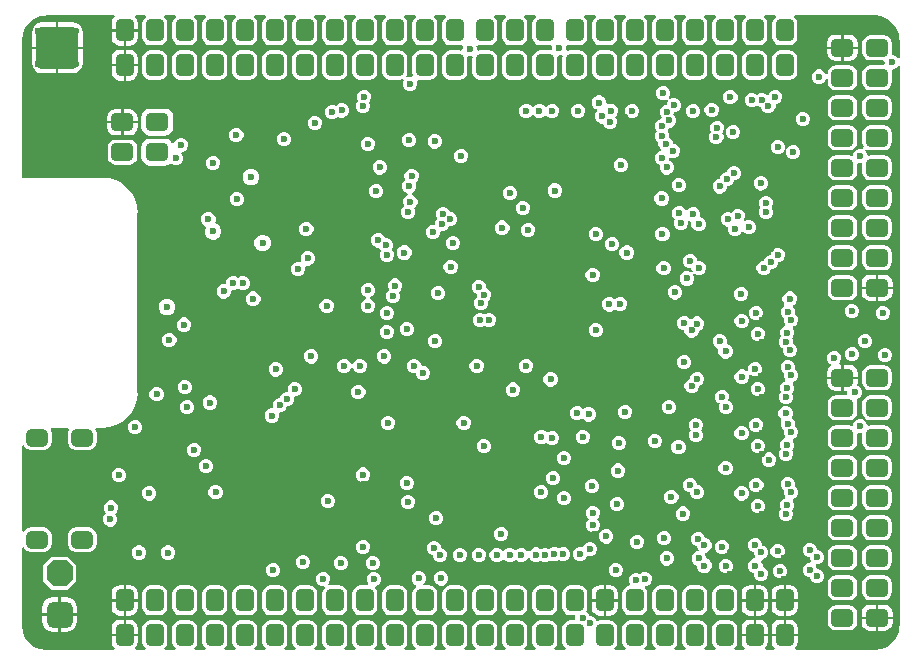
<source format=gbr>
%TF.GenerationSoftware,Altium Limited,Altium Designer,22.9.1 (49)*%
G04 Layer_Physical_Order=5*
G04 Layer_Color=16737945*
%FSLAX45Y45*%
%MOMM*%
%TF.SameCoordinates,1DF69D78-5120-4B12-B4B9-43D88C5B1DD9*%
%TF.FilePolarity,Positive*%
%TF.FileFunction,Copper,L5,Inr,Signal*%
%TF.Part,Single*%
G01*
G75*
%TA.AperFunction,ComponentPad*%
G04:AMPARAMS|DCode=99|XSize=1.8mm|YSize=1.45mm|CornerRadius=0.3625mm|HoleSize=0mm|Usage=FLASHONLY|Rotation=180.000|XOffset=0mm|YOffset=0mm|HoleType=Round|Shape=RoundedRectangle|*
%AMROUNDEDRECTD99*
21,1,1.80000,0.72500,0,0,180.0*
21,1,1.07500,1.45000,0,0,180.0*
1,1,0.72500,-0.53750,0.36250*
1,1,0.72500,0.53750,0.36250*
1,1,0.72500,0.53750,-0.36250*
1,1,0.72500,-0.53750,-0.36250*
%
%ADD99ROUNDEDRECTD99*%
G04:AMPARAMS|DCode=101|XSize=2.2mm|YSize=2.2mm|CornerRadius=0mm|HoleSize=0mm|Usage=FLASHONLY|Rotation=270.000|XOffset=0mm|YOffset=0mm|HoleType=Round|Shape=Octagon|*
%AMOCTAGOND101*
4,1,8,-0.55000,-1.10000,0.55000,-1.10000,1.10000,-0.55000,1.10000,0.55000,0.55000,1.10000,-0.55000,1.10000,-1.10000,0.55000,-1.10000,-0.55000,-0.55000,-1.10000,0.0*
%
%ADD101OCTAGOND101*%

G04:AMPARAMS|DCode=102|XSize=2.2mm|YSize=2.2mm|CornerRadius=0.55mm|HoleSize=0mm|Usage=FLASHONLY|Rotation=270.000|XOffset=0mm|YOffset=0mm|HoleType=Round|Shape=RoundedRectangle|*
%AMROUNDEDRECTD102*
21,1,2.20000,1.10000,0,0,270.0*
21,1,1.10000,2.20000,0,0,270.0*
1,1,1.10000,-0.55000,-0.55000*
1,1,1.10000,-0.55000,0.55000*
1,1,1.10000,0.55000,0.55000*
1,1,1.10000,0.55000,-0.55000*
%
%ADD102ROUNDEDRECTD102*%
%TA.AperFunction,ViaPad*%
%ADD103C,0.60000*%
%TA.AperFunction,ComponentPad*%
G04:AMPARAMS|DCode=104|XSize=1.5mm|YSize=1.9mm|CornerRadius=0.375mm|HoleSize=0mm|Usage=FLASHONLY|Rotation=270.000|XOffset=0mm|YOffset=0mm|HoleType=Round|Shape=RoundedRectangle|*
%AMROUNDEDRECTD104*
21,1,1.50000,1.15000,0,0,270.0*
21,1,0.75000,1.90000,0,0,270.0*
1,1,0.75000,-0.57500,-0.37500*
1,1,0.75000,-0.57500,0.37500*
1,1,0.75000,0.57500,0.37500*
1,1,0.75000,0.57500,-0.37500*
%
%ADD104ROUNDEDRECTD104*%
G04:AMPARAMS|DCode=105|XSize=1.5mm|YSize=1.9mm|CornerRadius=0.375mm|HoleSize=0mm|Usage=FLASHONLY|Rotation=0.000|XOffset=0mm|YOffset=0mm|HoleType=Round|Shape=RoundedRectangle|*
%AMROUNDEDRECTD105*
21,1,1.50000,1.15000,0,0,0.0*
21,1,0.75000,1.90000,0,0,0.0*
1,1,0.75000,0.37500,-0.57500*
1,1,0.75000,-0.37500,-0.57500*
1,1,0.75000,-0.37500,0.57500*
1,1,0.75000,0.37500,0.57500*
%
%ADD105ROUNDEDRECTD105*%
G04:AMPARAMS|DCode=106|XSize=3.6mm|YSize=3.6mm|CornerRadius=0.54mm|HoleSize=0mm|Usage=FLASHONLY|Rotation=0.000|XOffset=0mm|YOffset=0mm|HoleType=Round|Shape=RoundedRectangle|*
%AMROUNDEDRECTD106*
21,1,3.60000,2.52000,0,0,0.0*
21,1,2.52000,3.60000,0,0,0.0*
1,1,1.08000,1.26000,-1.26000*
1,1,1.08000,-1.26000,-1.26000*
1,1,1.08000,-1.26000,1.26000*
1,1,1.08000,1.26000,1.26000*
%
%ADD106ROUNDEDRECTD106*%
G36*
X8434462Y5410484D02*
X8485651Y5389281D01*
X8529609Y5355551D01*
X8563338Y5311594D01*
X8584542Y5260404D01*
X8589867Y5219955D01*
X8591113Y5205471D01*
X8591116Y5205460D01*
X8591116Y5190471D01*
X8591120Y5057416D01*
X8576120Y5054432D01*
X8575688Y5055475D01*
X8558809Y5072354D01*
X8536757Y5081488D01*
X8535268D01*
X8525753Y5093083D01*
X8528322Y5106000D01*
Y5181000D01*
X8523083Y5207337D01*
X8508164Y5229664D01*
X8485837Y5244583D01*
X8459500Y5249822D01*
X8344500D01*
X8318163Y5244583D01*
X8295836Y5229664D01*
X8280917Y5207337D01*
X8275678Y5181000D01*
Y5106000D01*
X8280917Y5079663D01*
X8295836Y5057336D01*
X8318163Y5042417D01*
X8344500Y5037178D01*
X8450964D01*
X8460462Y5034604D01*
X8464822Y5022943D01*
Y5010057D01*
X8464671Y5007715D01*
X8454274Y4995822D01*
X8344500D01*
X8318163Y4990583D01*
X8295836Y4975664D01*
X8280917Y4953337D01*
X8275678Y4927000D01*
Y4852000D01*
X8280917Y4825663D01*
X8295836Y4803336D01*
X8318163Y4788417D01*
X8344500Y4783178D01*
X8459500D01*
X8485837Y4788417D01*
X8508164Y4803336D01*
X8523083Y4825663D01*
X8528322Y4852000D01*
Y4927000D01*
X8524446Y4946488D01*
X8534304Y4961488D01*
X8536757D01*
X8558809Y4970623D01*
X8575688Y4987501D01*
X8576122Y4988549D01*
X8591122Y4985565D01*
X8591247Y270194D01*
X8591247Y269996D01*
Y255256D01*
X8589999Y240773D01*
X8584683Y200394D01*
X8563507Y149271D01*
X8529821Y105371D01*
X8485921Y71685D01*
X8434798Y50509D01*
X8381926Y43549D01*
X8379938Y43944D01*
X7711646D01*
X7707096Y58944D01*
X7709769Y60731D01*
X7725793Y84712D01*
X7731420Y113000D01*
Y160500D01*
X7508580D01*
Y113000D01*
X7514207Y84712D01*
X7530231Y60731D01*
X7532904Y58944D01*
X7528354Y43944D01*
X7457646D01*
X7453096Y58944D01*
X7455769Y60731D01*
X7471793Y84712D01*
X7477420Y113000D01*
Y160500D01*
X7254580D01*
Y113000D01*
X7260207Y84712D01*
X7276231Y60731D01*
X7278904Y58944D01*
X7274354Y43944D01*
X7194646D01*
X7190096Y58944D01*
X7198164Y64336D01*
X7213083Y86663D01*
X7218322Y113000D01*
Y228000D01*
X7213083Y254337D01*
X7198164Y276664D01*
X7175837Y291583D01*
X7149500Y296822D01*
X7074500D01*
X7048163Y291583D01*
X7025836Y276664D01*
X7010917Y254337D01*
X7005678Y228000D01*
Y113000D01*
X7010917Y86663D01*
X7025836Y64336D01*
X7033904Y58944D01*
X7029354Y43944D01*
X6940646D01*
X6936096Y58944D01*
X6944164Y64336D01*
X6959083Y86663D01*
X6964322Y113000D01*
Y228000D01*
X6959083Y254337D01*
X6944164Y276664D01*
X6921837Y291583D01*
X6895500Y296822D01*
X6820500D01*
X6794163Y291583D01*
X6771836Y276664D01*
X6756917Y254337D01*
X6751678Y228000D01*
Y113000D01*
X6756917Y86663D01*
X6771836Y64336D01*
X6779904Y58944D01*
X6775354Y43944D01*
X6686646D01*
X6682096Y58944D01*
X6690164Y64336D01*
X6705083Y86663D01*
X6710322Y113000D01*
Y228000D01*
X6705083Y254337D01*
X6690164Y276664D01*
X6667837Y291583D01*
X6641500Y296822D01*
X6566500D01*
X6540163Y291583D01*
X6517836Y276664D01*
X6502917Y254337D01*
X6497678Y228000D01*
Y113000D01*
X6502917Y86663D01*
X6517836Y64336D01*
X6525904Y58944D01*
X6521354Y43944D01*
X6432646D01*
X6428096Y58944D01*
X6436164Y64336D01*
X6451083Y86663D01*
X6456322Y113000D01*
Y228000D01*
X6451083Y254337D01*
X6436164Y276664D01*
X6413837Y291583D01*
X6387500Y296822D01*
X6312500D01*
X6286163Y291583D01*
X6263836Y276664D01*
X6248917Y254337D01*
X6243678Y228000D01*
Y113000D01*
X6248917Y86663D01*
X6263836Y64336D01*
X6271904Y58944D01*
X6267354Y43944D01*
X6178646D01*
X6174096Y58944D01*
X6182164Y64336D01*
X6197083Y86663D01*
X6202322Y113000D01*
Y228000D01*
X6197083Y254337D01*
X6182164Y276664D01*
X6159837Y291583D01*
X6133500Y296822D01*
X6058500D01*
X6032163Y291583D01*
X6023690Y294154D01*
X6018499Y306686D01*
X6001620Y323565D01*
X5979568Y332699D01*
X5966062D01*
X5958305Y351427D01*
X5941427Y368305D01*
X5939366Y375099D01*
X5943083Y380663D01*
X5948322Y407000D01*
Y522000D01*
X5943083Y548337D01*
X5928164Y570664D01*
X5905837Y585583D01*
X5879500Y590822D01*
X5804500D01*
X5778163Y585583D01*
X5755836Y570664D01*
X5740917Y548337D01*
X5735678Y522000D01*
Y407000D01*
X5740917Y380663D01*
X5755836Y358336D01*
X5778163Y343417D01*
X5804500Y338178D01*
X5841557D01*
X5847440Y329374D01*
Y305505D01*
X5841638Y296822D01*
X5804500D01*
X5778163Y291583D01*
X5755836Y276664D01*
X5740917Y254337D01*
X5735678Y228000D01*
Y113000D01*
X5740917Y86663D01*
X5755836Y64336D01*
X5763904Y58944D01*
X5759354Y43944D01*
X5670646D01*
X5666096Y58944D01*
X5674164Y64336D01*
X5689083Y86663D01*
X5694322Y113000D01*
Y228000D01*
X5689083Y254337D01*
X5674164Y276664D01*
X5651837Y291583D01*
X5625500Y296822D01*
X5550500D01*
X5524163Y291583D01*
X5501836Y276664D01*
X5486917Y254337D01*
X5481678Y228000D01*
Y113000D01*
X5486917Y86663D01*
X5501836Y64336D01*
X5509904Y58944D01*
X5505354Y43944D01*
X5416646D01*
X5412096Y58944D01*
X5420164Y64336D01*
X5435083Y86663D01*
X5440322Y113000D01*
Y228000D01*
X5435083Y254337D01*
X5420164Y276664D01*
X5397837Y291583D01*
X5371500Y296822D01*
X5296500D01*
X5270163Y291583D01*
X5247836Y276664D01*
X5232917Y254337D01*
X5227678Y228000D01*
Y113000D01*
X5232917Y86663D01*
X5247836Y64336D01*
X5255904Y58944D01*
X5251354Y43944D01*
X5162646D01*
X5158096Y58944D01*
X5166164Y64336D01*
X5181083Y86663D01*
X5186322Y113000D01*
Y228000D01*
X5181083Y254337D01*
X5166164Y276664D01*
X5143837Y291583D01*
X5117500Y296822D01*
X5042500D01*
X5016163Y291583D01*
X4993836Y276664D01*
X4978917Y254337D01*
X4973678Y228000D01*
Y113000D01*
X4978917Y86663D01*
X4993836Y64336D01*
X5001904Y58944D01*
X4997354Y43944D01*
X4908646D01*
X4904096Y58944D01*
X4912164Y64336D01*
X4927083Y86663D01*
X4932322Y113000D01*
Y228000D01*
X4927083Y254337D01*
X4912164Y276664D01*
X4889837Y291583D01*
X4863500Y296822D01*
X4788500D01*
X4762163Y291583D01*
X4739836Y276664D01*
X4724917Y254337D01*
X4719678Y228000D01*
Y113000D01*
X4724917Y86663D01*
X4739836Y64336D01*
X4747904Y58944D01*
X4743354Y43944D01*
X4654646D01*
X4650096Y58944D01*
X4658164Y64336D01*
X4673083Y86663D01*
X4678322Y113000D01*
Y228000D01*
X4673083Y254337D01*
X4658164Y276664D01*
X4635837Y291583D01*
X4609500Y296822D01*
X4534500D01*
X4508163Y291583D01*
X4485836Y276664D01*
X4470917Y254337D01*
X4465678Y228000D01*
Y113000D01*
X4470917Y86663D01*
X4485836Y64336D01*
X4493904Y58944D01*
X4489354Y43944D01*
X4400646D01*
X4396096Y58944D01*
X4404164Y64336D01*
X4419083Y86663D01*
X4424322Y113000D01*
Y228000D01*
X4419083Y254337D01*
X4404164Y276664D01*
X4381837Y291583D01*
X4355500Y296822D01*
X4280500D01*
X4254163Y291583D01*
X4231836Y276664D01*
X4216917Y254337D01*
X4211678Y228000D01*
Y113000D01*
X4216917Y86663D01*
X4231836Y64336D01*
X4239904Y58944D01*
X4235354Y43944D01*
X4146646D01*
X4142096Y58944D01*
X4150164Y64336D01*
X4165083Y86663D01*
X4170322Y113000D01*
Y228000D01*
X4165083Y254337D01*
X4150164Y276664D01*
X4127837Y291583D01*
X4101500Y296822D01*
X4026500D01*
X4000163Y291583D01*
X3977836Y276664D01*
X3962917Y254337D01*
X3957678Y228000D01*
Y113000D01*
X3962917Y86663D01*
X3977836Y64336D01*
X3985904Y58944D01*
X3981354Y43944D01*
X3892646D01*
X3888096Y58944D01*
X3896164Y64336D01*
X3911083Y86663D01*
X3916322Y113000D01*
Y228000D01*
X3911083Y254337D01*
X3896164Y276664D01*
X3873837Y291583D01*
X3847500Y296822D01*
X3772500D01*
X3746163Y291583D01*
X3723836Y276664D01*
X3708917Y254337D01*
X3703678Y228000D01*
Y113000D01*
X3708917Y86663D01*
X3723836Y64336D01*
X3731904Y58944D01*
X3727354Y43944D01*
X3638646D01*
X3634096Y58944D01*
X3642164Y64336D01*
X3657083Y86663D01*
X3662322Y113000D01*
Y228000D01*
X3657083Y254337D01*
X3642164Y276664D01*
X3619837Y291583D01*
X3593500Y296822D01*
X3518500D01*
X3492163Y291583D01*
X3469836Y276664D01*
X3454917Y254337D01*
X3449678Y228000D01*
Y113000D01*
X3454917Y86663D01*
X3469836Y64336D01*
X3477904Y58944D01*
X3473354Y43944D01*
X3384646D01*
X3380096Y58944D01*
X3388164Y64336D01*
X3403083Y86663D01*
X3408322Y113000D01*
Y228000D01*
X3403083Y254337D01*
X3388164Y276664D01*
X3365837Y291583D01*
X3339500Y296822D01*
X3264500D01*
X3238163Y291583D01*
X3215836Y276664D01*
X3200917Y254337D01*
X3195678Y228000D01*
Y113000D01*
X3200917Y86663D01*
X3215836Y64336D01*
X3223904Y58944D01*
X3219354Y43944D01*
X3130646D01*
X3126096Y58944D01*
X3134164Y64336D01*
X3149083Y86663D01*
X3154322Y113000D01*
Y228000D01*
X3149083Y254337D01*
X3134164Y276664D01*
X3111837Y291583D01*
X3085500Y296822D01*
X3010500D01*
X2984163Y291583D01*
X2961836Y276664D01*
X2946917Y254337D01*
X2941678Y228000D01*
Y113000D01*
X2946917Y86663D01*
X2961836Y64336D01*
X2969904Y58944D01*
X2965354Y43944D01*
X2876646D01*
X2872096Y58944D01*
X2880164Y64336D01*
X2895083Y86663D01*
X2900322Y113000D01*
Y228000D01*
X2895083Y254337D01*
X2880164Y276664D01*
X2857837Y291583D01*
X2831500Y296822D01*
X2756500D01*
X2730163Y291583D01*
X2707836Y276664D01*
X2692917Y254337D01*
X2687678Y228000D01*
Y113000D01*
X2692917Y86663D01*
X2707836Y64336D01*
X2715904Y58944D01*
X2711354Y43944D01*
X2622646D01*
X2618096Y58944D01*
X2626164Y64336D01*
X2641083Y86663D01*
X2646322Y113000D01*
Y228000D01*
X2641083Y254337D01*
X2626164Y276664D01*
X2603837Y291583D01*
X2577500Y296822D01*
X2502500D01*
X2476163Y291583D01*
X2453836Y276664D01*
X2438917Y254337D01*
X2433678Y228000D01*
Y113000D01*
X2438917Y86663D01*
X2453836Y64336D01*
X2461904Y58944D01*
X2457354Y43944D01*
X2368646D01*
X2364096Y58944D01*
X2372164Y64336D01*
X2387083Y86663D01*
X2392322Y113000D01*
Y228000D01*
X2387083Y254337D01*
X2372164Y276664D01*
X2349837Y291583D01*
X2323500Y296822D01*
X2248500D01*
X2222163Y291583D01*
X2199836Y276664D01*
X2184917Y254337D01*
X2179678Y228000D01*
Y113000D01*
X2184917Y86663D01*
X2199836Y64336D01*
X2207904Y58944D01*
X2203354Y43944D01*
X2123646D01*
X2119096Y58944D01*
X2121769Y60731D01*
X2137793Y84712D01*
X2143420Y113000D01*
Y160500D01*
X1920580D01*
Y113000D01*
X1926207Y84712D01*
X1942231Y60731D01*
X1944904Y58944D01*
X1940354Y43944D01*
X1371600D01*
X1369643Y43555D01*
X1317066Y50477D01*
X1266249Y71526D01*
X1222611Y105011D01*
X1189126Y148649D01*
X1168077Y199466D01*
X1161155Y252043D01*
X1161544Y254000D01*
Y906011D01*
X1175454Y914991D01*
X1176544Y914852D01*
X1190487Y893986D01*
X1212401Y879344D01*
X1238250Y874202D01*
X1345750D01*
X1371599Y879344D01*
X1393513Y893986D01*
X1408156Y915900D01*
X1413298Y941750D01*
Y1014250D01*
X1408156Y1040099D01*
X1393513Y1062013D01*
X1371599Y1076656D01*
X1345750Y1081798D01*
X1238250D01*
X1212401Y1076656D01*
X1190487Y1062013D01*
X1176544Y1041148D01*
X1175454Y1041009D01*
X1161544Y1049989D01*
Y1770011D01*
X1175454Y1778991D01*
X1176544Y1778852D01*
X1190487Y1757986D01*
X1212401Y1743344D01*
X1238250Y1738202D01*
X1345750D01*
X1371599Y1743344D01*
X1393513Y1757986D01*
X1408156Y1779900D01*
X1413298Y1805750D01*
Y1878250D01*
X1408156Y1904099D01*
X1403327Y1911327D01*
X1410397Y1924556D01*
X1553602D01*
X1560673Y1911327D01*
X1555844Y1904099D01*
X1550702Y1878250D01*
Y1805750D01*
X1555844Y1779900D01*
X1570487Y1757986D01*
X1592401Y1743344D01*
X1618250Y1738202D01*
X1725750D01*
X1751599Y1743344D01*
X1773513Y1757986D01*
X1788156Y1779900D01*
X1793298Y1805750D01*
Y1878250D01*
X1788156Y1904099D01*
X1783327Y1911327D01*
X1790397Y1924556D01*
X1841500D01*
Y1923962D01*
X1899742Y1929699D01*
X1955745Y1946687D01*
X2007359Y1974275D01*
X2052598Y2011402D01*
X2089725Y2056641D01*
X2117313Y2108255D01*
X2134301Y2164258D01*
X2140038Y2222500D01*
X2139444D01*
Y3746500D01*
X2140038D01*
X2134301Y3804742D01*
X2117313Y3860745D01*
X2089725Y3912359D01*
X2052598Y3957598D01*
X2007359Y3994725D01*
X1955745Y4022313D01*
X1899742Y4039301D01*
X1841500Y4045038D01*
Y4044444D01*
X1161544D01*
Y5207000D01*
X1161155Y5208958D01*
X1168077Y5261534D01*
X1189126Y5312351D01*
X1222610Y5355989D01*
X1266248Y5389474D01*
X1317066Y5410523D01*
X1357121Y5415796D01*
X1371600Y5417055D01*
Y5417056D01*
X1940354D01*
X1944904Y5402056D01*
X1942231Y5400269D01*
X1926207Y5376288D01*
X1920580Y5348000D01*
Y5300500D01*
X2143420D01*
Y5348000D01*
X2137793Y5376288D01*
X2121769Y5400269D01*
X2119096Y5402056D01*
X2123646Y5417056D01*
X2203354D01*
X2207904Y5402056D01*
X2199836Y5396664D01*
X2184917Y5374337D01*
X2179678Y5348000D01*
Y5233000D01*
X2184917Y5206663D01*
X2199836Y5184336D01*
X2222163Y5169417D01*
X2248500Y5164178D01*
X2323500D01*
X2349837Y5169417D01*
X2372164Y5184336D01*
X2387083Y5206663D01*
X2392322Y5233000D01*
Y5348000D01*
X2387083Y5374337D01*
X2372164Y5396664D01*
X2364096Y5402056D01*
X2368646Y5417056D01*
X2457354D01*
X2461904Y5402056D01*
X2453836Y5396664D01*
X2438917Y5374337D01*
X2433678Y5348000D01*
Y5233000D01*
X2438917Y5206663D01*
X2453836Y5184336D01*
X2476163Y5169417D01*
X2502500Y5164178D01*
X2577500D01*
X2603837Y5169417D01*
X2626164Y5184336D01*
X2641083Y5206663D01*
X2646322Y5233000D01*
Y5348000D01*
X2641083Y5374337D01*
X2626164Y5396664D01*
X2618096Y5402056D01*
X2622646Y5417056D01*
X2711354D01*
X2715904Y5402056D01*
X2707836Y5396664D01*
X2692917Y5374337D01*
X2687678Y5348000D01*
Y5233000D01*
X2692917Y5206663D01*
X2707836Y5184336D01*
X2730163Y5169417D01*
X2756500Y5164178D01*
X2831500D01*
X2857837Y5169417D01*
X2880164Y5184336D01*
X2895083Y5206663D01*
X2900322Y5233000D01*
Y5348000D01*
X2895083Y5374337D01*
X2880164Y5396664D01*
X2872096Y5402056D01*
X2876646Y5417056D01*
X2965354D01*
X2969904Y5402056D01*
X2961836Y5396664D01*
X2946917Y5374337D01*
X2941678Y5348000D01*
Y5233000D01*
X2946917Y5206663D01*
X2961836Y5184336D01*
X2984163Y5169417D01*
X3010500Y5164178D01*
X3085500D01*
X3111837Y5169417D01*
X3134164Y5184336D01*
X3149083Y5206663D01*
X3154322Y5233000D01*
Y5348000D01*
X3149083Y5374337D01*
X3134164Y5396664D01*
X3126096Y5402056D01*
X3130646Y5417056D01*
X3219354D01*
X3223904Y5402056D01*
X3215836Y5396664D01*
X3200917Y5374337D01*
X3195678Y5348000D01*
Y5233000D01*
X3200917Y5206663D01*
X3215836Y5184336D01*
X3238163Y5169417D01*
X3264500Y5164178D01*
X3339500D01*
X3365837Y5169417D01*
X3388164Y5184336D01*
X3403083Y5206663D01*
X3408322Y5233000D01*
Y5348000D01*
X3403083Y5374337D01*
X3388164Y5396664D01*
X3380096Y5402056D01*
X3384646Y5417056D01*
X3473354D01*
X3477904Y5402056D01*
X3469836Y5396664D01*
X3454917Y5374337D01*
X3449678Y5348000D01*
Y5233000D01*
X3454917Y5206663D01*
X3469836Y5184336D01*
X3492163Y5169417D01*
X3518500Y5164178D01*
X3593500D01*
X3619837Y5169417D01*
X3642164Y5184336D01*
X3657083Y5206663D01*
X3662322Y5233000D01*
Y5348000D01*
X3657083Y5374337D01*
X3642164Y5396664D01*
X3634096Y5402056D01*
X3638646Y5417056D01*
X3727354D01*
X3731904Y5402056D01*
X3723836Y5396664D01*
X3708917Y5374337D01*
X3703678Y5348000D01*
Y5233000D01*
X3708917Y5206663D01*
X3723836Y5184336D01*
X3746163Y5169417D01*
X3772500Y5164178D01*
X3847500D01*
X3873837Y5169417D01*
X3896164Y5184336D01*
X3911083Y5206663D01*
X3916322Y5233000D01*
Y5348000D01*
X3911083Y5374337D01*
X3896164Y5396664D01*
X3888096Y5402056D01*
X3892646Y5417056D01*
X3981354D01*
X3985904Y5402056D01*
X3977836Y5396664D01*
X3962917Y5374337D01*
X3957678Y5348000D01*
Y5233000D01*
X3962917Y5206663D01*
X3977836Y5184336D01*
X4000163Y5169417D01*
X4026500Y5164178D01*
X4101500D01*
X4127837Y5169417D01*
X4150164Y5184336D01*
X4165083Y5206663D01*
X4170322Y5233000D01*
Y5348000D01*
X4165083Y5374337D01*
X4150164Y5396664D01*
X4142096Y5402056D01*
X4146646Y5417056D01*
X4235354D01*
X4239904Y5402056D01*
X4231836Y5396664D01*
X4216917Y5374337D01*
X4211678Y5348000D01*
Y5233000D01*
X4216917Y5206663D01*
X4231836Y5184336D01*
X4254163Y5169417D01*
X4280500Y5164178D01*
X4355500D01*
X4381837Y5169417D01*
X4404164Y5184336D01*
X4419083Y5206663D01*
X4424322Y5233000D01*
Y5348000D01*
X4419083Y5374337D01*
X4404164Y5396664D01*
X4396096Y5402056D01*
X4400646Y5417056D01*
X4489354D01*
X4493904Y5402056D01*
X4485836Y5396664D01*
X4470917Y5374337D01*
X4465678Y5348000D01*
Y5233000D01*
X4470917Y5206663D01*
X4485836Y5184336D01*
X4508163Y5169417D01*
X4534500Y5164178D01*
X4609500D01*
X4635837Y5169417D01*
X4658164Y5184336D01*
X4673083Y5206663D01*
X4678322Y5233000D01*
Y5348000D01*
X4673083Y5374337D01*
X4658164Y5396664D01*
X4650096Y5402056D01*
X4654646Y5417056D01*
X4743354D01*
X4747904Y5402056D01*
X4739836Y5396664D01*
X4724917Y5374337D01*
X4719678Y5348000D01*
Y5233000D01*
X4724917Y5206663D01*
X4739836Y5184336D01*
X4762163Y5169417D01*
X4788500Y5164178D01*
X4863500D01*
X4884170Y5168289D01*
X4895310Y5156815D01*
X4895486Y5156411D01*
X4892487Y5149171D01*
Y5132350D01*
X4881053Y5120773D01*
X4878629Y5119813D01*
X4863500Y5122822D01*
X4788500D01*
X4762163Y5117583D01*
X4739836Y5102664D01*
X4724917Y5080337D01*
X4719678Y5054000D01*
Y4939000D01*
X4724917Y4912663D01*
X4739836Y4890336D01*
X4762163Y4875417D01*
X4788500Y4870178D01*
X4863500D01*
X4889837Y4875417D01*
X4912164Y4890336D01*
X4927083Y4912663D01*
X4932322Y4939000D01*
Y5054000D01*
X4930066Y5065344D01*
X4935793Y5071839D01*
X4942994Y5077236D01*
X4963006D01*
X4965257Y5076414D01*
X4976027Y5065807D01*
X4973678Y5054000D01*
Y4939000D01*
X4978917Y4912663D01*
X4993836Y4890336D01*
X5016163Y4875417D01*
X5042500Y4870178D01*
X5117500D01*
X5143837Y4875417D01*
X5166164Y4890336D01*
X5181083Y4912663D01*
X5186322Y4939000D01*
Y5054000D01*
X5181083Y5080337D01*
X5166164Y5102664D01*
X5143837Y5117583D01*
X5117500Y5122822D01*
X5042500D01*
X5026345Y5119609D01*
X5023632Y5120723D01*
X5012487Y5131794D01*
Y5149171D01*
X5009396Y5156633D01*
X5010690Y5159077D01*
X5020712Y5168512D01*
X5042500Y5164178D01*
X5117500D01*
X5143837Y5169417D01*
X5166164Y5184336D01*
X5181083Y5206663D01*
X5186322Y5233000D01*
Y5348000D01*
X5181083Y5374337D01*
X5166164Y5396664D01*
X5158096Y5402056D01*
X5162646Y5417056D01*
X5251354D01*
X5255904Y5402056D01*
X5247836Y5396664D01*
X5232917Y5374337D01*
X5227678Y5348000D01*
Y5233000D01*
X5232917Y5206663D01*
X5247836Y5184336D01*
X5270163Y5169417D01*
X5296500Y5164178D01*
X5371500D01*
X5397837Y5169417D01*
X5420164Y5184336D01*
X5435083Y5206663D01*
X5440322Y5233000D01*
Y5348000D01*
X5435083Y5374337D01*
X5420164Y5396664D01*
X5412096Y5402056D01*
X5416646Y5417056D01*
X5505354D01*
X5509904Y5402056D01*
X5501836Y5396664D01*
X5486917Y5374337D01*
X5481678Y5348000D01*
Y5233000D01*
X5486917Y5206663D01*
X5501836Y5184336D01*
X5524163Y5169417D01*
X5550500Y5164178D01*
X5625500D01*
X5640734Y5167208D01*
X5651524Y5154060D01*
X5650469Y5151513D01*
Y5133149D01*
X5640363Y5122203D01*
X5637193Y5120496D01*
X5625500Y5122822D01*
X5550500D01*
X5524163Y5117583D01*
X5501836Y5102664D01*
X5486917Y5080337D01*
X5481678Y5054000D01*
Y4939000D01*
X5486917Y4912663D01*
X5501836Y4890336D01*
X5524163Y4875417D01*
X5550500Y4870178D01*
X5625500D01*
X5651837Y4875417D01*
X5674164Y4890336D01*
X5689083Y4912663D01*
X5694322Y4939000D01*
Y5054000D01*
X5691919Y5066083D01*
X5693377Y5069058D01*
X5704528Y5079578D01*
X5722403D01*
X5725747Y5080963D01*
X5738895Y5070174D01*
X5735678Y5054000D01*
Y4939000D01*
X5740917Y4912663D01*
X5755836Y4890336D01*
X5778163Y4875417D01*
X5804500Y4870178D01*
X5879500D01*
X5905837Y4875417D01*
X5928164Y4890336D01*
X5943083Y4912663D01*
X5948322Y4939000D01*
Y5054000D01*
X5943083Y5080337D01*
X5928164Y5102664D01*
X5905837Y5117583D01*
X5879500Y5122822D01*
X5804500D01*
X5782930Y5118532D01*
X5776461Y5123262D01*
X5772091Y5127526D01*
X5770469Y5130183D01*
Y5151513D01*
X5767602Y5158433D01*
X5774879Y5166001D01*
X5779390Y5169173D01*
X5804500Y5164178D01*
X5879500D01*
X5905837Y5169417D01*
X5928164Y5184336D01*
X5943083Y5206663D01*
X5948322Y5233000D01*
Y5348000D01*
X5943083Y5374337D01*
X5928164Y5396664D01*
X5920096Y5402056D01*
X5924646Y5417056D01*
X6013354D01*
X6017904Y5402056D01*
X6009836Y5396664D01*
X5994917Y5374337D01*
X5989678Y5348000D01*
Y5233000D01*
X5994917Y5206663D01*
X6009836Y5184336D01*
X6032163Y5169417D01*
X6058500Y5164178D01*
X6133500D01*
X6159837Y5169417D01*
X6182164Y5184336D01*
X6197083Y5206663D01*
X6202322Y5233000D01*
Y5348000D01*
X6197083Y5374337D01*
X6182164Y5396664D01*
X6174096Y5402056D01*
X6178646Y5417056D01*
X6267354D01*
X6271904Y5402056D01*
X6263836Y5396664D01*
X6248917Y5374337D01*
X6243678Y5348000D01*
Y5233000D01*
X6248917Y5206663D01*
X6263836Y5184336D01*
X6286163Y5169417D01*
X6312500Y5164178D01*
X6387500D01*
X6413837Y5169417D01*
X6436164Y5184336D01*
X6451083Y5206663D01*
X6456322Y5233000D01*
Y5348000D01*
X6451083Y5374337D01*
X6436164Y5396664D01*
X6428096Y5402056D01*
X6432646Y5417056D01*
X6521354D01*
X6525904Y5402056D01*
X6517836Y5396664D01*
X6502917Y5374337D01*
X6497678Y5348000D01*
Y5233000D01*
X6502917Y5206663D01*
X6517836Y5184336D01*
X6540163Y5169417D01*
X6566500Y5164178D01*
X6641500D01*
X6667837Y5169417D01*
X6690164Y5184336D01*
X6705083Y5206663D01*
X6710322Y5233000D01*
Y5348000D01*
X6705083Y5374337D01*
X6690164Y5396664D01*
X6682096Y5402056D01*
X6686646Y5417056D01*
X6775354D01*
X6779904Y5402056D01*
X6771836Y5396664D01*
X6756917Y5374337D01*
X6751678Y5348000D01*
Y5233000D01*
X6756917Y5206663D01*
X6771836Y5184336D01*
X6794163Y5169417D01*
X6820500Y5164178D01*
X6895500D01*
X6921837Y5169417D01*
X6944164Y5184336D01*
X6959083Y5206663D01*
X6964322Y5233000D01*
Y5348000D01*
X6959083Y5374337D01*
X6944164Y5396664D01*
X6936096Y5402056D01*
X6940646Y5417056D01*
X7029354D01*
X7033904Y5402056D01*
X7025836Y5396664D01*
X7010917Y5374337D01*
X7005678Y5348000D01*
Y5233000D01*
X7010917Y5206663D01*
X7025836Y5184336D01*
X7048163Y5169417D01*
X7074500Y5164178D01*
X7149500D01*
X7175837Y5169417D01*
X7198164Y5184336D01*
X7213083Y5206663D01*
X7218322Y5233000D01*
Y5348000D01*
X7213083Y5374337D01*
X7198164Y5396664D01*
X7190096Y5402056D01*
X7194646Y5417056D01*
X7283354D01*
X7287904Y5402056D01*
X7279836Y5396664D01*
X7264917Y5374337D01*
X7259678Y5348000D01*
Y5233000D01*
X7264917Y5206663D01*
X7279836Y5184336D01*
X7302163Y5169417D01*
X7328500Y5164178D01*
X7403500D01*
X7429837Y5169417D01*
X7452164Y5184336D01*
X7467083Y5206663D01*
X7472322Y5233000D01*
Y5348000D01*
X7467083Y5374337D01*
X7452164Y5396664D01*
X7444096Y5402056D01*
X7448646Y5417056D01*
X7537354D01*
X7541904Y5402056D01*
X7533836Y5396664D01*
X7518917Y5374337D01*
X7513678Y5348000D01*
Y5233000D01*
X7518917Y5206663D01*
X7533836Y5184336D01*
X7556163Y5169417D01*
X7582500Y5164178D01*
X7657500D01*
X7683837Y5169417D01*
X7706164Y5184336D01*
X7721083Y5206663D01*
X7726322Y5233000D01*
Y5348000D01*
X7721083Y5374337D01*
X7706164Y5396664D01*
X7698096Y5402056D01*
X7702646Y5417056D01*
X8379531D01*
X8381527Y5417453D01*
X8434462Y5410484D01*
D02*
G37*
%LPC*%
G36*
X2143420Y5280500D02*
X2042000D01*
Y5159080D01*
X2069500D01*
X2097788Y5164707D01*
X2121769Y5180731D01*
X2137793Y5204712D01*
X2143420Y5233000D01*
Y5280500D01*
D02*
G37*
G36*
X2022000D02*
X1920580D01*
Y5233000D01*
X1926207Y5204712D01*
X1942231Y5180731D01*
X1966212Y5164707D01*
X1994500Y5159080D01*
X2022000D01*
Y5280500D01*
D02*
G37*
G36*
X8165500Y5254920D02*
X8118000D01*
Y5153500D01*
X8239420D01*
Y5181000D01*
X8233793Y5209288D01*
X8217769Y5233269D01*
X8193788Y5249293D01*
X8165500Y5254920D01*
D02*
G37*
G36*
X1586500Y5360244D02*
X1470500D01*
Y5153500D01*
X1677244D01*
Y5269500D01*
X1670336Y5304226D01*
X1650665Y5333665D01*
X1621226Y5353336D01*
X1586500Y5360244D01*
D02*
G37*
G36*
X1450500D02*
X1334500D01*
X1299774Y5353336D01*
X1270335Y5333665D01*
X1250664Y5304226D01*
X1243756Y5269500D01*
Y5153500D01*
X1450500D01*
Y5360244D01*
D02*
G37*
G36*
X8098000Y5254920D02*
X8050500D01*
X8022212Y5249293D01*
X7998231Y5233269D01*
X7982207Y5209288D01*
X7976580Y5181000D01*
Y5153500D01*
X8098000D01*
Y5254920D01*
D02*
G37*
G36*
X8239420Y5133500D02*
X8118000D01*
Y5032080D01*
X8165500D01*
X8193788Y5037707D01*
X8217769Y5053731D01*
X8233793Y5077712D01*
X8239420Y5106000D01*
Y5133500D01*
D02*
G37*
G36*
X8098000D02*
X7976580D01*
Y5106000D01*
X7982207Y5077712D01*
X7998231Y5053731D01*
X8022212Y5037707D01*
X8050500Y5032080D01*
X8098000D01*
Y5133500D01*
D02*
G37*
G36*
X2069500Y5127920D02*
X2042000D01*
Y5006500D01*
X2143420D01*
Y5054000D01*
X2137793Y5082288D01*
X2121769Y5106269D01*
X2097788Y5122293D01*
X2069500Y5127920D01*
D02*
G37*
G36*
X2022000D02*
X1994500D01*
X1966212Y5122293D01*
X1942231Y5106269D01*
X1926207Y5082288D01*
X1920580Y5054000D01*
Y5006500D01*
X2022000D01*
Y5127920D01*
D02*
G37*
G36*
X1677244Y5133500D02*
X1470500D01*
Y4926756D01*
X1586500D01*
X1621226Y4933664D01*
X1650665Y4953335D01*
X1670336Y4982774D01*
X1677244Y5017500D01*
Y5133500D01*
D02*
G37*
G36*
X1450500D02*
X1243756D01*
Y5017500D01*
X1250664Y4982774D01*
X1270335Y4953335D01*
X1299774Y4933664D01*
X1334500Y4926756D01*
X1450500D01*
Y5133500D01*
D02*
G37*
G36*
X8165500Y4995822D02*
X8050500D01*
X8024163Y4990583D01*
X8001836Y4975664D01*
X7986917Y4953337D01*
X7981678Y4927000D01*
Y4922938D01*
X7966678Y4919955D01*
X7960865Y4933987D01*
X7943987Y4950866D01*
X7921935Y4960000D01*
X7898065D01*
X7876013Y4950866D01*
X7859134Y4933987D01*
X7850000Y4911935D01*
Y4888065D01*
X7859134Y4866013D01*
X7876013Y4849135D01*
X7898065Y4840000D01*
X7921935D01*
X7943987Y4849135D01*
X7960865Y4866013D01*
X7966678Y4880046D01*
X7981678Y4877062D01*
Y4852000D01*
X7986917Y4825663D01*
X8001836Y4803336D01*
X8024163Y4788417D01*
X8050500Y4783178D01*
X8165500D01*
X8191837Y4788417D01*
X8214164Y4803336D01*
X8229083Y4825663D01*
X8234322Y4852000D01*
Y4927000D01*
X8229083Y4953337D01*
X8214164Y4975664D01*
X8191837Y4990583D01*
X8165500Y4995822D01*
D02*
G37*
G36*
X4609500Y5122822D02*
X4534500D01*
X4508163Y5117583D01*
X4485836Y5102664D01*
X4470917Y5080337D01*
X4465678Y5054000D01*
Y4939000D01*
X4470917Y4912663D01*
X4471053Y4912459D01*
X4463506Y4902147D01*
X4461338Y4900000D01*
X4438065D01*
X4425064Y4894615D01*
X4415120Y4906732D01*
X4419083Y4912663D01*
X4424322Y4939000D01*
Y5054000D01*
X4419083Y5080337D01*
X4404164Y5102664D01*
X4381837Y5117583D01*
X4355500Y5122822D01*
X4280500D01*
X4254163Y5117583D01*
X4231836Y5102664D01*
X4216917Y5080337D01*
X4211678Y5054000D01*
Y4939000D01*
X4216917Y4912663D01*
X4231836Y4890336D01*
X4254163Y4875417D01*
X4280500Y4870178D01*
X4355500D01*
X4381837Y4875417D01*
X4384124Y4876945D01*
X4396240Y4867000D01*
X4390000Y4851935D01*
Y4828065D01*
X4399134Y4806013D01*
X4416013Y4789134D01*
X4438065Y4780000D01*
X4461935D01*
X4483987Y4789134D01*
X4500866Y4806013D01*
X4510000Y4828065D01*
Y4851935D01*
X4506469Y4860460D01*
X4517259Y4873607D01*
X4534500Y4870178D01*
X4609500D01*
X4635837Y4875417D01*
X4658164Y4890336D01*
X4673083Y4912663D01*
X4678322Y4939000D01*
Y5054000D01*
X4673083Y5080337D01*
X4658164Y5102664D01*
X4635837Y5117583D01*
X4609500Y5122822D01*
D02*
G37*
G36*
X7657500D02*
X7582500D01*
X7556163Y5117583D01*
X7533836Y5102664D01*
X7518917Y5080337D01*
X7513678Y5054000D01*
Y4939000D01*
X7518917Y4912663D01*
X7533836Y4890336D01*
X7556163Y4875417D01*
X7582500Y4870178D01*
X7657500D01*
X7683837Y4875417D01*
X7706164Y4890336D01*
X7721083Y4912663D01*
X7726322Y4939000D01*
Y5054000D01*
X7721083Y5080337D01*
X7706164Y5102664D01*
X7683837Y5117583D01*
X7657500Y5122822D01*
D02*
G37*
G36*
X7403500D02*
X7328500D01*
X7302163Y5117583D01*
X7279836Y5102664D01*
X7264917Y5080337D01*
X7259678Y5054000D01*
Y4939000D01*
X7264917Y4912663D01*
X7279836Y4890336D01*
X7302163Y4875417D01*
X7328500Y4870178D01*
X7403500D01*
X7429837Y4875417D01*
X7452164Y4890336D01*
X7467083Y4912663D01*
X7472322Y4939000D01*
Y5054000D01*
X7467083Y5080337D01*
X7452164Y5102664D01*
X7429837Y5117583D01*
X7403500Y5122822D01*
D02*
G37*
G36*
X7149500D02*
X7074500D01*
X7048163Y5117583D01*
X7025836Y5102664D01*
X7010917Y5080337D01*
X7005678Y5054000D01*
Y4939000D01*
X7010917Y4912663D01*
X7025836Y4890336D01*
X7048163Y4875417D01*
X7074500Y4870178D01*
X7149500D01*
X7175837Y4875417D01*
X7198164Y4890336D01*
X7213083Y4912663D01*
X7218322Y4939000D01*
Y5054000D01*
X7213083Y5080337D01*
X7198164Y5102664D01*
X7175837Y5117583D01*
X7149500Y5122822D01*
D02*
G37*
G36*
X6895500D02*
X6820500D01*
X6794163Y5117583D01*
X6771836Y5102664D01*
X6756917Y5080337D01*
X6751678Y5054000D01*
Y4939000D01*
X6756917Y4912663D01*
X6771836Y4890336D01*
X6794163Y4875417D01*
X6820500Y4870178D01*
X6895500D01*
X6921837Y4875417D01*
X6944164Y4890336D01*
X6959083Y4912663D01*
X6964322Y4939000D01*
Y5054000D01*
X6959083Y5080337D01*
X6944164Y5102664D01*
X6921837Y5117583D01*
X6895500Y5122822D01*
D02*
G37*
G36*
X6641500D02*
X6566500D01*
X6540163Y5117583D01*
X6517836Y5102664D01*
X6502917Y5080337D01*
X6497678Y5054000D01*
Y4939000D01*
X6502917Y4912663D01*
X6517836Y4890336D01*
X6540163Y4875417D01*
X6566500Y4870178D01*
X6641500D01*
X6667837Y4875417D01*
X6690164Y4890336D01*
X6705083Y4912663D01*
X6710322Y4939000D01*
Y5054000D01*
X6705083Y5080337D01*
X6690164Y5102664D01*
X6667837Y5117583D01*
X6641500Y5122822D01*
D02*
G37*
G36*
X6387500D02*
X6312500D01*
X6286163Y5117583D01*
X6263836Y5102664D01*
X6248917Y5080337D01*
X6243678Y5054000D01*
Y4939000D01*
X6248917Y4912663D01*
X6263836Y4890336D01*
X6286163Y4875417D01*
X6312500Y4870178D01*
X6387500D01*
X6413837Y4875417D01*
X6436164Y4890336D01*
X6451083Y4912663D01*
X6456322Y4939000D01*
Y5054000D01*
X6451083Y5080337D01*
X6436164Y5102664D01*
X6413837Y5117583D01*
X6387500Y5122822D01*
D02*
G37*
G36*
X6133500D02*
X6058500D01*
X6032163Y5117583D01*
X6009836Y5102664D01*
X5994917Y5080337D01*
X5989678Y5054000D01*
Y4939000D01*
X5994917Y4912663D01*
X6009836Y4890336D01*
X6032163Y4875417D01*
X6058500Y4870178D01*
X6133500D01*
X6159837Y4875417D01*
X6182164Y4890336D01*
X6197083Y4912663D01*
X6202322Y4939000D01*
Y5054000D01*
X6197083Y5080337D01*
X6182164Y5102664D01*
X6159837Y5117583D01*
X6133500Y5122822D01*
D02*
G37*
G36*
X5371500D02*
X5296500D01*
X5270163Y5117583D01*
X5247836Y5102664D01*
X5232917Y5080337D01*
X5227678Y5054000D01*
Y4939000D01*
X5232917Y4912663D01*
X5247836Y4890336D01*
X5270163Y4875417D01*
X5296500Y4870178D01*
X5371500D01*
X5397837Y4875417D01*
X5420164Y4890336D01*
X5435083Y4912663D01*
X5440322Y4939000D01*
Y5054000D01*
X5435083Y5080337D01*
X5420164Y5102664D01*
X5397837Y5117583D01*
X5371500Y5122822D01*
D02*
G37*
G36*
X4101500D02*
X4026500D01*
X4000163Y5117583D01*
X3977836Y5102664D01*
X3962917Y5080337D01*
X3957678Y5054000D01*
Y4939000D01*
X3962917Y4912663D01*
X3977836Y4890336D01*
X4000163Y4875417D01*
X4026500Y4870178D01*
X4101500D01*
X4127837Y4875417D01*
X4150164Y4890336D01*
X4165083Y4912663D01*
X4170322Y4939000D01*
Y5054000D01*
X4165083Y5080337D01*
X4150164Y5102664D01*
X4127837Y5117583D01*
X4101500Y5122822D01*
D02*
G37*
G36*
X3847500D02*
X3772500D01*
X3746163Y5117583D01*
X3723836Y5102664D01*
X3708917Y5080337D01*
X3703678Y5054000D01*
Y4939000D01*
X3708917Y4912663D01*
X3723836Y4890336D01*
X3746163Y4875417D01*
X3772500Y4870178D01*
X3847500D01*
X3873837Y4875417D01*
X3896164Y4890336D01*
X3911083Y4912663D01*
X3916322Y4939000D01*
Y5054000D01*
X3911083Y5080337D01*
X3896164Y5102664D01*
X3873837Y5117583D01*
X3847500Y5122822D01*
D02*
G37*
G36*
X3593500D02*
X3518500D01*
X3492163Y5117583D01*
X3469836Y5102664D01*
X3454917Y5080337D01*
X3449678Y5054000D01*
Y4939000D01*
X3454917Y4912663D01*
X3469836Y4890336D01*
X3492163Y4875417D01*
X3518500Y4870178D01*
X3593500D01*
X3619837Y4875417D01*
X3642164Y4890336D01*
X3657083Y4912663D01*
X3662322Y4939000D01*
Y5054000D01*
X3657083Y5080337D01*
X3642164Y5102664D01*
X3619837Y5117583D01*
X3593500Y5122822D01*
D02*
G37*
G36*
X3339500D02*
X3264500D01*
X3238163Y5117583D01*
X3215836Y5102664D01*
X3200917Y5080337D01*
X3195678Y5054000D01*
Y4939000D01*
X3200917Y4912663D01*
X3215836Y4890336D01*
X3238163Y4875417D01*
X3264500Y4870178D01*
X3339500D01*
X3365837Y4875417D01*
X3388164Y4890336D01*
X3403083Y4912663D01*
X3408322Y4939000D01*
Y5054000D01*
X3403083Y5080337D01*
X3388164Y5102664D01*
X3365837Y5117583D01*
X3339500Y5122822D01*
D02*
G37*
G36*
X3085500D02*
X3010500D01*
X2984163Y5117583D01*
X2961836Y5102664D01*
X2946917Y5080337D01*
X2941678Y5054000D01*
Y4939000D01*
X2946917Y4912663D01*
X2961836Y4890336D01*
X2984163Y4875417D01*
X3010500Y4870178D01*
X3085500D01*
X3111837Y4875417D01*
X3134164Y4890336D01*
X3149083Y4912663D01*
X3154322Y4939000D01*
Y5054000D01*
X3149083Y5080337D01*
X3134164Y5102664D01*
X3111837Y5117583D01*
X3085500Y5122822D01*
D02*
G37*
G36*
X2831500D02*
X2756500D01*
X2730163Y5117583D01*
X2707836Y5102664D01*
X2692917Y5080337D01*
X2687678Y5054000D01*
Y4939000D01*
X2692917Y4912663D01*
X2707836Y4890336D01*
X2730163Y4875417D01*
X2756500Y4870178D01*
X2831500D01*
X2857837Y4875417D01*
X2880164Y4890336D01*
X2895083Y4912663D01*
X2900322Y4939000D01*
Y5054000D01*
X2895083Y5080337D01*
X2880164Y5102664D01*
X2857837Y5117583D01*
X2831500Y5122822D01*
D02*
G37*
G36*
X2577500D02*
X2502500D01*
X2476163Y5117583D01*
X2453836Y5102664D01*
X2438917Y5080337D01*
X2433678Y5054000D01*
Y4939000D01*
X2438917Y4912663D01*
X2453836Y4890336D01*
X2476163Y4875417D01*
X2502500Y4870178D01*
X2577500D01*
X2603837Y4875417D01*
X2626164Y4890336D01*
X2641083Y4912663D01*
X2646322Y4939000D01*
Y5054000D01*
X2641083Y5080337D01*
X2626164Y5102664D01*
X2603837Y5117583D01*
X2577500Y5122822D01*
D02*
G37*
G36*
X2323500D02*
X2248500D01*
X2222163Y5117583D01*
X2199836Y5102664D01*
X2184917Y5080337D01*
X2179678Y5054000D01*
Y4939000D01*
X2184917Y4912663D01*
X2199836Y4890336D01*
X2222163Y4875417D01*
X2248500Y4870178D01*
X2323500D01*
X2349837Y4875417D01*
X2372164Y4890336D01*
X2387083Y4912663D01*
X2392322Y4939000D01*
Y5054000D01*
X2387083Y5080337D01*
X2372164Y5102664D01*
X2349837Y5117583D01*
X2323500Y5122822D01*
D02*
G37*
G36*
X2143420Y4986500D02*
X2042000D01*
Y4865080D01*
X2069500D01*
X2097788Y4870707D01*
X2121769Y4886731D01*
X2137793Y4910712D01*
X2143420Y4939000D01*
Y4986500D01*
D02*
G37*
G36*
X2022000D02*
X1920580D01*
Y4939000D01*
X1926207Y4910712D01*
X1942231Y4886731D01*
X1966212Y4870707D01*
X1994500Y4865080D01*
X2022000D01*
Y4986500D01*
D02*
G37*
G36*
X7551935Y4790000D02*
X7528065D01*
X7506013Y4780865D01*
X7489134Y4763987D01*
X7482252Y4747371D01*
X7467839Y4742805D01*
X7465432Y4742978D01*
X7458387Y4750022D01*
X7436335Y4759156D01*
X7412465D01*
X7390413Y4750022D01*
X7382622Y4742231D01*
X7373987Y4750866D01*
X7351935Y4760000D01*
X7328065D01*
X7306013Y4750866D01*
X7289135Y4733987D01*
X7280000Y4711935D01*
Y4688065D01*
X7289135Y4666013D01*
X7306013Y4649134D01*
X7328065Y4640000D01*
X7351935D01*
X7373987Y4649134D01*
X7381778Y4656925D01*
X7390413Y4648291D01*
X7412465Y4639157D01*
X7421743D01*
Y4638086D01*
X7430877Y4616033D01*
X7447755Y4599155D01*
X7469808Y4590021D01*
X7493677D01*
X7515730Y4599155D01*
X7532608Y4616033D01*
X7541743Y4638086D01*
Y4661955D01*
X7547118Y4670000D01*
X7551935D01*
X7573987Y4679134D01*
X7590865Y4696013D01*
X7600000Y4718065D01*
Y4741935D01*
X7590865Y4763987D01*
X7573987Y4780865D01*
X7551935Y4790000D01*
D02*
G37*
G36*
X7171672Y4783983D02*
X7147803D01*
X7125750Y4774849D01*
X7108872Y4757971D01*
X7099737Y4735918D01*
Y4712049D01*
X7108872Y4689996D01*
X7125750Y4673118D01*
X7147803Y4663984D01*
X7171672D01*
X7193724Y4673118D01*
X7210603Y4689996D01*
X7219737Y4712049D01*
Y4735918D01*
X7210603Y4757971D01*
X7193724Y4774849D01*
X7171672Y4783983D01*
D02*
G37*
G36*
X3881935Y4672500D02*
X3858065D01*
X3836013Y4663365D01*
X3823652Y4651004D01*
X3801935Y4660000D01*
X3778065D01*
X3756013Y4650865D01*
X3739135Y4633987D01*
X3730000Y4611935D01*
Y4588065D01*
X3739135Y4566013D01*
X3756013Y4549134D01*
X3778065Y4540000D01*
X3801935D01*
X3823987Y4549134D01*
X3836348Y4561495D01*
X3858065Y4552500D01*
X3881935D01*
X3903987Y4561634D01*
X3920865Y4578513D01*
X3930000Y4600565D01*
Y4624434D01*
X3920865Y4646487D01*
X3903987Y4663365D01*
X3881935Y4672500D01*
D02*
G37*
G36*
X5661936Y4669998D02*
X5638067D01*
X5616014Y4660864D01*
X5605208Y4650058D01*
X5595409Y4645659D01*
X5585610Y4650058D01*
X5574804Y4660864D01*
X5552752Y4669998D01*
X5528882D01*
X5506830Y4660864D01*
X5495009Y4649043D01*
X5485409Y4645610D01*
X5475810Y4649043D01*
X5463989Y4660864D01*
X5441937Y4669998D01*
X5418067D01*
X5396015Y4660864D01*
X5379136Y4643986D01*
X5370002Y4621933D01*
Y4598064D01*
X5379136Y4576011D01*
X5396015Y4559133D01*
X5418067Y4549999D01*
X5441937D01*
X5463989Y4559133D01*
X5475810Y4570954D01*
X5485409Y4574387D01*
X5495009Y4570954D01*
X5506830Y4559133D01*
X5528882Y4549999D01*
X5552752D01*
X5574804Y4559133D01*
X5585610Y4569939D01*
X5595409Y4574338D01*
X5605208Y4569939D01*
X5616014Y4559133D01*
X5638067Y4549999D01*
X5661936D01*
X5683989Y4559133D01*
X5700867Y4576011D01*
X5710001Y4598064D01*
Y4621933D01*
X5700867Y4643986D01*
X5683989Y4660864D01*
X5661936Y4669998D01*
D02*
G37*
G36*
X4071935Y4790000D02*
X4048065D01*
X4026013Y4780865D01*
X4009134Y4763987D01*
X4000000Y4741935D01*
Y4718065D01*
X4009134Y4696013D01*
X4010147Y4695000D01*
X3999134Y4683987D01*
X3990000Y4661935D01*
Y4638065D01*
X3999134Y4616013D01*
X4016013Y4599135D01*
X4038065Y4590000D01*
X4061935D01*
X4083987Y4599135D01*
X4100866Y4616013D01*
X4110000Y4638065D01*
Y4661935D01*
X4100866Y4683987D01*
X4099853Y4685000D01*
X4110866Y4696013D01*
X4120000Y4718065D01*
Y4741935D01*
X4110866Y4763987D01*
X4093987Y4780865D01*
X4071935Y4790000D01*
D02*
G37*
G36*
X7011935Y4677500D02*
X6988065D01*
X6966013Y4668366D01*
X6949134Y4651487D01*
X6940000Y4629435D01*
Y4605565D01*
X6949134Y4583513D01*
X6966013Y4566635D01*
X6988065Y4557500D01*
X7011935D01*
X7033987Y4566635D01*
X7050866Y4583513D01*
X7060000Y4605565D01*
Y4629435D01*
X7050866Y4651487D01*
X7033987Y4668366D01*
X7011935Y4677500D01*
D02*
G37*
G36*
X5881935Y4670000D02*
X5858065D01*
X5836013Y4660865D01*
X5819134Y4643987D01*
X5810000Y4621935D01*
Y4598065D01*
X5819134Y4576013D01*
X5836013Y4559134D01*
X5858065Y4550000D01*
X5881935D01*
X5903987Y4559134D01*
X5920865Y4576013D01*
X5930000Y4598065D01*
Y4621935D01*
X5920865Y4643987D01*
X5903987Y4660865D01*
X5881935Y4670000D01*
D02*
G37*
G36*
X6339878Y4668868D02*
X6316008D01*
X6293956Y4659734D01*
X6277078Y4642856D01*
X6267943Y4620803D01*
Y4596934D01*
X6277078Y4574881D01*
X6293956Y4558003D01*
X6316008Y4548869D01*
X6339878D01*
X6361930Y4558003D01*
X6378809Y4574881D01*
X6387943Y4596934D01*
Y4620803D01*
X6378809Y4642856D01*
X6361930Y4659734D01*
X6339878Y4668868D01*
D02*
G37*
G36*
X6856934Y4665000D02*
X6833064D01*
X6811012Y4655866D01*
X6794133Y4638987D01*
X6784999Y4616935D01*
Y4593065D01*
X6794133Y4571013D01*
X6811012Y4554135D01*
X6833064Y4545000D01*
X6856934D01*
X6878986Y4554135D01*
X6895865Y4571013D01*
X6904999Y4593065D01*
Y4616935D01*
X6895865Y4638987D01*
X6878986Y4655866D01*
X6856934Y4665000D01*
D02*
G37*
G36*
X8459500Y4741822D02*
X8344500D01*
X8318163Y4736583D01*
X8295836Y4721664D01*
X8280917Y4699337D01*
X8275678Y4673000D01*
Y4598000D01*
X8280917Y4571663D01*
X8295836Y4549336D01*
X8318163Y4534417D01*
X8344500Y4529178D01*
X8459500D01*
X8485837Y4534417D01*
X8508164Y4549336D01*
X8523083Y4571663D01*
X8528322Y4598000D01*
Y4673000D01*
X8523083Y4699337D01*
X8508164Y4721664D01*
X8485837Y4736583D01*
X8459500Y4741822D01*
D02*
G37*
G36*
X8165500D02*
X8050500D01*
X8024163Y4736583D01*
X8001836Y4721664D01*
X7986917Y4699337D01*
X7981678Y4673000D01*
Y4598000D01*
X7986917Y4571663D01*
X8001836Y4549336D01*
X8024163Y4534417D01*
X8050500Y4529178D01*
X8165500D01*
X8191837Y4534417D01*
X8214164Y4549336D01*
X8229083Y4571663D01*
X8234322Y4598000D01*
Y4673000D01*
X8229083Y4699337D01*
X8214164Y4721664D01*
X8191837Y4736583D01*
X8165500Y4741822D01*
D02*
G37*
G36*
X2069500Y4623820D02*
X2022000D01*
Y4522400D01*
X2143420D01*
Y4549900D01*
X2137793Y4578188D01*
X2121769Y4602169D01*
X2097788Y4618193D01*
X2069500Y4623820D01*
D02*
G37*
G36*
X2002000D02*
X1954500D01*
X1926212Y4618193D01*
X1902231Y4602169D01*
X1886207Y4578188D01*
X1880580Y4549900D01*
Y4522400D01*
X2002000D01*
Y4623820D01*
D02*
G37*
G36*
X7784390Y4601138D02*
X7760520D01*
X7738468Y4592003D01*
X7721589Y4575125D01*
X7712455Y4553072D01*
Y4529203D01*
X7721589Y4507150D01*
X7738468Y4490272D01*
X7760520Y4481138D01*
X7784390D01*
X7806442Y4490272D01*
X7823320Y4507150D01*
X7832455Y4529203D01*
Y4553072D01*
X7823320Y4575125D01*
X7806442Y4592003D01*
X7784390Y4601138D01*
D02*
G37*
G36*
X6061935Y4740000D02*
X6038065D01*
X6016013Y4730866D01*
X5999135Y4713987D01*
X5990000Y4691935D01*
Y4668065D01*
X5999135Y4646013D01*
X6016013Y4629135D01*
X6028764Y4623853D01*
X6032058Y4606253D01*
X6021947Y4596142D01*
X6012813Y4574090D01*
Y4550220D01*
X6021947Y4528168D01*
X6038826Y4511289D01*
X6060878Y4502155D01*
X6084188D01*
X6091538Y4484410D01*
X6108416Y4467532D01*
X6130469Y4458397D01*
X6154338D01*
X6176391Y4467532D01*
X6193269Y4484410D01*
X6202403Y4506463D01*
Y4530332D01*
X6193269Y4552385D01*
X6185253Y4560400D01*
X6200865Y4576013D01*
X6210000Y4598065D01*
Y4621935D01*
X6200865Y4643987D01*
X6183987Y4660865D01*
X6161935Y4670000D01*
X6138065D01*
X6123858Y4664115D01*
X6122448Y4664517D01*
X6110000Y4674451D01*
Y4691935D01*
X6100866Y4713987D01*
X6083987Y4730866D01*
X6061935Y4740000D01*
D02*
G37*
G36*
X3651932Y4569998D02*
X3628063D01*
X3606011Y4560864D01*
X3589132Y4543986D01*
X3579998Y4521933D01*
Y4498064D01*
X3589132Y4476011D01*
X3606011Y4459133D01*
X3628063Y4449999D01*
X3651932D01*
X3673985Y4459133D01*
X3690863Y4476011D01*
X3699998Y4498064D01*
Y4521933D01*
X3690863Y4543986D01*
X3673985Y4560864D01*
X3651932Y4569998D01*
D02*
G37*
G36*
X2143420Y4502400D02*
X2022000D01*
Y4400980D01*
X2069500D01*
X2097788Y4406607D01*
X2121769Y4422630D01*
X2137793Y4446612D01*
X2143420Y4474900D01*
Y4502400D01*
D02*
G37*
G36*
X2002000D02*
X1880580D01*
Y4474900D01*
X1886207Y4446612D01*
X1902231Y4422630D01*
X1926212Y4406607D01*
X1954500Y4400980D01*
X2002000D01*
Y4502400D01*
D02*
G37*
G36*
X2363500Y4628918D02*
X2248500D01*
X2218261Y4622903D01*
X2192626Y4605774D01*
X2175497Y4580139D01*
X2169482Y4549900D01*
Y4474900D01*
X2175497Y4444661D01*
X2192626Y4419026D01*
X2218261Y4401897D01*
X2248500Y4395882D01*
X2363500D01*
X2393739Y4401897D01*
X2419374Y4419026D01*
X2436503Y4444661D01*
X2442518Y4474900D01*
Y4549900D01*
X2436503Y4580139D01*
X2419374Y4605774D01*
X2393739Y4622903D01*
X2363500Y4628918D01*
D02*
G37*
G36*
X7196070Y4490000D02*
X7172201D01*
X7150148Y4480866D01*
X7133270Y4463987D01*
X7124136Y4441935D01*
Y4418065D01*
X7133270Y4396013D01*
X7150148Y4379134D01*
X7172201Y4370000D01*
X7196070D01*
X7218123Y4379134D01*
X7235001Y4396013D01*
X7244135Y4418065D01*
Y4441935D01*
X7235001Y4463987D01*
X7218123Y4480866D01*
X7196070Y4490000D01*
D02*
G37*
G36*
X2989435Y4467500D02*
X2965565D01*
X2943513Y4458366D01*
X2926634Y4441487D01*
X2917500Y4419435D01*
Y4395566D01*
X2926634Y4373513D01*
X2943513Y4356635D01*
X2965565Y4347500D01*
X2989435D01*
X3011487Y4356635D01*
X3028366Y4373513D01*
X3037500Y4395566D01*
Y4419435D01*
X3028366Y4441487D01*
X3011487Y4458366D01*
X2989435Y4467500D01*
D02*
G37*
G36*
X2520164Y4382875D02*
X2496295D01*
X2474242Y4373741D01*
X2457364Y4356862D01*
X2448429Y4335290D01*
X2445936Y4334233D01*
X2433230Y4331038D01*
X2419374Y4351774D01*
X2393739Y4368903D01*
X2363500Y4374918D01*
X2248500D01*
X2218261Y4368903D01*
X2192626Y4351774D01*
X2175497Y4326139D01*
X2169482Y4295900D01*
Y4220900D01*
X2175497Y4190661D01*
X2192626Y4165026D01*
X2218261Y4147897D01*
X2248500Y4141882D01*
X2363500D01*
X2393739Y4147897D01*
X2419374Y4165025D01*
X2424267Y4165508D01*
X2433811Y4155963D01*
X2455864Y4146829D01*
X2479733D01*
X2501786Y4155963D01*
X2518664Y4172841D01*
X2527798Y4194894D01*
Y4218763D01*
X2518664Y4240816D01*
X2511605Y4247875D01*
X2517818Y4262875D01*
X2520164D01*
X2542217Y4272009D01*
X2559095Y4288888D01*
X2568230Y4310940D01*
Y4334810D01*
X2559095Y4356862D01*
X2542217Y4373741D01*
X2520164Y4382875D01*
D02*
G37*
G36*
X7061070Y4526648D02*
X7037201D01*
X7015148Y4517513D01*
X6998270Y4500635D01*
X6989136Y4478583D01*
Y4454713D01*
X6998270Y4432661D01*
X6998752Y4432179D01*
X6990260Y4423688D01*
X6981126Y4401635D01*
Y4377766D01*
X6990260Y4355713D01*
X7007138Y4338835D01*
X7029191Y4329701D01*
X7053060D01*
X7075113Y4338835D01*
X7091991Y4355713D01*
X7101125Y4377766D01*
Y4401635D01*
X7091991Y4423688D01*
X7091510Y4424169D01*
X7100001Y4432661D01*
X7109135Y4454713D01*
Y4478583D01*
X7100001Y4500635D01*
X7083123Y4517513D01*
X7061070Y4526648D01*
D02*
G37*
G36*
X3391935Y4430000D02*
X3368065D01*
X3346013Y4420865D01*
X3329135Y4403987D01*
X3320000Y4381935D01*
Y4358065D01*
X3329135Y4336013D01*
X3346013Y4319134D01*
X3368065Y4310000D01*
X3391935D01*
X3413987Y4319134D01*
X3430866Y4336013D01*
X3440000Y4358065D01*
Y4381935D01*
X3430866Y4403987D01*
X3413987Y4420865D01*
X3391935Y4430000D01*
D02*
G37*
G36*
X4451935Y4420000D02*
X4428065D01*
X4406013Y4410865D01*
X4389134Y4393987D01*
X4380000Y4371935D01*
Y4348065D01*
X4389134Y4326013D01*
X4406013Y4309134D01*
X4428065Y4300000D01*
X4451935D01*
X4473987Y4309134D01*
X4490866Y4326013D01*
X4500000Y4348065D01*
Y4371935D01*
X4490866Y4393987D01*
X4473987Y4410865D01*
X4451935Y4420000D01*
D02*
G37*
G36*
X4667347Y4410000D02*
X4643477D01*
X4621425Y4400865D01*
X4604547Y4383987D01*
X4595412Y4361935D01*
Y4338065D01*
X4604547Y4316013D01*
X4621425Y4299134D01*
X4643477Y4290000D01*
X4667347D01*
X4689399Y4299134D01*
X4706278Y4316013D01*
X4715412Y4338065D01*
Y4361935D01*
X4706278Y4383987D01*
X4689399Y4400865D01*
X4667347Y4410000D01*
D02*
G37*
G36*
X8459500Y4487822D02*
X8344500D01*
X8318163Y4482583D01*
X8295836Y4467664D01*
X8280917Y4445337D01*
X8275678Y4419000D01*
Y4344000D01*
X8280917Y4317663D01*
X8287026Y4308519D01*
X8282577Y4288293D01*
X8279959Y4286676D01*
X8271935Y4290000D01*
X8248065D01*
X8226013Y4280865D01*
X8209134Y4263987D01*
X8200000Y4241935D01*
Y4239796D01*
X8185000Y4229943D01*
X8165500Y4233822D01*
X8050500D01*
X8024163Y4228583D01*
X8001836Y4213664D01*
X7986917Y4191337D01*
X7981678Y4165000D01*
Y4090000D01*
X7986917Y4063663D01*
X8001836Y4041336D01*
X8024163Y4026417D01*
X8050500Y4021178D01*
X8165500D01*
X8191837Y4026417D01*
X8214164Y4041336D01*
X8229083Y4063663D01*
X8234322Y4090000D01*
Y4159457D01*
X8246398Y4169820D01*
X8248622Y4170000D01*
X8261378D01*
X8273036Y4165924D01*
X8275678Y4156142D01*
Y4090000D01*
X8280917Y4063663D01*
X8295836Y4041336D01*
X8318163Y4026417D01*
X8344500Y4021178D01*
X8459500D01*
X8485837Y4026417D01*
X8508164Y4041336D01*
X8523083Y4063663D01*
X8528322Y4090000D01*
Y4165000D01*
X8523083Y4191337D01*
X8508164Y4213664D01*
X8485837Y4228583D01*
X8459500Y4233822D01*
X8344500D01*
X8331595Y4231255D01*
X8320000Y4240771D01*
Y4241935D01*
X8310866Y4263987D01*
X8301025Y4273827D01*
X8310587Y4285479D01*
X8318163Y4280417D01*
X8344500Y4275178D01*
X8459500D01*
X8485837Y4280417D01*
X8508164Y4295336D01*
X8523083Y4317663D01*
X8528322Y4344000D01*
Y4419000D01*
X8523083Y4445337D01*
X8508164Y4467664D01*
X8485837Y4482583D01*
X8459500Y4487822D01*
D02*
G37*
G36*
X8165500D02*
X8050500D01*
X8024163Y4482583D01*
X8001836Y4467664D01*
X7986917Y4445337D01*
X7981678Y4419000D01*
Y4344000D01*
X7986917Y4317663D01*
X8001836Y4295336D01*
X8024163Y4280417D01*
X8050500Y4275178D01*
X8165500D01*
X8191837Y4280417D01*
X8214164Y4295336D01*
X8229083Y4317663D01*
X8234322Y4344000D01*
Y4419000D01*
X8229083Y4445337D01*
X8214164Y4467664D01*
X8191837Y4482583D01*
X8165500Y4487822D01*
D02*
G37*
G36*
X4101935Y4390000D02*
X4078065D01*
X4056013Y4380866D01*
X4039134Y4363987D01*
X4030000Y4341935D01*
Y4318065D01*
X4039134Y4296013D01*
X4056013Y4279134D01*
X4078065Y4270000D01*
X4101935D01*
X4123987Y4279134D01*
X4140865Y4296013D01*
X4150000Y4318065D01*
Y4341935D01*
X4140865Y4363987D01*
X4123987Y4380866D01*
X4101935Y4390000D01*
D02*
G37*
G36*
X7571935Y4360000D02*
X7548065D01*
X7526013Y4350866D01*
X7509135Y4333987D01*
X7500000Y4311935D01*
Y4288065D01*
X7509135Y4266013D01*
X7526013Y4249135D01*
X7548065Y4240000D01*
X7571935D01*
X7593987Y4249135D01*
X7610866Y4266013D01*
X7620000Y4288065D01*
Y4311935D01*
X7610866Y4333987D01*
X7593987Y4350866D01*
X7571935Y4360000D01*
D02*
G37*
G36*
X6601935Y4817500D02*
X6578065D01*
X6556013Y4808366D01*
X6539134Y4791487D01*
X6530000Y4769435D01*
Y4745565D01*
X6539134Y4723513D01*
X6556013Y4706634D01*
X6578065Y4697500D01*
X6601935D01*
X6623987Y4706634D01*
X6633026Y4695378D01*
X6629135Y4691487D01*
X6620000Y4669435D01*
Y4660000D01*
X6608065D01*
X6586013Y4650865D01*
X6569134Y4633987D01*
X6560000Y4611935D01*
Y4588065D01*
X6569134Y4566013D01*
X6580147Y4555000D01*
X6573934Y4540000D01*
X6570565D01*
X6548513Y4530865D01*
X6531634Y4513987D01*
X6522500Y4491935D01*
Y4468065D01*
X6531634Y4446013D01*
X6537647Y4440000D01*
X6531634Y4433987D01*
X6522500Y4411935D01*
Y4388065D01*
X6531634Y4366013D01*
X6548513Y4349135D01*
X6552328Y4347554D01*
X6550000Y4341935D01*
Y4318065D01*
X6559134Y4296013D01*
X6570270Y4284878D01*
X6570348Y4280955D01*
X6566209Y4268195D01*
X6548513Y4260865D01*
X6531634Y4243987D01*
X6522500Y4221935D01*
Y4198065D01*
X6531634Y4176013D01*
X6548513Y4159134D01*
X6564399Y4152554D01*
X6560000Y4141935D01*
Y4118065D01*
X6569134Y4096013D01*
X6586013Y4079135D01*
X6608065Y4070000D01*
X6631935D01*
X6653987Y4079135D01*
X6670865Y4096013D01*
X6680000Y4118065D01*
Y4141935D01*
X6670865Y4163987D01*
X6653987Y4180866D01*
X6638101Y4187446D01*
X6642500Y4198065D01*
Y4206928D01*
X6654972Y4215262D01*
X6663881Y4211571D01*
X6687750D01*
X6709803Y4220706D01*
X6726681Y4237584D01*
X6735815Y4259637D01*
Y4283506D01*
X6726681Y4305559D01*
X6709803Y4322437D01*
X6687750Y4331571D01*
X6670000D01*
Y4341935D01*
X6660866Y4363987D01*
X6643987Y4380866D01*
X6640172Y4382446D01*
X6642500Y4388065D01*
Y4411935D01*
X6633365Y4433987D01*
X6627353Y4440000D01*
X6633365Y4446013D01*
X6642500Y4468065D01*
Y4468229D01*
X6653705D01*
X6675758Y4477364D01*
X6692636Y4494242D01*
X6701770Y4516294D01*
Y4540164D01*
X6692636Y4562216D01*
X6676130Y4578723D01*
X6680000Y4588065D01*
Y4597500D01*
X6691935D01*
X6713987Y4606634D01*
X6730866Y4623513D01*
X6740000Y4645565D01*
Y4669435D01*
X6730866Y4691487D01*
X6713987Y4708365D01*
X6691935Y4717500D01*
X6668065D01*
X6646013Y4708365D01*
X6636975Y4719622D01*
X6640866Y4723513D01*
X6650000Y4745565D01*
Y4769435D01*
X6640866Y4791487D01*
X6623987Y4808366D01*
X6601935Y4817500D01*
D02*
G37*
G36*
X7703253Y4319599D02*
X7679384D01*
X7657331Y4310464D01*
X7640453Y4293586D01*
X7631319Y4271533D01*
Y4247664D01*
X7640453Y4225612D01*
X7657331Y4208733D01*
X7679384Y4199599D01*
X7703253D01*
X7725306Y4208733D01*
X7742184Y4225612D01*
X7751319Y4247664D01*
Y4271533D01*
X7742184Y4293586D01*
X7725306Y4310464D01*
X7703253Y4319599D01*
D02*
G37*
G36*
X4891935Y4290000D02*
X4868065D01*
X4846013Y4280865D01*
X4829134Y4263987D01*
X4820000Y4241935D01*
Y4218065D01*
X4829134Y4196013D01*
X4846013Y4179134D01*
X4868065Y4170000D01*
X4891935D01*
X4913987Y4179134D01*
X4930865Y4196013D01*
X4940000Y4218065D01*
Y4241935D01*
X4930865Y4263987D01*
X4913987Y4280865D01*
X4891935Y4290000D01*
D02*
G37*
G36*
X2069500Y4364722D02*
X1954500D01*
X1928163Y4359483D01*
X1905836Y4344564D01*
X1890917Y4322237D01*
X1885678Y4295900D01*
Y4220900D01*
X1890917Y4194563D01*
X1905836Y4172235D01*
X1928163Y4157317D01*
X1954500Y4152078D01*
X2069500D01*
X2095837Y4157317D01*
X2118164Y4172235D01*
X2133083Y4194563D01*
X2138322Y4220900D01*
Y4295900D01*
X2133083Y4322237D01*
X2118164Y4344564D01*
X2095837Y4359483D01*
X2069500Y4364722D01*
D02*
G37*
G36*
X2791935Y4230000D02*
X2768065D01*
X2746013Y4220866D01*
X2729134Y4203987D01*
X2720000Y4181935D01*
Y4158065D01*
X2729134Y4136013D01*
X2746013Y4119135D01*
X2768065Y4110000D01*
X2791935D01*
X2813987Y4119135D01*
X2830866Y4136013D01*
X2840000Y4158065D01*
Y4181935D01*
X2830866Y4203987D01*
X2813987Y4220866D01*
X2791935Y4230000D01*
D02*
G37*
G36*
X6241935Y4210000D02*
X6218065D01*
X6196013Y4200866D01*
X6179134Y4183987D01*
X6170000Y4161935D01*
Y4138065D01*
X6179134Y4116013D01*
X6196013Y4099135D01*
X6218065Y4090000D01*
X6241935D01*
X6263987Y4099135D01*
X6280866Y4116013D01*
X6290000Y4138065D01*
Y4161935D01*
X6280866Y4183987D01*
X6263987Y4200866D01*
X6241935Y4210000D01*
D02*
G37*
G36*
X4201935Y4190000D02*
X4178065D01*
X4156013Y4180866D01*
X4139134Y4163987D01*
X4130000Y4141935D01*
Y4118065D01*
X4139134Y4096013D01*
X4156013Y4079135D01*
X4178065Y4070000D01*
X4201935D01*
X4223987Y4079135D01*
X4240866Y4096013D01*
X4250000Y4118065D01*
Y4141935D01*
X4240866Y4163987D01*
X4223987Y4180866D01*
X4201935Y4190000D01*
D02*
G37*
G36*
X3113924Y4120000D02*
X3086076D01*
X3060348Y4109343D01*
X3040657Y4089652D01*
X3030000Y4063924D01*
Y4036076D01*
X3040657Y4010348D01*
X3060348Y3990657D01*
X3086076Y3980000D01*
X3113924D01*
X3139652Y3990657D01*
X3159343Y4010348D01*
X3170000Y4036076D01*
Y4063924D01*
X3159343Y4089652D01*
X3139652Y4109343D01*
X3113924Y4120000D01*
D02*
G37*
G36*
X7430693Y4054981D02*
X7406824D01*
X7384771Y4045847D01*
X7367893Y4028968D01*
X7358758Y4006916D01*
Y3983046D01*
X7367893Y3960994D01*
X7384771Y3944116D01*
X7406824Y3934981D01*
X7430693D01*
X7452746Y3944116D01*
X7469624Y3960994D01*
X7478758Y3983046D01*
Y4006916D01*
X7469624Y4028968D01*
X7452746Y4045847D01*
X7430693Y4054981D01*
D02*
G37*
G36*
X6733317Y4038618D02*
X6709447D01*
X6687395Y4029483D01*
X6670517Y4012605D01*
X6661382Y3990552D01*
Y3966683D01*
X6670517Y3944630D01*
X6687395Y3927752D01*
X6709447Y3918618D01*
X6733317D01*
X6755369Y3927752D01*
X6772248Y3944630D01*
X6781382Y3966683D01*
Y3990552D01*
X6772248Y4012605D01*
X6755369Y4029483D01*
X6733317Y4038618D01*
D02*
G37*
G36*
X7201935Y4140000D02*
X7178065D01*
X7156013Y4130866D01*
X7139135Y4113987D01*
X7130000Y4091935D01*
Y4090000D01*
X7118065D01*
X7096013Y4080866D01*
X7079134Y4063987D01*
X7070000Y4041935D01*
Y4029168D01*
X7056232D01*
X7034179Y4020033D01*
X7017301Y4003155D01*
X7008166Y3981103D01*
Y3957233D01*
X7017301Y3935181D01*
X7034179Y3918302D01*
X7056232Y3909168D01*
X7080101D01*
X7102153Y3918302D01*
X7119032Y3935181D01*
X7128166Y3957233D01*
Y3970000D01*
X7141935D01*
X7163987Y3979135D01*
X7180865Y3996013D01*
X7190000Y4018065D01*
Y4020000D01*
X7201935D01*
X7223987Y4029134D01*
X7240866Y4046013D01*
X7250000Y4068065D01*
Y4091935D01*
X7240866Y4113987D01*
X7223987Y4130866D01*
X7201935Y4140000D01*
D02*
G37*
G36*
X5684435Y3995000D02*
X5660565D01*
X5638513Y3985866D01*
X5621634Y3968987D01*
X5612500Y3946935D01*
Y3923065D01*
X5621634Y3901013D01*
X5638513Y3884134D01*
X5660565Y3875000D01*
X5684435D01*
X5706487Y3884134D01*
X5723365Y3901013D01*
X5732500Y3923065D01*
Y3946935D01*
X5723365Y3968987D01*
X5706487Y3985866D01*
X5684435Y3995000D01*
D02*
G37*
G36*
X4171937Y3990000D02*
X4148067D01*
X4126015Y3980865D01*
X4109136Y3963987D01*
X4100002Y3941934D01*
Y3918065D01*
X4109136Y3896013D01*
X4126015Y3879134D01*
X4148067Y3870000D01*
X4171937D01*
X4193989Y3879134D01*
X4210867Y3896013D01*
X4220002Y3918065D01*
Y3941934D01*
X4210867Y3963987D01*
X4193989Y3980865D01*
X4171937Y3990000D01*
D02*
G37*
G36*
X5307972Y3970717D02*
X5284103D01*
X5262050Y3961583D01*
X5245172Y3944705D01*
X5236038Y3922652D01*
Y3898783D01*
X5245172Y3876730D01*
X5262050Y3859852D01*
X5284103Y3850717D01*
X5307972D01*
X5330025Y3859852D01*
X5346903Y3876730D01*
X5356038Y3898783D01*
Y3922652D01*
X5346903Y3944705D01*
X5330025Y3961583D01*
X5307972Y3970717D01*
D02*
G37*
G36*
X6588415Y3927338D02*
X6564545D01*
X6542493Y3918203D01*
X6525615Y3901325D01*
X6516480Y3879273D01*
Y3855403D01*
X6525615Y3833351D01*
X6542493Y3816472D01*
X6564545Y3807338D01*
X6588415D01*
X6610467Y3816472D01*
X6627346Y3833351D01*
X6636480Y3855403D01*
Y3879273D01*
X6627346Y3901325D01*
X6610467Y3918203D01*
X6588415Y3927338D01*
D02*
G37*
G36*
X2991935Y3920000D02*
X2968065D01*
X2946013Y3910865D01*
X2929134Y3893987D01*
X2920000Y3871935D01*
Y3848065D01*
X2929134Y3826013D01*
X2946013Y3809134D01*
X2968065Y3800000D01*
X2991935D01*
X3013987Y3809134D01*
X3030865Y3826013D01*
X3040000Y3848065D01*
Y3871935D01*
X3030865Y3893987D01*
X3013987Y3910865D01*
X2991935Y3920000D01*
D02*
G37*
G36*
X8459500Y3979822D02*
X8344500D01*
X8318163Y3974583D01*
X8295836Y3959664D01*
X8280917Y3937337D01*
X8275678Y3911000D01*
Y3836000D01*
X8280917Y3809663D01*
X8295836Y3787336D01*
X8318163Y3772417D01*
X8344500Y3767178D01*
X8459500D01*
X8485837Y3772417D01*
X8508164Y3787336D01*
X8523083Y3809663D01*
X8528322Y3836000D01*
Y3911000D01*
X8523083Y3937337D01*
X8508164Y3959664D01*
X8485837Y3974583D01*
X8459500Y3979822D01*
D02*
G37*
G36*
X8165500D02*
X8050500D01*
X8024163Y3974583D01*
X8001836Y3959664D01*
X7986917Y3937337D01*
X7981678Y3911000D01*
Y3836000D01*
X7986917Y3809663D01*
X8001836Y3787336D01*
X8024163Y3772417D01*
X8050500Y3767178D01*
X8165500D01*
X8191837Y3772417D01*
X8214164Y3787336D01*
X8229083Y3809663D01*
X8234322Y3836000D01*
Y3911000D01*
X8229083Y3937337D01*
X8214164Y3959664D01*
X8191837Y3974583D01*
X8165500Y3979822D01*
D02*
G37*
G36*
X7231935Y3780000D02*
X7208065D01*
X7186013Y3770865D01*
X7169135Y3753987D01*
X7165206Y3744503D01*
X7151935Y3750000D01*
X7128065D01*
X7106013Y3740866D01*
X7089134Y3723987D01*
X7080000Y3701935D01*
Y3678065D01*
X7089134Y3656013D01*
X7106013Y3639134D01*
X7128065Y3630000D01*
X7134611D01*
X7140000Y3621934D01*
Y3598065D01*
X7149135Y3576013D01*
X7166013Y3559134D01*
X7188065Y3550000D01*
X7211935D01*
X7233987Y3559134D01*
X7250866Y3576013D01*
X7252438Y3579809D01*
X7270060Y3583156D01*
X7280095Y3573121D01*
X7302148Y3563987D01*
X7326017D01*
X7348070Y3573121D01*
X7364948Y3589999D01*
X7374082Y3612052D01*
Y3635921D01*
X7364948Y3657974D01*
X7348070Y3674852D01*
X7326017Y3683987D01*
X7302148D01*
X7280095Y3674852D01*
X7270866Y3686013D01*
X7280000Y3708065D01*
Y3731935D01*
X7270866Y3753987D01*
X7253987Y3770865D01*
X7231935Y3780000D01*
D02*
G37*
G36*
X5411935Y3850000D02*
X5388065D01*
X5366013Y3840866D01*
X5349135Y3823987D01*
X5340000Y3801935D01*
Y3778065D01*
X5349135Y3756013D01*
X5366013Y3739135D01*
X5388065Y3730000D01*
X5411935D01*
X5433987Y3739135D01*
X5450866Y3756013D01*
X5460000Y3778065D01*
Y3801935D01*
X5450866Y3823987D01*
X5433987Y3840866D01*
X5411935Y3850000D01*
D02*
G37*
G36*
X7471977Y3890000D02*
X7448108D01*
X7426056Y3880865D01*
X7409177Y3863987D01*
X7400043Y3841935D01*
Y3818065D01*
X7409177Y3796013D01*
X7415169Y3790021D01*
X7409135Y3783987D01*
X7400000Y3761935D01*
Y3738065D01*
X7409135Y3716013D01*
X7426013Y3699135D01*
X7448065Y3690000D01*
X7471935D01*
X7493987Y3699135D01*
X7510866Y3716013D01*
X7520000Y3738065D01*
Y3761935D01*
X7510866Y3783987D01*
X7504874Y3789979D01*
X7510908Y3796013D01*
X7520043Y3818065D01*
Y3841935D01*
X7510908Y3863987D01*
X7494030Y3880865D01*
X7471977Y3890000D01*
D02*
G37*
G36*
X4471936Y4120002D02*
X4448067D01*
X4426014Y4110868D01*
X4409136Y4093989D01*
X4400001Y4071937D01*
Y4048067D01*
X4404759Y4036581D01*
X4406014Y4020865D01*
X4389136Y4003987D01*
X4380001Y3981934D01*
Y3958065D01*
X4389136Y3936012D01*
X4406014Y3919134D01*
X4425074Y3911239D01*
X4427058Y3900337D01*
X4426566Y3895621D01*
X4416672Y3891523D01*
X4399794Y3874645D01*
X4390659Y3852592D01*
Y3828723D01*
X4395552Y3816911D01*
X4395977Y3802050D01*
X4390198Y3795052D01*
X4379133Y3783987D01*
X4369999Y3761935D01*
Y3738065D01*
X4379133Y3716013D01*
X4396012Y3699135D01*
X4418064Y3690000D01*
X4441933D01*
X4463986Y3699135D01*
X4480864Y3716013D01*
X4489999Y3738065D01*
Y3761935D01*
X4485106Y3773747D01*
X4484680Y3788608D01*
X4490460Y3795606D01*
X4501525Y3806671D01*
X4510659Y3828723D01*
Y3852592D01*
X4501525Y3874645D01*
X4484646Y3891523D01*
X4465586Y3899418D01*
X4463602Y3910320D01*
X4464095Y3915036D01*
X4473989Y3919134D01*
X4490867Y3936012D01*
X4500001Y3958065D01*
Y3981934D01*
X4495243Y3993421D01*
X4493989Y4009137D01*
X4510867Y4026015D01*
X4520001Y4048067D01*
Y4071937D01*
X4510867Y4093989D01*
X4493988Y4110868D01*
X4471936Y4120002D01*
D02*
G37*
G36*
X6738228Y3800410D02*
X6714359D01*
X6692306Y3791276D01*
X6675428Y3774398D01*
X6666294Y3752345D01*
Y3728476D01*
X6675428Y3706423D01*
X6686838Y3695013D01*
X6678605Y3675139D01*
Y3651269D01*
X6687740Y3629217D01*
X6704618Y3612338D01*
X6726671Y3603204D01*
X6750540D01*
X6772593Y3612338D01*
X6789471Y3629217D01*
X6798605Y3651269D01*
Y3671235D01*
X6804091Y3676233D01*
X6807720Y3678471D01*
X6812463Y3680206D01*
X6820033Y3677070D01*
X6830000Y3661935D01*
Y3638065D01*
X6839134Y3616013D01*
X6856013Y3599135D01*
X6878065Y3590000D01*
X6901935D01*
X6923987Y3599135D01*
X6940865Y3616013D01*
X6950000Y3638065D01*
Y3661935D01*
X6940865Y3683987D01*
X6923987Y3700866D01*
X6913659Y3705144D01*
X6903692Y3720280D01*
Y3744149D01*
X6894558Y3766201D01*
X6877679Y3783080D01*
X6855627Y3792214D01*
X6831757D01*
X6809705Y3783080D01*
X6795629Y3769004D01*
X6783390Y3769368D01*
X6778572Y3770985D01*
X6777159Y3774398D01*
X6760281Y3791276D01*
X6738228Y3800410D01*
D02*
G37*
G36*
X5241192Y3681307D02*
X5217322D01*
X5195270Y3672172D01*
X5178391Y3655294D01*
X5169257Y3633241D01*
Y3609372D01*
X5178391Y3587319D01*
X5195270Y3570441D01*
X5217322Y3561307D01*
X5241192D01*
X5263244Y3570441D01*
X5280123Y3587319D01*
X5289257Y3609372D01*
Y3633241D01*
X5280123Y3655294D01*
X5263244Y3672172D01*
X5241192Y3681307D01*
D02*
G37*
G36*
X3581935Y3670000D02*
X3558065D01*
X3536013Y3660865D01*
X3519134Y3643987D01*
X3510000Y3621935D01*
Y3598065D01*
X3519134Y3576013D01*
X3536013Y3559134D01*
X3558065Y3550000D01*
X3581935D01*
X3603987Y3559134D01*
X3620866Y3576013D01*
X3630000Y3598065D01*
Y3621935D01*
X3620866Y3643987D01*
X3603987Y3660865D01*
X3581935Y3670000D01*
D02*
G37*
G36*
X5459435Y3661929D02*
X5435565D01*
X5413513Y3652795D01*
X5396634Y3635917D01*
X5387500Y3613864D01*
Y3589995D01*
X5396634Y3567942D01*
X5413513Y3551064D01*
X5435565Y3541930D01*
X5459435D01*
X5481487Y3551064D01*
X5498365Y3567942D01*
X5507500Y3589995D01*
Y3613864D01*
X5498365Y3635917D01*
X5481487Y3652795D01*
X5459435Y3661929D01*
D02*
G37*
G36*
X4737840Y3792344D02*
X4713971D01*
X4691918Y3783210D01*
X4675040Y3766331D01*
X4665906Y3744279D01*
Y3720409D01*
X4675040Y3698357D01*
X4679272Y3694125D01*
X4669134Y3683987D01*
X4660000Y3661935D01*
Y3652357D01*
X4650188Y3640186D01*
X4626319D01*
X4604266Y3631051D01*
X4587388Y3614173D01*
X4578253Y3592121D01*
Y3568251D01*
X4587388Y3546199D01*
X4604266Y3529320D01*
X4626319Y3520186D01*
X4650188D01*
X4672241Y3529320D01*
X4689119Y3546199D01*
X4698253Y3568251D01*
Y3577829D01*
X4708066Y3590000D01*
X4731935D01*
X4753987Y3599135D01*
X4770865Y3616013D01*
X4777208Y3631326D01*
X4800629D01*
X4822682Y3640461D01*
X4839560Y3657339D01*
X4848695Y3679391D01*
Y3703261D01*
X4839560Y3725313D01*
X4822682Y3742192D01*
X4800629Y3751326D01*
X4782986D01*
X4776771Y3766331D01*
X4759893Y3783210D01*
X4737840Y3792344D01*
D02*
G37*
G36*
X2751935Y3750000D02*
X2728065D01*
X2706013Y3740866D01*
X2689135Y3723987D01*
X2680000Y3701935D01*
Y3678065D01*
X2689135Y3656013D01*
X2706013Y3639134D01*
X2709215Y3637808D01*
X2716125Y3618710D01*
X2710000Y3603924D01*
Y3576076D01*
X2720657Y3550348D01*
X2740348Y3530657D01*
X2766076Y3520000D01*
X2793924D01*
X2819652Y3530657D01*
X2839343Y3550348D01*
X2850000Y3576076D01*
Y3603924D01*
X2839343Y3629652D01*
X2819652Y3649343D01*
X2793924Y3660000D01*
X2793055Y3661300D01*
X2800000Y3678065D01*
Y3701935D01*
X2790866Y3723987D01*
X2773987Y3740866D01*
X2751935Y3750000D01*
D02*
G37*
G36*
X8459500Y3725822D02*
X8344500D01*
X8318163Y3720583D01*
X8295836Y3705664D01*
X8280917Y3683337D01*
X8275678Y3657000D01*
Y3582000D01*
X8280917Y3555663D01*
X8295836Y3533336D01*
X8318163Y3518417D01*
X8344500Y3513178D01*
X8459500D01*
X8485837Y3518417D01*
X8508164Y3533336D01*
X8523083Y3555663D01*
X8528322Y3582000D01*
Y3657000D01*
X8523083Y3683337D01*
X8508164Y3705664D01*
X8485837Y3720583D01*
X8459500Y3725822D01*
D02*
G37*
G36*
X8165500D02*
X8050500D01*
X8024163Y3720583D01*
X8001836Y3705664D01*
X7986917Y3683337D01*
X7981678Y3657000D01*
Y3582000D01*
X7986917Y3555663D01*
X8001836Y3533336D01*
X8024163Y3518417D01*
X8050500Y3513178D01*
X8165500D01*
X8191837Y3518417D01*
X8214164Y3533336D01*
X8229083Y3555663D01*
X8234322Y3582000D01*
Y3657000D01*
X8229083Y3683337D01*
X8214164Y3705664D01*
X8191837Y3720583D01*
X8165500Y3725822D01*
D02*
G37*
G36*
X6596423Y3624515D02*
X6572554D01*
X6550501Y3615380D01*
X6533623Y3598502D01*
X6524488Y3576450D01*
Y3552580D01*
X6533623Y3530528D01*
X6550501Y3513649D01*
X6572554Y3504515D01*
X6596423D01*
X6618475Y3513649D01*
X6635354Y3530528D01*
X6644488Y3552580D01*
Y3576450D01*
X6635354Y3598502D01*
X6618475Y3615380D01*
X6596423Y3624515D01*
D02*
G37*
G36*
X6030060Y3623595D02*
X6006190D01*
X5984138Y3614461D01*
X5967260Y3597582D01*
X5958125Y3575530D01*
Y3551660D01*
X5967260Y3529608D01*
X5984138Y3512730D01*
X6006190Y3503595D01*
X6030060D01*
X6052112Y3512730D01*
X6068991Y3529608D01*
X6078125Y3551660D01*
Y3575530D01*
X6068991Y3597582D01*
X6052112Y3614461D01*
X6030060Y3623595D01*
D02*
G37*
G36*
X4821935Y3550000D02*
X4798065D01*
X4776013Y3540866D01*
X4759134Y3523987D01*
X4750000Y3501935D01*
Y3478065D01*
X4759134Y3456013D01*
X4776013Y3439135D01*
X4798065Y3430000D01*
X4821935D01*
X4843987Y3439135D01*
X4860866Y3456013D01*
X4870000Y3478065D01*
Y3501935D01*
X4860866Y3523987D01*
X4843987Y3540866D01*
X4821935Y3550000D01*
D02*
G37*
G36*
X6171935Y3540000D02*
X6148065D01*
X6126013Y3530865D01*
X6109135Y3513987D01*
X6100000Y3491935D01*
Y3468065D01*
X6109135Y3446013D01*
X6126013Y3429134D01*
X6148065Y3420000D01*
X6171935D01*
X6193987Y3429134D01*
X6210866Y3446013D01*
X6220000Y3468065D01*
Y3491935D01*
X6210866Y3513987D01*
X6193987Y3530865D01*
X6171935Y3540000D01*
D02*
G37*
G36*
X3213924Y3560000D02*
X3186076D01*
X3160348Y3549343D01*
X3140657Y3529652D01*
X3130000Y3503924D01*
Y3476076D01*
X3140657Y3450348D01*
X3160348Y3430657D01*
X3186076Y3420000D01*
X3213924D01*
X3239652Y3430657D01*
X3259343Y3450348D01*
X3270000Y3476076D01*
Y3503924D01*
X3259343Y3529652D01*
X3239652Y3549343D01*
X3213924Y3560000D01*
D02*
G37*
G36*
X6291935Y3470000D02*
X6268065D01*
X6246013Y3460866D01*
X6229134Y3443987D01*
X6220000Y3421935D01*
Y3398065D01*
X6229134Y3376013D01*
X6246013Y3359135D01*
X6268065Y3350000D01*
X6291935D01*
X6313987Y3359135D01*
X6330865Y3376013D01*
X6340000Y3398065D01*
Y3421935D01*
X6330865Y3443987D01*
X6313987Y3460866D01*
X6291935Y3470000D01*
D02*
G37*
G36*
X4411935D02*
X4388065D01*
X4366013Y3460866D01*
X4349135Y3443987D01*
X4340000Y3421935D01*
Y3398065D01*
X4349135Y3376013D01*
X4366013Y3359135D01*
X4388065Y3350000D01*
X4411935D01*
X4433987Y3359135D01*
X4450866Y3376013D01*
X4460000Y3398065D01*
Y3421935D01*
X4450866Y3443987D01*
X4433987Y3460866D01*
X4411935Y3470000D01*
D02*
G37*
G36*
X4189752Y3572327D02*
X4165883D01*
X4143830Y3563193D01*
X4126952Y3546314D01*
X4117818Y3524262D01*
Y3500393D01*
X4126952Y3478340D01*
X4143830Y3461462D01*
X4165883Y3452327D01*
X4183484D01*
X4189716Y3437283D01*
X4201073Y3425926D01*
X4199134Y3423987D01*
X4190000Y3401935D01*
Y3378065D01*
X4199134Y3356013D01*
X4216013Y3339135D01*
X4238065Y3330000D01*
X4261935D01*
X4283987Y3339135D01*
X4300865Y3356013D01*
X4310000Y3378065D01*
Y3401935D01*
X4300865Y3423987D01*
X4289508Y3435344D01*
X4291447Y3437283D01*
X4300581Y3459336D01*
Y3483205D01*
X4291447Y3505258D01*
X4274569Y3522136D01*
X4252516Y3531270D01*
X4234914D01*
X4228683Y3546314D01*
X4211805Y3563193D01*
X4189752Y3572327D01*
D02*
G37*
G36*
X8459500Y3471822D02*
X8344500D01*
X8318163Y3466583D01*
X8295836Y3451664D01*
X8280917Y3429337D01*
X8275678Y3403000D01*
Y3328000D01*
X8280917Y3301663D01*
X8295836Y3279336D01*
X8318163Y3264417D01*
X8344500Y3259178D01*
X8459500D01*
X8485837Y3264417D01*
X8508164Y3279336D01*
X8523083Y3301663D01*
X8528322Y3328000D01*
Y3403000D01*
X8523083Y3429337D01*
X8508164Y3451664D01*
X8485837Y3466583D01*
X8459500Y3471822D01*
D02*
G37*
G36*
X8165500D02*
X8050500D01*
X8024163Y3466583D01*
X8001836Y3451664D01*
X7986917Y3429337D01*
X7981678Y3403000D01*
Y3328000D01*
X7986917Y3301663D01*
X8001836Y3279336D01*
X8024163Y3264417D01*
X8050500Y3259178D01*
X8165500D01*
X8191837Y3264417D01*
X8214164Y3279336D01*
X8229083Y3301663D01*
X8234322Y3328000D01*
Y3403000D01*
X8229083Y3429337D01*
X8214164Y3451664D01*
X8191837Y3466583D01*
X8165500Y3471822D01*
D02*
G37*
G36*
X6831935Y3400000D02*
X6808065D01*
X6786013Y3390865D01*
X6769135Y3373987D01*
X6760000Y3351935D01*
Y3328065D01*
X6769135Y3306013D01*
X6786013Y3289134D01*
X6808065Y3280000D01*
X6830000D01*
Y3268065D01*
X6839134Y3246013D01*
X6827878Y3236974D01*
X6823987Y3240866D01*
X6801935Y3250000D01*
X6778065D01*
X6756013Y3240866D01*
X6739134Y3223987D01*
X6730000Y3201935D01*
Y3178065D01*
X6739134Y3156013D01*
X6756013Y3139134D01*
X6778065Y3130000D01*
X6801935D01*
X6823987Y3139134D01*
X6840865Y3156013D01*
X6850000Y3178065D01*
Y3201935D01*
X6840865Y3223987D01*
X6852122Y3233026D01*
X6856013Y3229135D01*
X6878065Y3220000D01*
X6901935D01*
X6923987Y3229135D01*
X6940865Y3246013D01*
X6950000Y3268065D01*
Y3291935D01*
X6940865Y3313987D01*
X6923987Y3330866D01*
X6901935Y3340000D01*
X6880000D01*
Y3351935D01*
X6870866Y3373987D01*
X6853987Y3390865D01*
X6831935Y3400000D01*
D02*
G37*
G36*
X4801935Y3350000D02*
X4778065D01*
X4756013Y3340866D01*
X4739135Y3323987D01*
X4730000Y3301935D01*
Y3278065D01*
X4739135Y3256013D01*
X4756013Y3239134D01*
X4778065Y3230000D01*
X4801935D01*
X4823987Y3239134D01*
X4840866Y3256013D01*
X4850000Y3278065D01*
Y3301935D01*
X4840866Y3323987D01*
X4823987Y3340866D01*
X4801935Y3350000D01*
D02*
G37*
G36*
X7571935Y3450000D02*
X7548065D01*
X7526013Y3440866D01*
X7509135Y3423987D01*
X7500000Y3401935D01*
Y3388738D01*
X7493799D01*
X7471747Y3379603D01*
X7454869Y3362725D01*
X7445734Y3340673D01*
Y3340000D01*
X7428065D01*
X7406013Y3330866D01*
X7389135Y3313987D01*
X7380000Y3291935D01*
Y3268065D01*
X7389135Y3246013D01*
X7406013Y3229135D01*
X7428065Y3220000D01*
X7451935D01*
X7473987Y3229135D01*
X7490866Y3246013D01*
X7500000Y3268065D01*
Y3268738D01*
X7517669D01*
X7539721Y3277872D01*
X7556600Y3294751D01*
X7565734Y3316803D01*
Y3330000D01*
X7571935D01*
X7593987Y3339135D01*
X7610866Y3356013D01*
X7620000Y3378065D01*
Y3401935D01*
X7610866Y3423987D01*
X7593987Y3440866D01*
X7571935Y3450000D01*
D02*
G37*
G36*
X6605064Y3335707D02*
X6581195D01*
X6559142Y3326572D01*
X6542264Y3309694D01*
X6533129Y3287641D01*
Y3263772D01*
X6542264Y3241719D01*
X6559142Y3224841D01*
X6581195Y3215707D01*
X6605064D01*
X6627117Y3224841D01*
X6643995Y3241719D01*
X6653129Y3263772D01*
Y3287641D01*
X6643995Y3309694D01*
X6627117Y3326572D01*
X6605064Y3335707D01*
D02*
G37*
G36*
X3591935Y3420000D02*
X3568065D01*
X3546013Y3410865D01*
X3529134Y3393987D01*
X3520000Y3371935D01*
Y3348065D01*
X3522585Y3341824D01*
X3511935Y3330000D01*
X3488065D01*
X3466013Y3320866D01*
X3449135Y3303987D01*
X3440000Y3281935D01*
Y3258065D01*
X3449135Y3236013D01*
X3466013Y3219135D01*
X3488065Y3210000D01*
X3511935D01*
X3533987Y3219135D01*
X3550866Y3236013D01*
X3560000Y3258065D01*
Y3281935D01*
X3557415Y3288176D01*
X3568066Y3300000D01*
X3591935D01*
X3613987Y3309134D01*
X3630865Y3326013D01*
X3640000Y3348065D01*
Y3371935D01*
X3630865Y3393987D01*
X3613987Y3410865D01*
X3591935Y3420000D01*
D02*
G37*
G36*
X3043252Y3210000D02*
X3019382D01*
X2997330Y3200866D01*
X2990658Y3194194D01*
X2983987Y3200866D01*
X2961935Y3210000D01*
X2938065D01*
X2916013Y3200866D01*
X2899134Y3183987D01*
X2890000Y3161935D01*
Y3152895D01*
X2881935Y3140000D01*
X2858065D01*
X2836013Y3130865D01*
X2819135Y3113987D01*
X2810000Y3091935D01*
Y3068065D01*
X2819135Y3046013D01*
X2836013Y3029134D01*
X2858065Y3020000D01*
X2881935D01*
X2903987Y3029134D01*
X2920866Y3046013D01*
X2930000Y3068065D01*
Y3077105D01*
X2938065Y3090000D01*
X2961935D01*
X2983987Y3099135D01*
X2990658Y3105806D01*
X2997330Y3099135D01*
X3019382Y3090000D01*
X3043252D01*
X3065304Y3099135D01*
X3082183Y3116013D01*
X3091317Y3138065D01*
Y3161935D01*
X3082183Y3183987D01*
X3065304Y3200866D01*
X3043252Y3210000D01*
D02*
G37*
G36*
X6004019Y3281698D02*
X5980150D01*
X5958097Y3272564D01*
X5941219Y3255686D01*
X5932085Y3233633D01*
Y3209764D01*
X5941219Y3187711D01*
X5958097Y3170833D01*
X5980150Y3161699D01*
X6004019D01*
X6026072Y3170833D01*
X6042950Y3187711D01*
X6052084Y3209764D01*
Y3233633D01*
X6042950Y3255686D01*
X6026072Y3272564D01*
X6004019Y3281698D01*
D02*
G37*
G36*
X8459500Y3222920D02*
X8412000D01*
Y3121500D01*
X8533420D01*
Y3149000D01*
X8527793Y3177288D01*
X8511769Y3201269D01*
X8487788Y3217293D01*
X8459500Y3222920D01*
D02*
G37*
G36*
X8392000D02*
X8344500D01*
X8316212Y3217293D01*
X8292231Y3201269D01*
X8276207Y3177288D01*
X8270580Y3149000D01*
Y3121500D01*
X8392000D01*
Y3222920D01*
D02*
G37*
G36*
X6702684Y3132093D02*
X6678815D01*
X6656762Y3122958D01*
X6639884Y3106080D01*
X6630750Y3084028D01*
Y3060158D01*
X6639884Y3038106D01*
X6656762Y3021227D01*
X6678815Y3012093D01*
X6702684D01*
X6724737Y3021227D01*
X6741615Y3038106D01*
X6750750Y3060158D01*
Y3084028D01*
X6741615Y3106080D01*
X6724737Y3122958D01*
X6702684Y3132093D01*
D02*
G37*
G36*
X6239435Y3034850D02*
X6215565D01*
X6193513Y3025716D01*
X6178384Y3010587D01*
X6168106Y3020865D01*
X6146054Y3030000D01*
X6122184D01*
X6100132Y3020865D01*
X6083254Y3003987D01*
X6074119Y2981935D01*
Y2958065D01*
X6083254Y2936013D01*
X6100132Y2919134D01*
X6122184Y2910000D01*
X6146054D01*
X6168106Y2919134D01*
X6183235Y2934263D01*
X6193513Y2923985D01*
X6215565Y2914850D01*
X6239435D01*
X6261487Y2923985D01*
X6278366Y2940863D01*
X6287500Y2962915D01*
Y2986785D01*
X6278366Y3008837D01*
X6261487Y3025716D01*
X6239435Y3034850D01*
D02*
G37*
G36*
X8165500Y3217822D02*
X8050500D01*
X8024163Y3212583D01*
X8001836Y3197664D01*
X7986917Y3175337D01*
X7981678Y3149000D01*
Y3074000D01*
X7986917Y3047663D01*
X8001836Y3025336D01*
X8024163Y3010417D01*
X8050500Y3005178D01*
X8165500D01*
X8191837Y3010417D01*
X8214164Y3025336D01*
X8229083Y3047663D01*
X8234322Y3074000D01*
Y3149000D01*
X8229083Y3175337D01*
X8214164Y3197664D01*
X8191837Y3212583D01*
X8165500Y3217822D01*
D02*
G37*
G36*
X4697049Y3124220D02*
X4673179D01*
X4651127Y3115085D01*
X4634249Y3098207D01*
X4625114Y3076154D01*
Y3052285D01*
X4634249Y3030232D01*
X4651127Y3013354D01*
X4673179Y3004220D01*
X4697049D01*
X4719101Y3013354D01*
X4735980Y3030232D01*
X4745114Y3052285D01*
Y3076154D01*
X4735980Y3098207D01*
X4719101Y3115085D01*
X4697049Y3124220D01*
D02*
G37*
G36*
X8533420Y3101500D02*
X8412000D01*
Y3000080D01*
X8459500D01*
X8487788Y3005707D01*
X8511769Y3021731D01*
X8527793Y3045712D01*
X8533420Y3074000D01*
Y3101500D01*
D02*
G37*
G36*
X8392000D02*
X8270580D01*
Y3074000D01*
X8276207Y3045712D01*
X8292231Y3021731D01*
X8316212Y3005707D01*
X8344500Y3000080D01*
X8392000D01*
Y3101500D01*
D02*
G37*
G36*
X7261935Y3120000D02*
X7238065D01*
X7216013Y3110866D01*
X7199134Y3093987D01*
X7190000Y3071935D01*
Y3048065D01*
X7199134Y3026013D01*
X7216013Y3009134D01*
X7238065Y3000000D01*
X7261935D01*
X7283987Y3009134D01*
X7300866Y3026013D01*
X7310000Y3048065D01*
Y3071935D01*
X7300866Y3093987D01*
X7283987Y3110866D01*
X7261935Y3120000D01*
D02*
G37*
G36*
X4331936Y3190001D02*
X4308067D01*
X4286014Y3180867D01*
X4269136Y3163989D01*
X4260002Y3141936D01*
Y3118067D01*
X4264759Y3106581D01*
X4266014Y3090864D01*
X4249136Y3073986D01*
X4240002Y3051934D01*
Y3028064D01*
X4249136Y3006012D01*
X4266014Y2989133D01*
X4288067Y2979999D01*
X4311936D01*
X4333989Y2989133D01*
X4350867Y3006012D01*
X4360001Y3028064D01*
Y3051934D01*
X4355244Y3063420D01*
X4353989Y3079136D01*
X4370867Y3096014D01*
X4380001Y3118067D01*
Y3141936D01*
X4370867Y3163989D01*
X4353989Y3180867D01*
X4331936Y3190001D01*
D02*
G37*
G36*
X3133290Y3079999D02*
X3109421D01*
X3087368Y3070865D01*
X3070490Y3053986D01*
X3061355Y3031934D01*
Y3008064D01*
X3070490Y2986012D01*
X3087368Y2969134D01*
X3109421Y2959999D01*
X3133290D01*
X3155342Y2969134D01*
X3172221Y2986012D01*
X3181355Y3008064D01*
Y3031934D01*
X3172221Y3053986D01*
X3155342Y3070865D01*
X3133290Y3079999D01*
D02*
G37*
G36*
X5041935Y3180000D02*
X5018065D01*
X4996013Y3170866D01*
X4979135Y3153987D01*
X4970000Y3131935D01*
Y3108065D01*
X4979135Y3086013D01*
X4996013Y3069135D01*
X5013717Y3061801D01*
Y3039216D01*
X5017005Y3031277D01*
X5016013Y3030865D01*
X4999135Y3013987D01*
X4990000Y2991935D01*
Y2968065D01*
X4999135Y2946013D01*
X5016013Y2929134D01*
X5038065Y2920000D01*
X5061935D01*
X5083987Y2929134D01*
X5100866Y2946013D01*
X5110000Y2968065D01*
Y2991935D01*
X5106711Y2999874D01*
X5107704Y3000285D01*
X5124582Y3017164D01*
X5133717Y3039216D01*
Y3063086D01*
X5124582Y3085138D01*
X5107704Y3102016D01*
X5090000Y3109350D01*
Y3131935D01*
X5080866Y3153987D01*
X5063987Y3170866D01*
X5041935Y3180000D01*
D02*
G37*
G36*
X4104433Y3150001D02*
X4080564D01*
X4058512Y3140867D01*
X4041633Y3123989D01*
X4032499Y3101936D01*
Y3078067D01*
X4041633Y3056014D01*
X4058512Y3039136D01*
X4071789Y3033636D01*
Y3017400D01*
X4056013Y3010865D01*
X4039134Y2993987D01*
X4030000Y2971935D01*
Y2948065D01*
X4039134Y2926013D01*
X4056013Y2909134D01*
X4078065Y2900000D01*
X4101935D01*
X4123987Y2909134D01*
X4140865Y2926013D01*
X4150000Y2948065D01*
Y2971935D01*
X4140865Y2993987D01*
X4123987Y3010865D01*
X4110710Y3016365D01*
Y3032601D01*
X4126486Y3039136D01*
X4143364Y3056014D01*
X4152499Y3078067D01*
Y3101936D01*
X4143364Y3123989D01*
X4126486Y3140867D01*
X4104433Y3150001D01*
D02*
G37*
G36*
X3751932Y3019999D02*
X3728063D01*
X3706010Y3010865D01*
X3689132Y2993986D01*
X3679998Y2971934D01*
Y2948064D01*
X3689132Y2926012D01*
X3706010Y2909134D01*
X3728063Y2899999D01*
X3751932D01*
X3773985Y2909134D01*
X3790863Y2926012D01*
X3799997Y2948064D01*
Y2971934D01*
X3790863Y2993986D01*
X3773985Y3010865D01*
X3751932Y3019999D01*
D02*
G37*
G36*
X5128194Y2901998D02*
X5104325D01*
X5082272Y2892864D01*
X5077131Y2887722D01*
X5073987Y2890865D01*
X5051935Y2900000D01*
X5028065D01*
X5006013Y2890865D01*
X4989135Y2873987D01*
X4980000Y2851935D01*
Y2828065D01*
X4989135Y2806013D01*
X5006013Y2789134D01*
X5028065Y2780000D01*
X5051935D01*
X5073987Y2789134D01*
X5079129Y2794276D01*
X5082272Y2791133D01*
X5104325Y2781998D01*
X5128194D01*
X5150247Y2791133D01*
X5167125Y2808011D01*
X5176259Y2830064D01*
Y2853933D01*
X5167125Y2875986D01*
X5150247Y2892864D01*
X5128194Y2901998D01*
D02*
G37*
G36*
X2403922Y3019999D02*
X2376074D01*
X2350346Y3009342D01*
X2330655Y2989651D01*
X2319998Y2963923D01*
Y2936076D01*
X2330655Y2910348D01*
X2350346Y2890656D01*
X2376074Y2880000D01*
X2403922D01*
X2429649Y2890656D01*
X2449341Y2910348D01*
X2459998Y2936076D01*
Y2963923D01*
X2449341Y2989651D01*
X2429649Y3009342D01*
X2403922Y3019999D01*
D02*
G37*
G36*
X8199935Y2974999D02*
X8176065D01*
X8154013Y2965865D01*
X8137134Y2948986D01*
X8128000Y2926934D01*
Y2903065D01*
X8137134Y2881012D01*
X8154013Y2864134D01*
X8176065Y2854999D01*
X8199935D01*
X8221987Y2864134D01*
X8238865Y2881012D01*
X8248000Y2903065D01*
Y2926934D01*
X8238865Y2948986D01*
X8221987Y2965865D01*
X8199935Y2974999D01*
D02*
G37*
G36*
X8461935Y2960000D02*
X8438065D01*
X8416013Y2950866D01*
X8399135Y2933987D01*
X8390000Y2911935D01*
Y2888065D01*
X8399135Y2866013D01*
X8416013Y2849135D01*
X8438065Y2840000D01*
X8461935D01*
X8483987Y2849135D01*
X8500866Y2866013D01*
X8510000Y2888065D01*
Y2911935D01*
X8500866Y2933987D01*
X8483987Y2950866D01*
X8461935Y2960000D01*
D02*
G37*
G36*
X7390712Y2958539D02*
X7366843D01*
X7344790Y2949404D01*
X7327912Y2932526D01*
X7318777Y2910473D01*
Y2886604D01*
X7327912Y2864552D01*
X7344790Y2847673D01*
X7366843Y2838539D01*
X7390712D01*
X7412764Y2847673D01*
X7429643Y2864552D01*
X7438777Y2886604D01*
Y2910473D01*
X7429643Y2932526D01*
X7412764Y2949404D01*
X7390712Y2958539D01*
D02*
G37*
G36*
X4263681Y2957500D02*
X4239812D01*
X4217759Y2948365D01*
X4200881Y2931487D01*
X4191747Y2909435D01*
Y2885565D01*
X4200881Y2863513D01*
X4217759Y2846634D01*
X4239812Y2837500D01*
X4263681D01*
X4285734Y2846634D01*
X4302612Y2863513D01*
X4311747Y2885565D01*
Y2909435D01*
X4302612Y2931487D01*
X4285734Y2948365D01*
X4263681Y2957500D01*
D02*
G37*
G36*
X7265668Y2890000D02*
X7241798D01*
X7219746Y2880865D01*
X7202867Y2863987D01*
X7193733Y2841935D01*
Y2818065D01*
X7202867Y2796013D01*
X7219746Y2779134D01*
X7241798Y2770000D01*
X7265668D01*
X7287720Y2779134D01*
X7304599Y2796013D01*
X7313733Y2818065D01*
Y2841935D01*
X7304599Y2863987D01*
X7287720Y2880865D01*
X7265668Y2890000D01*
D02*
G37*
G36*
X2541935Y2860000D02*
X2518065D01*
X2496013Y2850866D01*
X2479134Y2833987D01*
X2470000Y2811935D01*
Y2788065D01*
X2479134Y2766013D01*
X2496013Y2749134D01*
X2518065Y2740000D01*
X2541935D01*
X2563987Y2749134D01*
X2580866Y2766013D01*
X2590000Y2788065D01*
Y2811935D01*
X2580866Y2833987D01*
X2563987Y2850866D01*
X2541935Y2860000D01*
D02*
G37*
G36*
X4431935Y2820000D02*
X4408065D01*
X4386013Y2810866D01*
X4369135Y2793987D01*
X4360000Y2771935D01*
Y2748065D01*
X4369135Y2726013D01*
X4386013Y2709135D01*
X4408065Y2700000D01*
X4431935D01*
X4453987Y2709135D01*
X4470866Y2726013D01*
X4480000Y2748065D01*
Y2771935D01*
X4470866Y2793987D01*
X4453987Y2810866D01*
X4431935Y2820000D01*
D02*
G37*
G36*
X6031458Y2812748D02*
X6007589D01*
X5985536Y2803614D01*
X5968658Y2786735D01*
X5959524Y2764683D01*
Y2740813D01*
X5968658Y2718761D01*
X5985536Y2701883D01*
X6007589Y2692748D01*
X6031458D01*
X6053511Y2701883D01*
X6070389Y2718761D01*
X6079524Y2740813D01*
Y2764683D01*
X6070389Y2786735D01*
X6053511Y2803614D01*
X6031458Y2812748D01*
D02*
G37*
G36*
X6781934Y2870000D02*
X6758065D01*
X6736012Y2860865D01*
X6719134Y2843987D01*
X6710000Y2821935D01*
Y2798065D01*
X6719134Y2776013D01*
X6736012Y2759134D01*
X6758065Y2750000D01*
X6770382D01*
Y2738365D01*
X6779516Y2716313D01*
X6796395Y2699435D01*
X6818447Y2690300D01*
X6842317D01*
X6864369Y2699435D01*
X6881247Y2716313D01*
X6890382Y2738365D01*
Y2749093D01*
X6911612Y2757887D01*
X6928491Y2774765D01*
X6937625Y2796818D01*
Y2820687D01*
X6928491Y2842740D01*
X6911612Y2859618D01*
X6889560Y2868752D01*
X6865690D01*
X6843638Y2859618D01*
X6834236Y2850216D01*
X6823070Y2845015D01*
X6814637Y2850216D01*
X6803987Y2860865D01*
X6781934Y2870000D01*
D02*
G37*
G36*
X4261935Y2800000D02*
X4238065D01*
X4216013Y2790866D01*
X4199134Y2773987D01*
X4190000Y2751935D01*
Y2728065D01*
X4199134Y2706013D01*
X4216013Y2689135D01*
X4238065Y2680000D01*
X4261935D01*
X4283987Y2689135D01*
X4300865Y2706013D01*
X4310000Y2728065D01*
Y2751935D01*
X4300865Y2773987D01*
X4283987Y2790866D01*
X4261935Y2800000D01*
D02*
G37*
G36*
X7402344Y2782426D02*
X7378474D01*
X7356422Y2773292D01*
X7339543Y2756413D01*
X7330409Y2734361D01*
Y2710491D01*
X7339543Y2688439D01*
X7356422Y2671561D01*
X7378474Y2662426D01*
X7402344D01*
X7424396Y2671561D01*
X7441274Y2688439D01*
X7450409Y2710491D01*
Y2734361D01*
X7441274Y2756413D01*
X7424396Y2773292D01*
X7402344Y2782426D01*
D02*
G37*
G36*
X2421935Y2730000D02*
X2398065D01*
X2376013Y2720866D01*
X2359134Y2703987D01*
X2350000Y2681935D01*
Y2658065D01*
X2359134Y2636013D01*
X2376013Y2619134D01*
X2398065Y2610000D01*
X2421935D01*
X2443987Y2619134D01*
X2460866Y2636013D01*
X2470000Y2658065D01*
Y2681935D01*
X2460866Y2703987D01*
X2443987Y2720866D01*
X2421935Y2730000D01*
D02*
G37*
G36*
X4671935Y2720000D02*
X4648065D01*
X4626013Y2710866D01*
X4609135Y2693987D01*
X4600000Y2671935D01*
Y2648065D01*
X4609135Y2626013D01*
X4626013Y2609134D01*
X4648065Y2600000D01*
X4671935D01*
X4693987Y2609134D01*
X4710866Y2626013D01*
X4720000Y2648065D01*
Y2671935D01*
X4710866Y2693987D01*
X4693987Y2710866D01*
X4671935Y2720000D01*
D02*
G37*
G36*
X8312975Y2717970D02*
X8289106D01*
X8267053Y2708836D01*
X8250175Y2691957D01*
X8241041Y2669905D01*
Y2646035D01*
X8250175Y2623983D01*
X8267053Y2607105D01*
X8289106Y2597970D01*
X8312975D01*
X8335028Y2607105D01*
X8351906Y2623983D01*
X8361040Y2646035D01*
Y2669905D01*
X8351906Y2691957D01*
X8335028Y2708836D01*
X8312975Y2717970D01*
D02*
G37*
G36*
X7671935Y3080000D02*
X7648065D01*
X7626013Y3070866D01*
X7609134Y3053987D01*
X7600000Y3031935D01*
Y3008065D01*
X7609134Y2986013D01*
X7616233Y2978915D01*
X7612713Y2961221D01*
X7609981Y2960089D01*
X7593103Y2943211D01*
X7583968Y2921158D01*
Y2897289D01*
X7593103Y2875236D01*
X7609981Y2858358D01*
X7615181Y2856204D01*
X7613536Y2852233D01*
Y2828363D01*
X7622670Y2806311D01*
X7625817Y2803163D01*
X7621740Y2786027D01*
X7607602Y2780171D01*
X7590724Y2763292D01*
X7581590Y2741240D01*
Y2717370D01*
X7588746Y2700093D01*
X7578027Y2689375D01*
X7568893Y2667322D01*
Y2643453D01*
X7578027Y2621400D01*
X7594906Y2604522D01*
X7605094Y2600302D01*
X7603279Y2595919D01*
Y2572049D01*
X7612413Y2549997D01*
X7629291Y2533118D01*
X7651344Y2523984D01*
X7675213D01*
X7697266Y2533118D01*
X7714144Y2549997D01*
X7723278Y2572049D01*
Y2595919D01*
X7714144Y2617971D01*
X7697266Y2634849D01*
X7687077Y2639070D01*
X7688893Y2643453D01*
Y2667322D01*
X7681736Y2684599D01*
X7692455Y2695318D01*
X7701589Y2717370D01*
Y2741240D01*
X7692455Y2763292D01*
X7689308Y2766440D01*
X7693385Y2783576D01*
X7707523Y2789432D01*
X7724401Y2806311D01*
X7733535Y2828363D01*
Y2852233D01*
X7724401Y2874285D01*
X7707523Y2891163D01*
X7702323Y2893317D01*
X7703968Y2897289D01*
Y2921158D01*
X7694834Y2943211D01*
X7687735Y2950309D01*
X7691255Y2968003D01*
X7693987Y2969135D01*
X7710865Y2986013D01*
X7720000Y3008065D01*
Y3031935D01*
X7710865Y3053987D01*
X7693987Y3070866D01*
X7671935Y3080000D01*
D02*
G37*
G36*
X7081935Y2720000D02*
X7058065D01*
X7036013Y2710866D01*
X7019135Y2693987D01*
X7010000Y2671935D01*
Y2648065D01*
X7019135Y2626013D01*
X7036013Y2609134D01*
X7049843Y2603406D01*
X7058928Y2586142D01*
X7058163Y2584295D01*
Y2560426D01*
X7067298Y2538373D01*
X7084176Y2521495D01*
X7106228Y2512361D01*
X7130098D01*
X7152150Y2521495D01*
X7169029Y2538373D01*
X7178163Y2560426D01*
Y2584295D01*
X7169029Y2606348D01*
X7152150Y2623226D01*
X7138320Y2628955D01*
X7129235Y2646219D01*
X7130000Y2648065D01*
Y2671935D01*
X7120866Y2693987D01*
X7103987Y2710866D01*
X7081935Y2720000D01*
D02*
G37*
G36*
X8203755Y2609928D02*
X8179886D01*
X8157833Y2600794D01*
X8140955Y2583915D01*
X8131820Y2561863D01*
Y2537993D01*
X8140955Y2515941D01*
X8157833Y2499063D01*
X8179886Y2489928D01*
X8203755D01*
X8225808Y2499063D01*
X8242686Y2515941D01*
X8251820Y2537993D01*
Y2561863D01*
X8242686Y2583915D01*
X8225808Y2600794D01*
X8203755Y2609928D01*
D02*
G37*
G36*
X8479564Y2603086D02*
X8455694D01*
X8433642Y2593951D01*
X8416763Y2577073D01*
X8407629Y2555021D01*
Y2531151D01*
X8416763Y2509099D01*
X8433642Y2492220D01*
X8455694Y2483086D01*
X8479564D01*
X8501616Y2492220D01*
X8518495Y2509099D01*
X8527629Y2531151D01*
Y2555021D01*
X8518495Y2577073D01*
X8501616Y2593951D01*
X8479564Y2603086D01*
D02*
G37*
G36*
X4241935Y2590000D02*
X4218065D01*
X4196013Y2580866D01*
X4179134Y2563987D01*
X4170000Y2541935D01*
Y2518065D01*
X4179134Y2496013D01*
X4196013Y2479134D01*
X4218065Y2470000D01*
X4241935D01*
X4263987Y2479134D01*
X4280865Y2496013D01*
X4290000Y2518065D01*
Y2541935D01*
X4280865Y2563987D01*
X4263987Y2580866D01*
X4241935Y2590000D01*
D02*
G37*
G36*
X3621935D02*
X3598065D01*
X3576013Y2580866D01*
X3559134Y2563987D01*
X3550000Y2541935D01*
Y2518065D01*
X3559134Y2496013D01*
X3576013Y2479134D01*
X3598065Y2470000D01*
X3621935D01*
X3643987Y2479134D01*
X3660865Y2496013D01*
X3670000Y2518065D01*
Y2541935D01*
X3660865Y2563987D01*
X3643987Y2580866D01*
X3621935Y2590000D01*
D02*
G37*
G36*
X4031935Y2510000D02*
X4008065D01*
X3986013Y2500865D01*
X3969135Y2483987D01*
X3963118Y2469462D01*
X3946882D01*
X3940866Y2483987D01*
X3923987Y2500865D01*
X3901935Y2510000D01*
X3878065D01*
X3856013Y2500865D01*
X3839135Y2483987D01*
X3830000Y2461935D01*
Y2438065D01*
X3839135Y2416013D01*
X3856013Y2399134D01*
X3878065Y2390000D01*
X3901935D01*
X3923987Y2399134D01*
X3940866Y2416013D01*
X3946882Y2430538D01*
X3963118D01*
X3969135Y2416013D01*
X3986013Y2399134D01*
X4008065Y2390000D01*
X4031935D01*
X4053987Y2399134D01*
X4070866Y2416013D01*
X4080000Y2438065D01*
Y2461935D01*
X4070866Y2483987D01*
X4053987Y2500865D01*
X4031935Y2510000D01*
D02*
G37*
G36*
X6781934Y2540000D02*
X6758065D01*
X6736012Y2530865D01*
X6719134Y2513987D01*
X6710000Y2491935D01*
Y2468065D01*
X6719134Y2446013D01*
X6736012Y2429134D01*
X6758065Y2420000D01*
X6781934D01*
X6803987Y2429134D01*
X6820865Y2446013D01*
X6830000Y2468065D01*
Y2491935D01*
X6820865Y2513987D01*
X6803987Y2530865D01*
X6781934Y2540000D01*
D02*
G37*
G36*
X7380376Y2480895D02*
X7356506D01*
X7334454Y2471760D01*
X7317576Y2454882D01*
X7308441Y2432830D01*
Y2411358D01*
X7301902Y2406621D01*
X7294583Y2404003D01*
X7287721Y2410865D01*
X7265668Y2420000D01*
X7241799D01*
X7219746Y2410865D01*
X7202868Y2393987D01*
X7193733Y2371935D01*
Y2348065D01*
X7202868Y2326013D01*
X7219746Y2309134D01*
X7241799Y2300000D01*
X7265668D01*
X7287721Y2309134D01*
X7304599Y2326013D01*
X7313733Y2348065D01*
Y2369537D01*
X7320272Y2374274D01*
X7327591Y2376892D01*
X7334454Y2370029D01*
X7356506Y2360895D01*
X7380376D01*
X7402428Y2370029D01*
X7419307Y2386908D01*
X7428441Y2408960D01*
Y2432830D01*
X7419307Y2454882D01*
X7402428Y2471760D01*
X7380376Y2480895D01*
D02*
G37*
G36*
X5441935Y2510000D02*
X5418065D01*
X5396013Y2500865D01*
X5379135Y2483987D01*
X5370000Y2461935D01*
Y2438065D01*
X5379135Y2416013D01*
X5396013Y2399134D01*
X5418065Y2390000D01*
X5441935D01*
X5463987Y2399134D01*
X5480866Y2416013D01*
X5490000Y2438065D01*
Y2461935D01*
X5480866Y2483987D01*
X5463987Y2500865D01*
X5441935Y2510000D01*
D02*
G37*
G36*
X5021935D02*
X4998065D01*
X4976013Y2500865D01*
X4959134Y2483987D01*
X4950000Y2461935D01*
Y2438065D01*
X4959134Y2416013D01*
X4976013Y2399134D01*
X4998065Y2390000D01*
X5021935D01*
X5043987Y2399134D01*
X5060865Y2416013D01*
X5070000Y2438065D01*
Y2461935D01*
X5060865Y2483987D01*
X5043987Y2500865D01*
X5021935Y2510000D01*
D02*
G37*
G36*
X3321935Y2480000D02*
X3298065D01*
X3276013Y2470866D01*
X3259134Y2453987D01*
X3250000Y2431935D01*
Y2408065D01*
X3259134Y2386013D01*
X3276013Y2369134D01*
X3298065Y2360000D01*
X3321935D01*
X3343987Y2369134D01*
X3360866Y2386013D01*
X3370000Y2408065D01*
Y2431935D01*
X3360866Y2453987D01*
X3343987Y2470866D01*
X3321935Y2480000D01*
D02*
G37*
G36*
X8165500Y2460920D02*
X8118000D01*
Y2359500D01*
X8239420D01*
Y2387000D01*
X8233793Y2415288D01*
X8217769Y2439269D01*
X8193788Y2455293D01*
X8165500Y2460920D01*
D02*
G37*
G36*
X8051276Y2579342D02*
X8027407D01*
X8005354Y2570207D01*
X7988476Y2553329D01*
X7979342Y2531276D01*
Y2507407D01*
X7988476Y2485354D01*
X8005354Y2468476D01*
X8011273Y2466025D01*
X8012940Y2449098D01*
X7998231Y2439269D01*
X7982207Y2415288D01*
X7976580Y2387000D01*
Y2359500D01*
X8098000D01*
Y2460920D01*
X8086986D01*
X8080773Y2475920D01*
X8090207Y2485354D01*
X8099341Y2507407D01*
Y2531276D01*
X8090207Y2553329D01*
X8073329Y2570207D01*
X8051276Y2579342D01*
D02*
G37*
G36*
X4491936Y2509998D02*
X4468067D01*
X4446014Y2500863D01*
X4429136Y2483985D01*
X4420001Y2461932D01*
Y2438063D01*
X4429136Y2416010D01*
X4446014Y2399132D01*
X4468067Y2389998D01*
X4491936D01*
X4493348Y2389054D01*
X4500341Y2377243D01*
X4509136Y2356011D01*
X4526014Y2339132D01*
X4548066Y2329998D01*
X4571936D01*
X4593988Y2339132D01*
X4610867Y2356011D01*
X4620001Y2378063D01*
Y2401932D01*
X4610867Y2423985D01*
X4593988Y2440863D01*
X4571936Y2449998D01*
X4548067D01*
X4546654Y2450942D01*
X4539661Y2462752D01*
X4530867Y2483985D01*
X4513988Y2500863D01*
X4491936Y2509998D01*
D02*
G37*
G36*
X5648655Y2395000D02*
X5624786D01*
X5602733Y2385865D01*
X5585855Y2368987D01*
X5576720Y2346935D01*
Y2323065D01*
X5585855Y2301013D01*
X5602733Y2284134D01*
X5624786Y2275000D01*
X5648655D01*
X5670707Y2284134D01*
X5687586Y2301013D01*
X5696720Y2323065D01*
Y2346935D01*
X5687586Y2368987D01*
X5670707Y2385865D01*
X5648655Y2395000D01*
D02*
G37*
G36*
X8459500Y2455822D02*
X8344500D01*
X8318163Y2450583D01*
X8295836Y2435664D01*
X8280917Y2413337D01*
X8275678Y2387000D01*
Y2312000D01*
X8280917Y2285663D01*
X8295836Y2263336D01*
X8318163Y2248417D01*
X8344500Y2243178D01*
X8459500D01*
X8485837Y2248417D01*
X8508164Y2263336D01*
X8523083Y2285663D01*
X8528322Y2312000D01*
Y2387000D01*
X8523083Y2413337D01*
X8508164Y2435664D01*
X8485837Y2450583D01*
X8459500Y2455822D01*
D02*
G37*
G36*
X8098000Y2339500D02*
X7976580D01*
Y2312000D01*
X7982207Y2283712D01*
X7998231Y2259731D01*
X8022212Y2243707D01*
X8050500Y2238080D01*
X8098000D01*
Y2339500D01*
D02*
G37*
G36*
X6889560Y2398752D02*
X6865691D01*
X6843638Y2389618D01*
X6826760Y2372739D01*
X6817625Y2350687D01*
Y2339960D01*
X6796395Y2331166D01*
X6779517Y2314287D01*
X6770382Y2292235D01*
Y2268365D01*
X6779517Y2246313D01*
X6796395Y2229434D01*
X6818447Y2220300D01*
X6842317D01*
X6864369Y2229434D01*
X6881248Y2246313D01*
X6890382Y2268365D01*
Y2279093D01*
X6911613Y2287887D01*
X6928491Y2304765D01*
X6937625Y2326818D01*
Y2350687D01*
X6928491Y2372739D01*
X6911613Y2389618D01*
X6889560Y2398752D01*
D02*
G37*
G36*
X2551935Y2330000D02*
X2528065D01*
X2506013Y2320866D01*
X2489134Y2303987D01*
X2480000Y2281935D01*
Y2258065D01*
X2489134Y2236013D01*
X2506013Y2219134D01*
X2528065Y2210000D01*
X2551935D01*
X2573987Y2219134D01*
X2590866Y2236013D01*
X2600000Y2258065D01*
Y2281935D01*
X2590866Y2303987D01*
X2573987Y2320866D01*
X2551935Y2330000D01*
D02*
G37*
G36*
X7402344Y2312426D02*
X7378474D01*
X7356422Y2303292D01*
X7339544Y2286413D01*
X7330409Y2264361D01*
Y2240491D01*
X7339544Y2218439D01*
X7356422Y2201560D01*
X7378474Y2192426D01*
X7402344D01*
X7424396Y2201560D01*
X7441275Y2218439D01*
X7450409Y2240491D01*
Y2264361D01*
X7441275Y2286413D01*
X7424396Y2303292D01*
X7402344Y2312426D01*
D02*
G37*
G36*
X5331935Y2310000D02*
X5308065D01*
X5286013Y2300866D01*
X5269134Y2283987D01*
X5260000Y2261935D01*
Y2238065D01*
X5269134Y2216013D01*
X5286013Y2199135D01*
X5308065Y2190000D01*
X5331935D01*
X5353987Y2199135D01*
X5370866Y2216013D01*
X5380000Y2238065D01*
Y2261935D01*
X5370866Y2283987D01*
X5353987Y2300866D01*
X5331935Y2310000D01*
D02*
G37*
G36*
X4021935Y2290000D02*
X3998065D01*
X3976013Y2280866D01*
X3959135Y2263987D01*
X3950000Y2241935D01*
Y2218065D01*
X3959135Y2196013D01*
X3976013Y2179135D01*
X3998065Y2170000D01*
X4021935D01*
X4043987Y2179135D01*
X4060866Y2196013D01*
X4070000Y2218065D01*
Y2241935D01*
X4060866Y2263987D01*
X4043987Y2280866D01*
X4021935Y2290000D01*
D02*
G37*
G36*
X2312509Y2271070D02*
X2288640D01*
X2266587Y2261936D01*
X2249709Y2245057D01*
X2240575Y2223005D01*
Y2199135D01*
X2249709Y2177083D01*
X2266587Y2160204D01*
X2288640Y2151070D01*
X2312509D01*
X2334562Y2160204D01*
X2351440Y2177083D01*
X2360574Y2199135D01*
Y2223005D01*
X2351440Y2245057D01*
X2334562Y2261936D01*
X2312509Y2271070D01*
D02*
G37*
G36*
X7655903Y2499223D02*
X7632034D01*
X7609981Y2490089D01*
X7593103Y2473211D01*
X7583969Y2451158D01*
Y2427289D01*
X7593103Y2405236D01*
X7609981Y2388358D01*
X7615181Y2386204D01*
X7613536Y2382232D01*
Y2358363D01*
X7622670Y2336311D01*
X7625818Y2333163D01*
X7621741Y2316027D01*
X7607603Y2310171D01*
X7590724Y2293292D01*
X7581590Y2271240D01*
Y2247370D01*
X7588746Y2230093D01*
X7578028Y2219375D01*
X7568893Y2197322D01*
Y2173453D01*
X7578028Y2151400D01*
X7594906Y2134522D01*
X7616958Y2125388D01*
X7640828D01*
X7662880Y2134522D01*
X7679759Y2151400D01*
X7688893Y2173453D01*
Y2197322D01*
X7681737Y2214599D01*
X7692455Y2225318D01*
X7701590Y2247370D01*
Y2271240D01*
X7692455Y2293292D01*
X7689308Y2296440D01*
X7693385Y2313576D01*
X7707523Y2319432D01*
X7724401Y2336311D01*
X7733536Y2358363D01*
Y2382232D01*
X7724401Y2404285D01*
X7707523Y2421163D01*
X7702323Y2423317D01*
X7703968Y2427289D01*
Y2451158D01*
X7694834Y2473211D01*
X7677956Y2490089D01*
X7655903Y2499223D01*
D02*
G37*
G36*
X2761937Y2200001D02*
X2738067D01*
X2716015Y2190866D01*
X2699137Y2173988D01*
X2690002Y2151935D01*
Y2128066D01*
X2699137Y2106014D01*
X2716015Y2089135D01*
X2738067Y2080001D01*
X2761937D01*
X2783989Y2089135D01*
X2800868Y2106014D01*
X2810002Y2128066D01*
Y2151935D01*
X2800868Y2173988D01*
X2783989Y2190866D01*
X2761937Y2200001D01*
D02*
G37*
G36*
X7101935Y2250000D02*
X7078065D01*
X7056013Y2240865D01*
X7039135Y2223987D01*
X7030000Y2201935D01*
Y2178065D01*
X7039135Y2156013D01*
X7056013Y2139134D01*
X7069033Y2133741D01*
X7060000Y2111935D01*
Y2088065D01*
X7069134Y2066013D01*
X7086013Y2049135D01*
X7108065Y2040000D01*
X7131935D01*
X7153987Y2049135D01*
X7170866Y2066013D01*
X7180000Y2088065D01*
Y2111935D01*
X7170866Y2133987D01*
X7153987Y2150866D01*
X7140967Y2156259D01*
X7150000Y2178065D01*
Y2201935D01*
X7140866Y2223987D01*
X7123987Y2240865D01*
X7101935Y2250000D01*
D02*
G37*
G36*
X6651935Y2160000D02*
X6628065D01*
X6606013Y2150866D01*
X6589134Y2133987D01*
X6580000Y2111935D01*
Y2088065D01*
X6589134Y2066013D01*
X6606013Y2049135D01*
X6628065Y2040000D01*
X6651935D01*
X6673987Y2049135D01*
X6690865Y2066013D01*
X6700000Y2088065D01*
Y2111935D01*
X6690865Y2133987D01*
X6673987Y2150866D01*
X6651935Y2160000D01*
D02*
G37*
G36*
X2571935D02*
X2548065D01*
X2526013Y2150866D01*
X2509134Y2133987D01*
X2500000Y2111935D01*
Y2088065D01*
X2509134Y2066013D01*
X2526013Y2049135D01*
X2548065Y2040000D01*
X2571935D01*
X2593987Y2049135D01*
X2610865Y2066013D01*
X2620000Y2088065D01*
Y2111935D01*
X2610865Y2133987D01*
X2593987Y2150866D01*
X2571935Y2160000D01*
D02*
G37*
G36*
X6280540Y2121571D02*
X6256670D01*
X6234618Y2112437D01*
X6217740Y2095559D01*
X6208605Y2073506D01*
Y2049637D01*
X6217740Y2027584D01*
X6234618Y2010706D01*
X6256670Y2001572D01*
X6280540D01*
X6302592Y2010706D01*
X6319471Y2027584D01*
X6328605Y2049637D01*
Y2073506D01*
X6319471Y2095559D01*
X6302592Y2112437D01*
X6280540Y2121571D01*
D02*
G37*
G36*
X8459500Y2201822D02*
X8344500D01*
X8318163Y2196583D01*
X8295836Y2181664D01*
X8280917Y2159337D01*
X8275678Y2133000D01*
Y2058000D01*
X8280917Y2031663D01*
X8295836Y2009336D01*
X8318163Y1994417D01*
X8344500Y1989178D01*
X8459500D01*
X8485837Y1994417D01*
X8508164Y2009336D01*
X8523083Y2031663D01*
X8528322Y2058000D01*
Y2133000D01*
X8523083Y2159337D01*
X8508164Y2181664D01*
X8485837Y2196583D01*
X8459500Y2201822D01*
D02*
G37*
G36*
X8239420Y2339500D02*
X8118000D01*
Y2238080D01*
X8150365D01*
X8150573Y2237768D01*
Y2213899D01*
X8142503Y2201822D01*
X8050500D01*
X8024163Y2196583D01*
X8001836Y2181664D01*
X7986917Y2159337D01*
X7981678Y2133000D01*
Y2058000D01*
X7986917Y2031663D01*
X8001836Y2009336D01*
X8024163Y1994417D01*
X8050500Y1989178D01*
X8165500D01*
X8191837Y1994417D01*
X8214164Y2009336D01*
X8229083Y2031663D01*
X8234322Y2058000D01*
Y2133000D01*
X8229083Y2159337D01*
X8232282Y2169883D01*
X8244560Y2174968D01*
X8261438Y2191847D01*
X8270573Y2213899D01*
Y2237768D01*
X8261438Y2259821D01*
X8244560Y2276699D01*
X8234679Y2280792D01*
X8233793Y2283712D01*
X8239420Y2312000D01*
Y2339500D01*
D02*
G37*
G36*
X5876515Y2113954D02*
X5852645D01*
X5830593Y2104820D01*
X5813715Y2087942D01*
X5804580Y2065889D01*
Y2042020D01*
X5813715Y2019967D01*
X5830593Y2003089D01*
X5852645Y1993955D01*
X5876515D01*
X5894262Y2001306D01*
X5909135Y2004596D01*
X5926013Y1987718D01*
X5948065Y1978584D01*
X5971935D01*
X5993987Y1987718D01*
X6010866Y2004597D01*
X6020000Y2026649D01*
Y2050519D01*
X6010866Y2072571D01*
X5993987Y2089449D01*
X5971935Y2098584D01*
X5948065D01*
X5930318Y2091233D01*
X5915445Y2087942D01*
X5898567Y2104820D01*
X5876515Y2113954D01*
D02*
G37*
G36*
X3483601Y2310967D02*
X3459732D01*
X3437679Y2301833D01*
X3420801Y2284955D01*
X3411667Y2262902D01*
Y2239033D01*
X3403527Y2226852D01*
X3396630D01*
X3374578Y2217717D01*
X3357699Y2200839D01*
X3349068Y2180000D01*
X3338065D01*
X3316013Y2170866D01*
X3299134Y2153987D01*
X3290000Y2131935D01*
Y2108065D01*
X3291276Y2104984D01*
X3281248Y2089998D01*
X3267373D01*
X3245320Y2080864D01*
X3228442Y2063986D01*
X3219308Y2041933D01*
Y2018064D01*
X3228442Y1996011D01*
X3245320Y1979133D01*
X3267373Y1969999D01*
X3291242D01*
X3313295Y1979133D01*
X3330173Y1996011D01*
X3339308Y2018064D01*
Y2041933D01*
X3338031Y2045014D01*
X3348060Y2060000D01*
X3361935D01*
X3383987Y2069135D01*
X3400865Y2086013D01*
X3409497Y2106852D01*
X3420500D01*
X3442552Y2115986D01*
X3459430Y2132865D01*
X3468565Y2154917D01*
Y2178786D01*
X3476704Y2190967D01*
X3483601D01*
X3505654Y2200102D01*
X3522532Y2216980D01*
X3531666Y2239033D01*
Y2262902D01*
X3522532Y2284955D01*
X3505654Y2301833D01*
X3483601Y2310967D01*
D02*
G37*
G36*
X8271935Y2000000D02*
X8248065D01*
X8226013Y1990865D01*
X8209134Y1973987D01*
X8201050Y1954468D01*
X8198442Y1951105D01*
X8185000Y1943943D01*
X8165500Y1947822D01*
X8050500D01*
X8024163Y1942583D01*
X8001836Y1927664D01*
X7986917Y1905337D01*
X7981678Y1879000D01*
Y1804000D01*
X7986917Y1777663D01*
X8001836Y1755336D01*
X8024163Y1740417D01*
X8050500Y1735178D01*
X8165500D01*
X8191837Y1740417D01*
X8214164Y1755336D01*
X8229083Y1777663D01*
X8234322Y1804000D01*
Y1869457D01*
X8248007Y1879955D01*
X8248651Y1880000D01*
X8261349D01*
X8272138Y1879247D01*
X8275678Y1866142D01*
Y1804000D01*
X8280917Y1777663D01*
X8295836Y1755336D01*
X8318163Y1740417D01*
X8344500Y1735178D01*
X8459500D01*
X8485837Y1740417D01*
X8508164Y1755336D01*
X8523083Y1777663D01*
X8528322Y1804000D01*
Y1879000D01*
X8523083Y1905337D01*
X8508164Y1927664D01*
X8485837Y1942583D01*
X8459500Y1947822D01*
X8344500D01*
X8328813Y1944702D01*
X8320000Y1951935D01*
X8310866Y1973987D01*
X8293987Y1990865D01*
X8271935Y2000000D01*
D02*
G37*
G36*
X4911935Y2030000D02*
X4888065D01*
X4866013Y2020866D01*
X4849135Y2003987D01*
X4840000Y1981935D01*
Y1958065D01*
X4849135Y1936013D01*
X4866013Y1919135D01*
X4888065Y1910000D01*
X4911935D01*
X4933987Y1919135D01*
X4950866Y1936013D01*
X4960000Y1958065D01*
Y1981935D01*
X4950866Y2003987D01*
X4933987Y2020866D01*
X4911935Y2030000D01*
D02*
G37*
G36*
X4271935D02*
X4248065D01*
X4226013Y2020866D01*
X4209135Y2003987D01*
X4200000Y1981935D01*
Y1958065D01*
X4209135Y1936013D01*
X4226013Y1919135D01*
X4248065Y1910000D01*
X4271935D01*
X4293987Y1919135D01*
X4310866Y1936013D01*
X4320000Y1958065D01*
Y1981935D01*
X4310866Y2003987D01*
X4293987Y2020866D01*
X4271935Y2030000D01*
D02*
G37*
G36*
X7389107Y2011459D02*
X7365237D01*
X7343185Y2002325D01*
X7326306Y1985447D01*
X7317172Y1963394D01*
Y1939525D01*
X7326306Y1917472D01*
X7343185Y1900594D01*
X7365237Y1891460D01*
X7389107D01*
X7411159Y1900594D01*
X7428037Y1917472D01*
X7437172Y1939525D01*
Y1963394D01*
X7428037Y1985447D01*
X7411159Y2002325D01*
X7389107Y2011459D01*
D02*
G37*
G36*
X2131935Y1990000D02*
X2108065D01*
X2086013Y1980865D01*
X2069135Y1963987D01*
X2060000Y1941935D01*
Y1918065D01*
X2069135Y1896013D01*
X2086013Y1879134D01*
X2108065Y1870000D01*
X2131935D01*
X2153987Y1879134D01*
X2170866Y1896013D01*
X2180000Y1918065D01*
Y1941935D01*
X2170866Y1963987D01*
X2153987Y1980865D01*
X2131935Y1990000D01*
D02*
G37*
G36*
X7265668Y1940000D02*
X7241799D01*
X7219746Y1930866D01*
X7202868Y1913988D01*
X7193733Y1891935D01*
Y1868066D01*
X7202868Y1846013D01*
X7219746Y1829135D01*
X7241799Y1820001D01*
X7265668D01*
X7287721Y1829135D01*
X7304599Y1846013D01*
X7313733Y1868066D01*
Y1891935D01*
X7304599Y1913988D01*
X7287721Y1930866D01*
X7265668Y1940000D01*
D02*
G37*
G36*
X6881935Y2010000D02*
X6858065D01*
X6836013Y2000865D01*
X6819134Y1983987D01*
X6810000Y1961935D01*
Y1938065D01*
X6819134Y1916013D01*
X6828349Y1906798D01*
X6818148Y1896597D01*
X6809014Y1874544D01*
Y1850675D01*
X6818148Y1828622D01*
X6835026Y1811744D01*
X6857079Y1802610D01*
X6880948D01*
X6903001Y1811744D01*
X6919879Y1828622D01*
X6929014Y1850675D01*
Y1874544D01*
X6919879Y1896597D01*
X6910664Y1905812D01*
X6920866Y1916013D01*
X6930000Y1938065D01*
Y1961935D01*
X6920866Y1983987D01*
X6903987Y2000865D01*
X6881935Y2010000D01*
D02*
G37*
G36*
X5921935Y1910000D02*
X5898065D01*
X5876013Y1900866D01*
X5859135Y1883987D01*
X5850000Y1861935D01*
Y1838065D01*
X5859135Y1816013D01*
X5876013Y1799135D01*
X5898065Y1790000D01*
X5921935D01*
X5943987Y1799135D01*
X5960866Y1816013D01*
X5970000Y1838065D01*
Y1861935D01*
X5960866Y1883987D01*
X5943987Y1900866D01*
X5921935Y1910000D01*
D02*
G37*
G36*
X5571935D02*
X5548065D01*
X5526013Y1900866D01*
X5509135Y1883987D01*
X5500000Y1861935D01*
Y1838065D01*
X5509135Y1816013D01*
X5526013Y1799135D01*
X5548065Y1790000D01*
X5571935D01*
X5593987Y1799135D01*
X5600000Y1805147D01*
X5616013Y1789134D01*
X5638065Y1780000D01*
X5661935D01*
X5683987Y1789134D01*
X5700865Y1806013D01*
X5710000Y1828065D01*
Y1851935D01*
X5700865Y1873987D01*
X5683987Y1890865D01*
X5661935Y1900000D01*
X5638065D01*
X5616013Y1890865D01*
X5610000Y1884853D01*
X5593987Y1900866D01*
X5571935Y1910000D01*
D02*
G37*
G36*
X6529731Y1874703D02*
X6505862D01*
X6483809Y1865569D01*
X6466931Y1848690D01*
X6457797Y1826638D01*
Y1802769D01*
X6466931Y1780716D01*
X6483809Y1763838D01*
X6505862Y1754703D01*
X6529731D01*
X6551784Y1763838D01*
X6568662Y1780716D01*
X6577797Y1802769D01*
Y1826638D01*
X6568662Y1848690D01*
X6551784Y1865569D01*
X6529731Y1874703D01*
D02*
G37*
G36*
X6225325Y1856624D02*
X6201455D01*
X6179403Y1847490D01*
X6162525Y1830612D01*
X6153390Y1808559D01*
Y1784690D01*
X6162525Y1762637D01*
X6179403Y1745759D01*
X6201455Y1736625D01*
X6225325D01*
X6247377Y1745759D01*
X6264256Y1762637D01*
X6273390Y1784690D01*
Y1808559D01*
X6264256Y1830612D01*
X6247377Y1847490D01*
X6225325Y1856624D01*
D02*
G37*
G36*
X7402344Y1832427D02*
X7378474D01*
X7356422Y1823292D01*
X7339544Y1806414D01*
X7330409Y1784361D01*
Y1760492D01*
X7339544Y1738439D01*
X7356422Y1721561D01*
X7378474Y1712427D01*
X7402344D01*
X7424396Y1721561D01*
X7441275Y1738439D01*
X7450409Y1760492D01*
Y1784361D01*
X7441275Y1806414D01*
X7424396Y1823292D01*
X7402344Y1832427D01*
D02*
G37*
G36*
X5081935Y1830000D02*
X5058065D01*
X5036013Y1820866D01*
X5019134Y1803987D01*
X5010000Y1781935D01*
Y1758065D01*
X5019134Y1736013D01*
X5036013Y1719134D01*
X5058065Y1710000D01*
X5081935D01*
X5103987Y1719134D01*
X5120866Y1736013D01*
X5130000Y1758065D01*
Y1781935D01*
X5120866Y1803987D01*
X5103987Y1820866D01*
X5081935Y1830000D01*
D02*
G37*
G36*
X6731935Y1820000D02*
X6708065D01*
X6686013Y1810866D01*
X6669134Y1793987D01*
X6660000Y1771935D01*
Y1748065D01*
X6669134Y1726013D01*
X6686013Y1709135D01*
X6708065Y1700000D01*
X6731935D01*
X6753987Y1709135D01*
X6770866Y1726013D01*
X6780000Y1748065D01*
Y1771935D01*
X6770866Y1793987D01*
X6753987Y1810866D01*
X6731935Y1820000D01*
D02*
G37*
G36*
X2631935Y1800000D02*
X2608065D01*
X2586013Y1790866D01*
X2569135Y1773987D01*
X2560000Y1751935D01*
Y1728065D01*
X2569135Y1706013D01*
X2586013Y1689135D01*
X2608065Y1680000D01*
X2631935D01*
X2653987Y1689135D01*
X2670866Y1706013D01*
X2680000Y1728065D01*
Y1751935D01*
X2670866Y1773987D01*
X2653987Y1790866D01*
X2631935Y1800000D01*
D02*
G37*
G36*
X7638140Y2107500D02*
X7614271D01*
X7592218Y2098366D01*
X7575340Y2081487D01*
X7566205Y2059435D01*
Y2035565D01*
X7575340Y2013513D01*
X7583765Y2005087D01*
X7591772Y1994903D01*
X7588443Y1981962D01*
X7583969Y1971159D01*
Y1947289D01*
X7593103Y1925237D01*
X7609981Y1908359D01*
X7614684Y1906411D01*
X7612830Y1901935D01*
Y1878065D01*
X7621964Y1856013D01*
X7624813Y1853164D01*
X7621030Y1835733D01*
X7607603Y1830171D01*
X7590724Y1813293D01*
X7581590Y1791241D01*
Y1767371D01*
X7588746Y1750094D01*
X7578028Y1739375D01*
X7568893Y1717323D01*
Y1693454D01*
X7578028Y1671401D01*
X7594906Y1654523D01*
X7616958Y1645388D01*
X7640828D01*
X7662880Y1654523D01*
X7679759Y1671401D01*
X7688893Y1693454D01*
Y1717323D01*
X7681737Y1734600D01*
X7692455Y1745319D01*
X7701590Y1767371D01*
Y1791241D01*
X7692455Y1813293D01*
X7689606Y1816142D01*
X7693389Y1833572D01*
X7706817Y1839134D01*
X7723695Y1856013D01*
X7732830Y1878065D01*
Y1901935D01*
X7723695Y1923987D01*
X7706817Y1940866D01*
X7702114Y1942813D01*
X7703968Y1947289D01*
Y1971159D01*
X7694834Y1993211D01*
X7686408Y2001637D01*
X7678401Y2011821D01*
X7681730Y2024762D01*
X7686205Y2035565D01*
Y2059435D01*
X7677071Y2081487D01*
X7660192Y2098366D01*
X7638140Y2107500D01*
D02*
G37*
G36*
X5761935Y1730000D02*
X5738065D01*
X5716013Y1720865D01*
X5699134Y1703987D01*
X5690000Y1681935D01*
Y1658065D01*
X5699134Y1636013D01*
X5716013Y1619134D01*
X5738065Y1610000D01*
X5761935D01*
X5783987Y1619134D01*
X5800865Y1636013D01*
X5810000Y1658065D01*
Y1681935D01*
X5800865Y1703987D01*
X5783987Y1720865D01*
X5761935Y1730000D01*
D02*
G37*
G36*
X7497047Y1716801D02*
X7473178D01*
X7451125Y1707667D01*
X7434247Y1690789D01*
X7425112Y1668736D01*
Y1644867D01*
X7434247Y1622814D01*
X7451125Y1605936D01*
X7473178Y1596801D01*
X7497047D01*
X7519100Y1605936D01*
X7535978Y1622814D01*
X7545112Y1644867D01*
Y1668736D01*
X7535978Y1690789D01*
X7519100Y1707667D01*
X7497047Y1716801D01*
D02*
G37*
G36*
X2731935Y1660000D02*
X2708065D01*
X2686013Y1650866D01*
X2669134Y1633987D01*
X2660000Y1611935D01*
Y1588065D01*
X2669134Y1566013D01*
X2686013Y1549135D01*
X2708065Y1540000D01*
X2731935D01*
X2753987Y1549135D01*
X2770865Y1566013D01*
X2780000Y1588065D01*
Y1611935D01*
X2770865Y1633987D01*
X2753987Y1650866D01*
X2731935Y1660000D01*
D02*
G37*
G36*
X7130097Y1642361D02*
X7106228D01*
X7084176Y1633227D01*
X7067297Y1616348D01*
X7058163Y1594296D01*
Y1570426D01*
X7067297Y1548374D01*
X7084176Y1531496D01*
X7106228Y1522361D01*
X7130097D01*
X7152150Y1531496D01*
X7169028Y1548374D01*
X7178163Y1570426D01*
Y1594296D01*
X7169028Y1616348D01*
X7152150Y1633227D01*
X7130097Y1642361D01*
D02*
G37*
G36*
X6220049Y1623867D02*
X6196179D01*
X6174127Y1614733D01*
X6157248Y1597855D01*
X6148114Y1575802D01*
Y1551933D01*
X6157248Y1529880D01*
X6174127Y1513002D01*
X6196179Y1503868D01*
X6220049D01*
X6242101Y1513002D01*
X6258979Y1529880D01*
X6268114Y1551933D01*
Y1575802D01*
X6258979Y1597855D01*
X6242101Y1614733D01*
X6220049Y1623867D01*
D02*
G37*
G36*
X8459500Y1693822D02*
X8344500D01*
X8318163Y1688583D01*
X8295836Y1673664D01*
X8280917Y1651337D01*
X8275678Y1625000D01*
Y1550000D01*
X8280917Y1523663D01*
X8295836Y1501336D01*
X8318163Y1486417D01*
X8344500Y1481178D01*
X8459500D01*
X8485837Y1486417D01*
X8508164Y1501336D01*
X8523083Y1523663D01*
X8528322Y1550000D01*
Y1625000D01*
X8523083Y1651337D01*
X8508164Y1673664D01*
X8485837Y1688583D01*
X8459500Y1693822D01*
D02*
G37*
G36*
X8165500D02*
X8050500D01*
X8024163Y1688583D01*
X8001836Y1673664D01*
X7986917Y1651337D01*
X7981678Y1625000D01*
Y1550000D01*
X7986917Y1523663D01*
X8001836Y1501336D01*
X8024163Y1486417D01*
X8050500Y1481178D01*
X8165500D01*
X8191837Y1486417D01*
X8214164Y1501336D01*
X8229083Y1523663D01*
X8234322Y1550000D01*
Y1625000D01*
X8229083Y1651337D01*
X8214164Y1673664D01*
X8191837Y1688583D01*
X8165500Y1693822D01*
D02*
G37*
G36*
X4061935Y1590000D02*
X4038065D01*
X4016013Y1580866D01*
X3999134Y1563987D01*
X3990000Y1541935D01*
Y1518065D01*
X3999134Y1496013D01*
X4016013Y1479134D01*
X4038065Y1470000D01*
X4061935D01*
X4083987Y1479134D01*
X4100866Y1496013D01*
X4110000Y1518065D01*
Y1541935D01*
X4100866Y1563987D01*
X4083987Y1580866D01*
X4061935Y1590000D01*
D02*
G37*
G36*
X1991935Y1583733D02*
X1968065D01*
X1946013Y1574599D01*
X1929135Y1557721D01*
X1920000Y1535668D01*
Y1511799D01*
X1929135Y1489746D01*
X1946013Y1472868D01*
X1968065Y1463734D01*
X1991935D01*
X2013987Y1472868D01*
X2030866Y1489746D01*
X2040000Y1511799D01*
Y1535668D01*
X2030866Y1557721D01*
X2013987Y1574599D01*
X1991935Y1583733D01*
D02*
G37*
G36*
X5671935Y1560000D02*
X5648065D01*
X5626013Y1550866D01*
X5609135Y1533987D01*
X5600000Y1511935D01*
Y1488065D01*
X5609135Y1466013D01*
X5626013Y1449135D01*
X5648065Y1440000D01*
X5671935D01*
X5693987Y1449135D01*
X5710866Y1466013D01*
X5720000Y1488065D01*
Y1511935D01*
X5710866Y1533987D01*
X5693987Y1550866D01*
X5671935Y1560000D01*
D02*
G37*
G36*
X4431347Y1519076D02*
X4407477D01*
X4385425Y1509942D01*
X4368547Y1493064D01*
X4359412Y1471011D01*
Y1447142D01*
X4368547Y1425089D01*
X4385425Y1408211D01*
X4407477Y1399077D01*
X4431347D01*
X4453399Y1408211D01*
X4470278Y1425089D01*
X4479412Y1447142D01*
Y1471011D01*
X4470278Y1493064D01*
X4453399Y1509942D01*
X4431347Y1519076D01*
D02*
G37*
G36*
X7392004Y1501414D02*
X7368134D01*
X7346082Y1492280D01*
X7329204Y1475402D01*
X7320069Y1453349D01*
Y1429480D01*
X7329204Y1407427D01*
X7346082Y1390549D01*
X7368134Y1381415D01*
X7392004D01*
X7414056Y1390549D01*
X7430935Y1407427D01*
X7440069Y1429480D01*
Y1453349D01*
X7430935Y1475402D01*
X7414056Y1492280D01*
X7392004Y1501414D01*
D02*
G37*
G36*
X6002582Y1491763D02*
X5978712D01*
X5956660Y1482629D01*
X5939781Y1465750D01*
X5930647Y1443698D01*
Y1419829D01*
X5939781Y1397776D01*
X5956660Y1380898D01*
X5978712Y1371763D01*
X6002582D01*
X6024634Y1380898D01*
X6041512Y1397776D01*
X6050647Y1419829D01*
Y1443698D01*
X6041512Y1465750D01*
X6024634Y1482629D01*
X6002582Y1491763D01*
D02*
G37*
G36*
X6831934Y1500000D02*
X6808065D01*
X6786012Y1490866D01*
X6769134Y1473987D01*
X6760000Y1451935D01*
Y1428065D01*
X6769134Y1406013D01*
X6786012Y1389135D01*
X6808065Y1380000D01*
X6820000D01*
Y1368066D01*
X6829134Y1346013D01*
X6846012Y1329135D01*
X6868065Y1320000D01*
X6891934D01*
X6913987Y1329135D01*
X6930865Y1346013D01*
X6939999Y1368066D01*
Y1391935D01*
X6930865Y1413988D01*
X6913987Y1430866D01*
X6891934Y1440000D01*
X6879999D01*
Y1451935D01*
X6870865Y1473987D01*
X6853987Y1490866D01*
X6831934Y1500000D01*
D02*
G37*
G36*
X2811935Y1440000D02*
X2788065D01*
X2766013Y1430866D01*
X2749134Y1413987D01*
X2740000Y1391935D01*
Y1368065D01*
X2749134Y1346013D01*
X2766013Y1329135D01*
X2788065Y1320000D01*
X2811935D01*
X2833987Y1329135D01*
X2850866Y1346013D01*
X2860000Y1368065D01*
Y1391935D01*
X2850866Y1413987D01*
X2833987Y1430866D01*
X2811935Y1440000D01*
D02*
G37*
G36*
X5570430Y1439464D02*
X5546561D01*
X5524508Y1430330D01*
X5507630Y1413452D01*
X5498495Y1391399D01*
Y1367530D01*
X5507630Y1345477D01*
X5524508Y1328599D01*
X5546561Y1319465D01*
X5570430D01*
X5592483Y1328599D01*
X5609361Y1345477D01*
X5618495Y1367530D01*
Y1391399D01*
X5609361Y1413452D01*
X5592483Y1430330D01*
X5570430Y1439464D01*
D02*
G37*
G36*
X7265668Y1430000D02*
X7241799D01*
X7219746Y1420866D01*
X7202868Y1403987D01*
X7193733Y1381935D01*
Y1358065D01*
X7202868Y1336013D01*
X7219746Y1319135D01*
X7241799Y1310000D01*
X7265668D01*
X7287721Y1319135D01*
X7304599Y1336013D01*
X7313733Y1358065D01*
Y1381935D01*
X7304599Y1403987D01*
X7287721Y1420866D01*
X7265668Y1430000D01*
D02*
G37*
G36*
X2251935Y1430000D02*
X2228065D01*
X2206013Y1420865D01*
X2189135Y1403987D01*
X2180000Y1381934D01*
Y1358065D01*
X2189135Y1336013D01*
X2206013Y1319134D01*
X2228065Y1310000D01*
X2251935D01*
X2273987Y1319134D01*
X2290866Y1336013D01*
X2300000Y1358065D01*
Y1381934D01*
X2290866Y1403987D01*
X2273987Y1420865D01*
X2251935Y1430000D01*
D02*
G37*
G36*
X6671935Y1400000D02*
X6648065D01*
X6626013Y1390866D01*
X6609134Y1373987D01*
X6600000Y1351935D01*
Y1328065D01*
X6609134Y1306013D01*
X6626013Y1289135D01*
X6648065Y1280000D01*
X6671935D01*
X6693987Y1289135D01*
X6710865Y1306013D01*
X6720000Y1328065D01*
Y1351935D01*
X6710865Y1373987D01*
X6693987Y1390866D01*
X6671935Y1400000D01*
D02*
G37*
G36*
X5761935Y1390000D02*
X5738065D01*
X5716013Y1380865D01*
X5699134Y1363987D01*
X5690000Y1341935D01*
Y1318065D01*
X5699134Y1296013D01*
X5716013Y1279134D01*
X5738065Y1270000D01*
X5761935D01*
X5783987Y1279134D01*
X5800865Y1296013D01*
X5810000Y1318065D01*
Y1341935D01*
X5800865Y1363987D01*
X5783987Y1380865D01*
X5761935Y1390000D01*
D02*
G37*
G36*
X3762367Y1366337D02*
X3738497D01*
X3716445Y1357203D01*
X3699566Y1340324D01*
X3690432Y1318272D01*
Y1294403D01*
X3699566Y1272350D01*
X3716445Y1255472D01*
X3738497Y1246337D01*
X3762367D01*
X3784419Y1255472D01*
X3801297Y1272350D01*
X3810432Y1294403D01*
Y1318272D01*
X3801297Y1340324D01*
X3784419Y1357203D01*
X3762367Y1366337D01*
D02*
G37*
G36*
X4441935Y1360000D02*
X4418065D01*
X4396013Y1350865D01*
X4379134Y1333987D01*
X4370000Y1311935D01*
Y1288065D01*
X4379134Y1266013D01*
X4396013Y1249134D01*
X4418065Y1240000D01*
X4441935D01*
X4463987Y1249134D01*
X4480866Y1266013D01*
X4490000Y1288065D01*
Y1311935D01*
X4480866Y1333987D01*
X4463987Y1350865D01*
X4441935Y1360000D01*
D02*
G37*
G36*
X8459500Y1439822D02*
X8344500D01*
X8318163Y1434583D01*
X8295836Y1419664D01*
X8280917Y1397337D01*
X8275678Y1371000D01*
Y1296000D01*
X8280917Y1269663D01*
X8295836Y1247336D01*
X8318163Y1232417D01*
X8344500Y1227178D01*
X8459500D01*
X8485837Y1232417D01*
X8508164Y1247336D01*
X8523083Y1269663D01*
X8528322Y1296000D01*
Y1371000D01*
X8523083Y1397337D01*
X8508164Y1419664D01*
X8485837Y1434583D01*
X8459500Y1439822D01*
D02*
G37*
G36*
X8165500D02*
X8050500D01*
X8024163Y1434583D01*
X8001836Y1419664D01*
X7986917Y1397337D01*
X7981678Y1371000D01*
Y1296000D01*
X7986917Y1269663D01*
X8001836Y1247336D01*
X8024163Y1232417D01*
X8050500Y1227178D01*
X8165500D01*
X8191837Y1232417D01*
X8214164Y1247336D01*
X8229083Y1269663D01*
X8234322Y1296000D01*
Y1371000D01*
X8229083Y1397337D01*
X8214164Y1419664D01*
X8191837Y1434583D01*
X8165500Y1439822D01*
D02*
G37*
G36*
X6213479Y1338754D02*
X6189610D01*
X6167557Y1329620D01*
X6150679Y1312742D01*
X6141545Y1290689D01*
Y1266820D01*
X6150679Y1244767D01*
X6167557Y1227889D01*
X6189610Y1218754D01*
X6213479D01*
X6235532Y1227889D01*
X6252410Y1244767D01*
X6261544Y1266820D01*
Y1290689D01*
X6252410Y1312742D01*
X6235532Y1329620D01*
X6213479Y1338754D01*
D02*
G37*
G36*
X7402344Y1322426D02*
X7378474D01*
X7356422Y1313292D01*
X7339544Y1296413D01*
X7330409Y1274361D01*
Y1250492D01*
X7339544Y1228439D01*
X7356422Y1211561D01*
X7378474Y1202426D01*
X7402344D01*
X7424396Y1211561D01*
X7441275Y1228439D01*
X7450409Y1250492D01*
Y1274361D01*
X7441275Y1296413D01*
X7424396Y1313292D01*
X7402344Y1322426D01*
D02*
G37*
G36*
X6771935Y1260000D02*
X6748065D01*
X6726013Y1250865D01*
X6709134Y1233987D01*
X6700000Y1211935D01*
Y1188065D01*
X6709134Y1166013D01*
X6726013Y1149134D01*
X6748065Y1140000D01*
X6771935D01*
X6793987Y1149134D01*
X6810865Y1166013D01*
X6820000Y1188065D01*
Y1211935D01*
X6810865Y1233987D01*
X6793987Y1250865D01*
X6771935Y1260000D01*
D02*
G37*
G36*
X7655903Y1509224D02*
X7632034D01*
X7609981Y1500089D01*
X7593103Y1483211D01*
X7583969Y1461158D01*
Y1437289D01*
X7593103Y1415236D01*
X7609981Y1398358D01*
X7615181Y1396204D01*
X7613536Y1392233D01*
Y1368363D01*
X7622670Y1346311D01*
X7625818Y1343163D01*
X7621741Y1326027D01*
X7607603Y1320171D01*
X7590724Y1303293D01*
X7581590Y1281240D01*
Y1257371D01*
X7588746Y1240094D01*
X7578028Y1229375D01*
X7568893Y1207322D01*
Y1183453D01*
X7578028Y1161401D01*
X7594906Y1144522D01*
X7616958Y1135388D01*
X7640828D01*
X7662880Y1144522D01*
X7679759Y1161401D01*
X7688893Y1183453D01*
Y1207322D01*
X7681737Y1224600D01*
X7692455Y1235318D01*
X7701590Y1257371D01*
Y1281240D01*
X7692455Y1303293D01*
X7689308Y1306440D01*
X7693385Y1323576D01*
X7707523Y1329432D01*
X7724401Y1346311D01*
X7733536Y1368363D01*
Y1392233D01*
X7724401Y1414285D01*
X7707523Y1431164D01*
X7702323Y1433317D01*
X7703968Y1437289D01*
Y1461158D01*
X7694834Y1483211D01*
X7677956Y1500089D01*
X7655903Y1509224D01*
D02*
G37*
G36*
X4681935Y1220000D02*
X4658065D01*
X4636013Y1210865D01*
X4619135Y1193987D01*
X4610000Y1171935D01*
Y1148065D01*
X4619135Y1126013D01*
X4636013Y1109134D01*
X4658065Y1100000D01*
X4681935D01*
X4703987Y1109134D01*
X4720866Y1126013D01*
X4730000Y1148065D01*
Y1171935D01*
X4720866Y1193987D01*
X4703987Y1210865D01*
X4681935Y1220000D01*
D02*
G37*
G36*
X1925726Y1310948D02*
X1901856D01*
X1879804Y1301813D01*
X1862926Y1284935D01*
X1853791Y1262882D01*
Y1239013D01*
X1862926Y1216960D01*
X1876512Y1203375D01*
X1876013Y1200865D01*
X1859134Y1183987D01*
X1850000Y1161935D01*
Y1138065D01*
X1859134Y1116013D01*
X1876013Y1099134D01*
X1898065Y1090000D01*
X1921935D01*
X1943987Y1099134D01*
X1960866Y1116013D01*
X1970000Y1138065D01*
Y1161935D01*
X1960866Y1183987D01*
X1947280Y1197573D01*
X1947779Y1200082D01*
X1964657Y1216960D01*
X1973791Y1239013D01*
Y1262882D01*
X1964657Y1284935D01*
X1947778Y1301813D01*
X1925726Y1310948D01*
D02*
G37*
G36*
X6006626Y1265648D02*
X5982756D01*
X5960704Y1256514D01*
X5943826Y1239635D01*
X5934691Y1217583D01*
Y1193713D01*
X5943826Y1171661D01*
X5951312Y1164175D01*
X5960593Y1154662D01*
X5951312Y1144576D01*
X5944112Y1137377D01*
X5934978Y1115324D01*
Y1091455D01*
X5944112Y1069402D01*
X5960991Y1052524D01*
X5983043Y1043390D01*
X6006913D01*
X6028965Y1052524D01*
X6045843Y1069402D01*
X6054978Y1091455D01*
Y1115324D01*
X6045843Y1137377D01*
X6038357Y1144863D01*
X6029076Y1154375D01*
X6038357Y1164461D01*
X6045557Y1171661D01*
X6054691Y1193713D01*
Y1217583D01*
X6045557Y1239635D01*
X6028678Y1256514D01*
X6006626Y1265648D01*
D02*
G37*
G36*
X8459500Y1185822D02*
X8344500D01*
X8318163Y1180583D01*
X8295836Y1165664D01*
X8280917Y1143337D01*
X8275678Y1117000D01*
Y1042000D01*
X8280917Y1015663D01*
X8295836Y993336D01*
X8318163Y978417D01*
X8344500Y973178D01*
X8459500D01*
X8485837Y978417D01*
X8508164Y993336D01*
X8523083Y1015663D01*
X8528322Y1042000D01*
Y1117000D01*
X8523083Y1143337D01*
X8508164Y1165664D01*
X8485837Y1180583D01*
X8459500Y1185822D01*
D02*
G37*
G36*
X8165500D02*
X8050500D01*
X8024163Y1180583D01*
X8001836Y1165664D01*
X7986917Y1143337D01*
X7981678Y1117000D01*
Y1042000D01*
X7986917Y1015663D01*
X8001836Y993336D01*
X8024163Y978417D01*
X8050500Y973178D01*
X8165500D01*
X8191837Y978417D01*
X8214164Y993336D01*
X8229083Y1015663D01*
X8234322Y1042000D01*
Y1117000D01*
X8229083Y1143337D01*
X8214164Y1165664D01*
X8191837Y1180583D01*
X8165500Y1185822D01*
D02*
G37*
G36*
X5231935Y1090000D02*
X5208065D01*
X5186013Y1080866D01*
X5169134Y1063987D01*
X5160000Y1041935D01*
Y1018065D01*
X5169134Y996013D01*
X5186013Y979134D01*
X5208065Y970000D01*
X5231935D01*
X5253987Y979134D01*
X5270866Y996013D01*
X5280000Y1018065D01*
Y1041935D01*
X5270866Y1063987D01*
X5253987Y1080866D01*
X5231935Y1090000D01*
D02*
G37*
G36*
X6121038Y1066143D02*
X6097168D01*
X6075116Y1057009D01*
X6058237Y1040131D01*
X6049103Y1018078D01*
Y994209D01*
X6058237Y972156D01*
X6075116Y955278D01*
X6097168Y946144D01*
X6121038D01*
X6143090Y955278D01*
X6159968Y972156D01*
X6169103Y994209D01*
Y1018078D01*
X6159968Y1040131D01*
X6143090Y1057009D01*
X6121038Y1066143D01*
D02*
G37*
G36*
X6612119Y1050000D02*
X6588249D01*
X6566197Y1040866D01*
X6549319Y1023987D01*
X6540184Y1001935D01*
Y978065D01*
X6549319Y956013D01*
X6566197Y939135D01*
X6588249Y930000D01*
X6612119D01*
X6634171Y939135D01*
X6651050Y956013D01*
X6660184Y978065D01*
Y1001935D01*
X6651050Y1023987D01*
X6634171Y1040866D01*
X6612119Y1050000D01*
D02*
G37*
G36*
X5981935Y960000D02*
X5958065D01*
X5936013Y950866D01*
X5919134Y933987D01*
X5911392Y915296D01*
X5901935Y919213D01*
X5878065D01*
X5856013Y910079D01*
X5839134Y893201D01*
X5830000Y871148D01*
Y847279D01*
X5839134Y825226D01*
X5856013Y808348D01*
X5878065Y799214D01*
X5901935D01*
X5923987Y808348D01*
X5940865Y825226D01*
X5948608Y843918D01*
X5958065Y840000D01*
X5981935D01*
X6003987Y849134D01*
X6020866Y866013D01*
X6030000Y888065D01*
Y911935D01*
X6020866Y933987D01*
X6003987Y950866D01*
X5981935Y960000D01*
D02*
G37*
G36*
X5756935Y914999D02*
X5733065D01*
X5711013Y905865D01*
X5707032Y901884D01*
X5703993Y904922D01*
X5681941Y914056D01*
X5658071D01*
X5636019Y904922D01*
X5628297Y897200D01*
X5623689Y901808D01*
X5601636Y910942D01*
X5577767D01*
X5555715Y901808D01*
X5550570Y896664D01*
X5543507Y903727D01*
X5521455Y912861D01*
X5497585D01*
X5475533Y903727D01*
X5458655Y886848D01*
X5457286Y883543D01*
X5441050D01*
X5440865Y883987D01*
X5423987Y900866D01*
X5401935Y910000D01*
X5378065D01*
X5356013Y900866D01*
X5340000Y884853D01*
X5323987Y900866D01*
X5301935Y910000D01*
X5278065D01*
X5256013Y900866D01*
X5243616Y888468D01*
X5235839Y884881D01*
X5224539Y887947D01*
X5213326Y899160D01*
X5191273Y908294D01*
X5167404D01*
X5145351Y899160D01*
X5128473Y882282D01*
X5119339Y860229D01*
Y836360D01*
X5128473Y814307D01*
X5145351Y797429D01*
X5167404Y788295D01*
X5191273D01*
X5213326Y797429D01*
X5225723Y809826D01*
X5233499Y813413D01*
X5244800Y810348D01*
X5256013Y799135D01*
X5278065Y790000D01*
X5301935D01*
X5323987Y799135D01*
X5340000Y815147D01*
X5356013Y799135D01*
X5378065Y790000D01*
X5401935D01*
X5423987Y799135D01*
X5440865Y816013D01*
X5442234Y819318D01*
X5458470D01*
X5458655Y818874D01*
X5475533Y801996D01*
X5497585Y792861D01*
X5521455D01*
X5543507Y801996D01*
X5548652Y807140D01*
X5555715Y800077D01*
X5577767Y790943D01*
X5601636D01*
X5623689Y800077D01*
X5631411Y807799D01*
X5636019Y803191D01*
X5658071Y794057D01*
X5681941D01*
X5703993Y803191D01*
X5707975Y807172D01*
X5711013Y804134D01*
X5733065Y795000D01*
X5756935D01*
X5778987Y804134D01*
X5795866Y821012D01*
X5805000Y843065D01*
Y866934D01*
X5795866Y888987D01*
X5778987Y905865D01*
X5756935Y914999D01*
D02*
G37*
G36*
X6381935Y1020000D02*
X6358065D01*
X6336013Y1010866D01*
X6319134Y993987D01*
X6310000Y971935D01*
Y948065D01*
X6319134Y926013D01*
X6336013Y909135D01*
X6358065Y900000D01*
X6381935D01*
X6403987Y909135D01*
X6420865Y926013D01*
X6430000Y948065D01*
Y971935D01*
X6420865Y993987D01*
X6403987Y1010866D01*
X6381935Y1020000D01*
D02*
G37*
G36*
X1725750Y1081798D02*
X1618250D01*
X1592401Y1076656D01*
X1570487Y1062013D01*
X1555844Y1040099D01*
X1550702Y1014250D01*
Y941750D01*
X1555844Y915900D01*
X1570487Y893986D01*
X1592401Y879344D01*
X1618250Y874202D01*
X1725750D01*
X1751599Y879344D01*
X1773513Y893986D01*
X1788156Y915900D01*
X1793298Y941750D01*
Y1014250D01*
X1788156Y1040099D01*
X1773513Y1062013D01*
X1751599Y1076656D01*
X1725750Y1081798D01*
D02*
G37*
G36*
X7101935Y980000D02*
X7078065D01*
X7056013Y970865D01*
X7039135Y953987D01*
X7030000Y931935D01*
Y908065D01*
X7039135Y886013D01*
X7056013Y869134D01*
X7078065Y860000D01*
X7101935D01*
X7123987Y869134D01*
X7140866Y886013D01*
X7150000Y908065D01*
Y931935D01*
X7140866Y953987D01*
X7123987Y970865D01*
X7101935Y980000D01*
D02*
G37*
G36*
X4061935D02*
X4038065D01*
X4016013Y970865D01*
X3999134Y953987D01*
X3990000Y931935D01*
Y908065D01*
X3999134Y886013D01*
X4016013Y869134D01*
X4038065Y860000D01*
X4061935D01*
X4083987Y869134D01*
X4100866Y886013D01*
X4110000Y908065D01*
Y931935D01*
X4100866Y953987D01*
X4083987Y970865D01*
X4061935Y980000D01*
D02*
G37*
G36*
X7570376Y940894D02*
X7546507D01*
X7524454Y931760D01*
X7507576Y914882D01*
X7498441Y892829D01*
Y868960D01*
X7507576Y846907D01*
X7524454Y830029D01*
X7546507Y820895D01*
X7570376D01*
X7592429Y830029D01*
X7609307Y846907D01*
X7618441Y868960D01*
Y892829D01*
X7609307Y914882D01*
X7592429Y931760D01*
X7570376Y940894D01*
D02*
G37*
G36*
X2411935Y930000D02*
X2388065D01*
X2366013Y920866D01*
X2349134Y903987D01*
X2340000Y881935D01*
Y858065D01*
X2349134Y836013D01*
X2366013Y819135D01*
X2388065Y810000D01*
X2411935D01*
X2433987Y819135D01*
X2450866Y836013D01*
X2460000Y858065D01*
Y881935D01*
X2450866Y903987D01*
X2433987Y920866D01*
X2411935Y930000D01*
D02*
G37*
G36*
X2161935D02*
X2138065D01*
X2116013Y920866D01*
X2099134Y903987D01*
X2090000Y881935D01*
Y858065D01*
X2099134Y836013D01*
X2116013Y819135D01*
X2138065Y810000D01*
X2161935D01*
X2183987Y819135D01*
X2200866Y836013D01*
X2210000Y858065D01*
Y881935D01*
X2200866Y903987D01*
X2183987Y920866D01*
X2161935Y930000D01*
D02*
G37*
G36*
X5041935Y910000D02*
X5018065D01*
X4996013Y900866D01*
X4979135Y883987D01*
X4970000Y861935D01*
Y838065D01*
X4979135Y816013D01*
X4996013Y799135D01*
X5018065Y790000D01*
X5041935D01*
X5063987Y799135D01*
X5080866Y816013D01*
X5090000Y838065D01*
Y861935D01*
X5080866Y883987D01*
X5063987Y900866D01*
X5041935Y910000D01*
D02*
G37*
G36*
X4881935D02*
X4858065D01*
X4836013Y900866D01*
X4819134Y883987D01*
X4810000Y861935D01*
Y838065D01*
X4819134Y816013D01*
X4836013Y799135D01*
X4858065Y790000D01*
X4881935D01*
X4903987Y799135D01*
X4920865Y816013D01*
X4930000Y838065D01*
Y861935D01*
X4920865Y883987D01*
X4903987Y900866D01*
X4881935Y910000D01*
D02*
G37*
G36*
X4661935Y970000D02*
X4638065D01*
X4616013Y960865D01*
X4599135Y943987D01*
X4590000Y921935D01*
Y898065D01*
X4599135Y876013D01*
X4616013Y859134D01*
X4638065Y850000D01*
X4640000D01*
Y838065D01*
X4649134Y816013D01*
X4666013Y799135D01*
X4688065Y790000D01*
X4711935D01*
X4733987Y799135D01*
X4750866Y816013D01*
X4760000Y838065D01*
Y861935D01*
X4750866Y883987D01*
X4733987Y900866D01*
X4711935Y910000D01*
X4710000D01*
Y921935D01*
X4700866Y943987D01*
X4683987Y960865D01*
X4661935Y970000D01*
D02*
G37*
G36*
X6631935Y880000D02*
X6608065D01*
X6586013Y870865D01*
X6569134Y853987D01*
X6560000Y831935D01*
Y808065D01*
X6569134Y786013D01*
X6586013Y769134D01*
X6608065Y760000D01*
X6631935D01*
X6653987Y769134D01*
X6670865Y786013D01*
X6680000Y808065D01*
Y831935D01*
X6670865Y853987D01*
X6653987Y870865D01*
X6631935Y880000D01*
D02*
G37*
G36*
X3551935Y850000D02*
X3528065D01*
X3506013Y840865D01*
X3489135Y823987D01*
X3480000Y801935D01*
Y778065D01*
X3489135Y756013D01*
X3506013Y739134D01*
X3528065Y730000D01*
X3551935D01*
X3573987Y739134D01*
X3590866Y756013D01*
X3600000Y778065D01*
Y801935D01*
X3590866Y823987D01*
X3573987Y840865D01*
X3551935Y850000D01*
D02*
G37*
G36*
X4141935Y840000D02*
X4118065D01*
X4096013Y830865D01*
X4079135Y813987D01*
X4070000Y791935D01*
Y768065D01*
X4079135Y746013D01*
X4096013Y729134D01*
X4118065Y720000D01*
X4141935D01*
X4163987Y729134D01*
X4180866Y746013D01*
X4190000Y768065D01*
Y791935D01*
X4180866Y813987D01*
X4163987Y830865D01*
X4141935Y840000D01*
D02*
G37*
G36*
X3871935D02*
X3848065D01*
X3826013Y830865D01*
X3809134Y813987D01*
X3800000Y791935D01*
Y768065D01*
X3809134Y746013D01*
X3826013Y729134D01*
X3848065Y720000D01*
X3871935D01*
X3893987Y729134D01*
X3910865Y746013D01*
X3920000Y768065D01*
Y791935D01*
X3910865Y813987D01*
X3893987Y830865D01*
X3871935Y840000D01*
D02*
G37*
G36*
X8459500Y931822D02*
X8344500D01*
X8318163Y926583D01*
X8295836Y911664D01*
X8280917Y889337D01*
X8275678Y863000D01*
Y788000D01*
X8280917Y761663D01*
X8295836Y739336D01*
X8318163Y724417D01*
X8344500Y719178D01*
X8459500D01*
X8485837Y724417D01*
X8508164Y739336D01*
X8523083Y761663D01*
X8528322Y788000D01*
Y863000D01*
X8523083Y889337D01*
X8508164Y911664D01*
X8485837Y926583D01*
X8459500Y931822D01*
D02*
G37*
G36*
X8165500D02*
X8050500D01*
X8024163Y926583D01*
X8001836Y911664D01*
X7986917Y889337D01*
X7981678Y863000D01*
Y788000D01*
X7986917Y761663D01*
X8001836Y739336D01*
X8024163Y724417D01*
X8050500Y719178D01*
X8165500D01*
X8191837Y724417D01*
X8214164Y739336D01*
X8229083Y761663D01*
X8234322Y788000D01*
Y863000D01*
X8229083Y889337D01*
X8214164Y911664D01*
X8191837Y926583D01*
X8165500Y931822D01*
D02*
G37*
G36*
X6898902Y1043032D02*
X6875032D01*
X6852980Y1033898D01*
X6836102Y1017020D01*
X6826967Y994967D01*
Y971098D01*
X6836102Y949045D01*
X6852980Y932167D01*
X6875032Y923033D01*
X6880000D01*
Y918065D01*
X6889135Y896013D01*
X6890842Y894305D01*
X6884629Y879305D01*
X6879655D01*
X6857602Y870170D01*
X6840724Y853292D01*
X6831590Y831240D01*
Y807370D01*
X6840724Y785318D01*
X6857602Y768439D01*
X6879655Y759305D01*
X6880000D01*
Y748065D01*
X6889135Y726013D01*
X6906013Y709134D01*
X6928065Y700000D01*
X6951935D01*
X6973987Y709134D01*
X6990866Y726013D01*
X7000000Y748065D01*
Y771935D01*
X6990866Y793987D01*
X6973987Y810866D01*
X6951935Y820000D01*
X6951590D01*
Y831240D01*
X6942455Y853292D01*
X6940747Y855000D01*
X6946961Y870000D01*
X6951935D01*
X6973987Y879134D01*
X6990866Y896013D01*
X7000000Y918065D01*
Y941935D01*
X6990866Y963987D01*
X6973987Y980865D01*
X6951935Y990000D01*
X6946967D01*
Y994967D01*
X6937833Y1017020D01*
X6920954Y1033898D01*
X6898902Y1043032D01*
D02*
G37*
G36*
X7132344Y812426D02*
X7108474D01*
X7086422Y803292D01*
X7069544Y786413D01*
X7060409Y764361D01*
Y740492D01*
X7069544Y718439D01*
X7086422Y701561D01*
X7108474Y692426D01*
X7132344D01*
X7154396Y701561D01*
X7171275Y718439D01*
X7180409Y740492D01*
Y764361D01*
X7171275Y786413D01*
X7154396Y803292D01*
X7132344Y812426D01*
D02*
G37*
G36*
X6447320Y707909D02*
X6423450D01*
X6401398Y698775D01*
X6393635Y691012D01*
X6371935Y700000D01*
X6348065D01*
X6326013Y690866D01*
X6309134Y673987D01*
X6300000Y651935D01*
Y628065D01*
X6309134Y606013D01*
X6309623Y605524D01*
X6304669Y589265D01*
X6286163Y585583D01*
X6263836Y570664D01*
X6248917Y548337D01*
X6243678Y522000D01*
Y407000D01*
X6248917Y380663D01*
X6263836Y358336D01*
X6286163Y343417D01*
X6312500Y338178D01*
X6387500D01*
X6413837Y343417D01*
X6436164Y358336D01*
X6451083Y380663D01*
X6456322Y407000D01*
Y522000D01*
X6451083Y548337D01*
X6436164Y570664D01*
X6432805Y572909D01*
X6437355Y587909D01*
X6447320D01*
X6469372Y597044D01*
X6486251Y613922D01*
X6495385Y635974D01*
Y659844D01*
X6486251Y681896D01*
X6469372Y698775D01*
X6447320Y707909D01*
D02*
G37*
G36*
X6201935Y782500D02*
X6178065D01*
X6156013Y773365D01*
X6139135Y756487D01*
X6130000Y734435D01*
Y710565D01*
X6139135Y688513D01*
X6156013Y671634D01*
X6178065Y662500D01*
X6201935D01*
X6223987Y671634D01*
X6240866Y688513D01*
X6250000Y710565D01*
Y734435D01*
X6240866Y756487D01*
X6223987Y773365D01*
X6201935Y782500D01*
D02*
G37*
G36*
X3301935Y780000D02*
X3278065D01*
X3256013Y770866D01*
X3239134Y753987D01*
X3230000Y731935D01*
Y708065D01*
X3239134Y686013D01*
X3256013Y669135D01*
X3278065Y660000D01*
X3301935D01*
X3323987Y669135D01*
X3340866Y686013D01*
X3350000Y708065D01*
Y731935D01*
X3340866Y753987D01*
X3323987Y770866D01*
X3301935Y780000D01*
D02*
G37*
G36*
X7592344Y772426D02*
X7568475D01*
X7546422Y763291D01*
X7529544Y746413D01*
X7520409Y724361D01*
Y700491D01*
X7529544Y678439D01*
X7546422Y661560D01*
X7568475Y652426D01*
X7592344D01*
X7614397Y661560D01*
X7631275Y678439D01*
X7640409Y700491D01*
Y724361D01*
X7631275Y746413D01*
X7614397Y763291D01*
X7592344Y772426D01*
D02*
G37*
G36*
X7381791Y990190D02*
X7357922D01*
X7335870Y981055D01*
X7318991Y964177D01*
X7309857Y942125D01*
Y918255D01*
X7318991Y896203D01*
X7335870Y879324D01*
X7355000Y871400D01*
Y858363D01*
X7364135Y836311D01*
X7366140Y834305D01*
X7359927Y819305D01*
X7359655D01*
X7337603Y810171D01*
X7320724Y793293D01*
X7311590Y771240D01*
Y747371D01*
X7320724Y725318D01*
X7337603Y708440D01*
X7357877Y700042D01*
Y680188D01*
X7367011Y658136D01*
X7383889Y641257D01*
X7405942Y632123D01*
X7429811D01*
X7451864Y641257D01*
X7468742Y658136D01*
X7477877Y680188D01*
Y704058D01*
X7468742Y726110D01*
X7451864Y742988D01*
X7431590Y751386D01*
Y771240D01*
X7422455Y793293D01*
X7420450Y795298D01*
X7426663Y810298D01*
X7426935D01*
X7448987Y819432D01*
X7465866Y836311D01*
X7475000Y858363D01*
Y882233D01*
X7465866Y904285D01*
X7448987Y921164D01*
X7429857Y929088D01*
Y942125D01*
X7420722Y964177D01*
X7403844Y981055D01*
X7381791Y990190D01*
D02*
G37*
G36*
X7841935Y950000D02*
X7818065D01*
X7796013Y940866D01*
X7779135Y923987D01*
X7770000Y901935D01*
Y878065D01*
X7779135Y856013D01*
X7796013Y839134D01*
X7818065Y830000D01*
X7830000D01*
Y818363D01*
X7839134Y796310D01*
X7841140Y794305D01*
X7834927Y779305D01*
X7819655D01*
X7797603Y770170D01*
X7780724Y753292D01*
X7771590Y731240D01*
Y707370D01*
X7780724Y685318D01*
X7797603Y668439D01*
X7819655Y659305D01*
X7830000D01*
Y658065D01*
X7839134Y636013D01*
X7856013Y619134D01*
X7878065Y610000D01*
X7901935D01*
X7923987Y619134D01*
X7940865Y636013D01*
X7950000Y658065D01*
Y681935D01*
X7940865Y703987D01*
X7923987Y720865D01*
X7901935Y730000D01*
X7891590D01*
Y731240D01*
X7882455Y753292D01*
X7880450Y755298D01*
X7886663Y770298D01*
X7901935D01*
X7923987Y779432D01*
X7940865Y796310D01*
X7950000Y818363D01*
Y842232D01*
X7940865Y864285D01*
X7923987Y881163D01*
X7901935Y890297D01*
X7890000D01*
Y901935D01*
X7880866Y923987D01*
X7863987Y940866D01*
X7841935Y950000D01*
D02*
G37*
G36*
X4722593Y710658D02*
X4698724D01*
X4676671Y701524D01*
X4659793Y684646D01*
X4650658Y662593D01*
Y638724D01*
X4659793Y616671D01*
X4676671Y599793D01*
X4698724Y590658D01*
X4722593D01*
X4744646Y599793D01*
X4761524Y616671D01*
X4770658Y638724D01*
Y662593D01*
X4761524Y684646D01*
X4744646Y701524D01*
X4722593Y710658D01*
D02*
G37*
G36*
X1550000Y835000D02*
X1410000D01*
X1340000Y765000D01*
Y625000D01*
X1410000Y555000D01*
X1550000D01*
X1620000Y625000D01*
Y765000D01*
X1550000Y835000D01*
D02*
G37*
G36*
X7657500Y595920D02*
X7630000D01*
Y474500D01*
X7731420D01*
Y522000D01*
X7725793Y550288D01*
X7709769Y574269D01*
X7685788Y590293D01*
X7657500Y595920D01*
D02*
G37*
G36*
X7610000D02*
X7582500D01*
X7554212Y590293D01*
X7530231Y574269D01*
X7514207Y550288D01*
X7508580Y522000D01*
Y474500D01*
X7610000D01*
Y595920D01*
D02*
G37*
G36*
X7403500D02*
X7376000D01*
Y474500D01*
X7477420D01*
Y522000D01*
X7471793Y550288D01*
X7455769Y574269D01*
X7431788Y590293D01*
X7403500Y595920D01*
D02*
G37*
G36*
X7356000D02*
X7328500D01*
X7300212Y590293D01*
X7276231Y574269D01*
X7260207Y550288D01*
X7254580Y522000D01*
Y474500D01*
X7356000D01*
Y595920D01*
D02*
G37*
G36*
X6133500D02*
X6106000D01*
Y474500D01*
X6207420D01*
Y522000D01*
X6201793Y550288D01*
X6185769Y574269D01*
X6161788Y590293D01*
X6133500Y595920D01*
D02*
G37*
G36*
X6086000D02*
X6058500D01*
X6030212Y590293D01*
X6006231Y574269D01*
X5990207Y550288D01*
X5984580Y522000D01*
Y474500D01*
X6086000D01*
Y595920D01*
D02*
G37*
G36*
X2069500D02*
X2042000D01*
Y474500D01*
X2143420D01*
Y522000D01*
X2137793Y550288D01*
X2121769Y574269D01*
X2097788Y590293D01*
X2069500Y595920D01*
D02*
G37*
G36*
X2022000D02*
X1994500D01*
X1966212Y590293D01*
X1942231Y574269D01*
X1926207Y550288D01*
X1920580Y522000D01*
Y474500D01*
X2022000D01*
Y595920D01*
D02*
G37*
G36*
X8459500Y677822D02*
X8344500D01*
X8318163Y672583D01*
X8295836Y657664D01*
X8280917Y635337D01*
X8275678Y609000D01*
Y534000D01*
X8280917Y507663D01*
X8295836Y485336D01*
X8318163Y470417D01*
X8344500Y465178D01*
X8459500D01*
X8485837Y470417D01*
X8508164Y485336D01*
X8523083Y507663D01*
X8528322Y534000D01*
Y609000D01*
X8523083Y635337D01*
X8508164Y657664D01*
X8485837Y672583D01*
X8459500Y677822D01*
D02*
G37*
G36*
X8165500D02*
X8050500D01*
X8024163Y672583D01*
X8001836Y657664D01*
X7986917Y635337D01*
X7981678Y609000D01*
Y534000D01*
X7986917Y507663D01*
X8001836Y485336D01*
X8024163Y470417D01*
X8050500Y465178D01*
X8165500D01*
X8191837Y470417D01*
X8214164Y485336D01*
X8229083Y507663D01*
X8234322Y534000D01*
Y609000D01*
X8229083Y635337D01*
X8214164Y657664D01*
X8191837Y672583D01*
X8165500Y677822D01*
D02*
G37*
G36*
X1535000Y491763D02*
X1490000D01*
Y355000D01*
X1626763D01*
Y400000D01*
X1619778Y435116D01*
X1599887Y464887D01*
X1570116Y484778D01*
X1535000Y491763D01*
D02*
G37*
G36*
X1470000D02*
X1425000D01*
X1389884Y484778D01*
X1360114Y464887D01*
X1340222Y435116D01*
X1333237Y400000D01*
Y355000D01*
X1470000D01*
Y491763D01*
D02*
G37*
G36*
X7149500Y590822D02*
X7074500D01*
X7048163Y585583D01*
X7025836Y570664D01*
X7010917Y548337D01*
X7005678Y522000D01*
Y407000D01*
X7010917Y380663D01*
X7025836Y358336D01*
X7048163Y343417D01*
X7074500Y338178D01*
X7149500D01*
X7175837Y343417D01*
X7198164Y358336D01*
X7213083Y380663D01*
X7218322Y407000D01*
Y522000D01*
X7213083Y548337D01*
X7198164Y570664D01*
X7175837Y585583D01*
X7149500Y590822D01*
D02*
G37*
G36*
X6895500D02*
X6820500D01*
X6794163Y585583D01*
X6771836Y570664D01*
X6756917Y548337D01*
X6751678Y522000D01*
Y407000D01*
X6756917Y380663D01*
X6771836Y358336D01*
X6794163Y343417D01*
X6820500Y338178D01*
X6895500D01*
X6921837Y343417D01*
X6944164Y358336D01*
X6959083Y380663D01*
X6964322Y407000D01*
Y522000D01*
X6959083Y548337D01*
X6944164Y570664D01*
X6921837Y585583D01*
X6895500Y590822D01*
D02*
G37*
G36*
X6641500D02*
X6566500D01*
X6540163Y585583D01*
X6517836Y570664D01*
X6502917Y548337D01*
X6497678Y522000D01*
Y407000D01*
X6502917Y380663D01*
X6517836Y358336D01*
X6540163Y343417D01*
X6566500Y338178D01*
X6641500D01*
X6667837Y343417D01*
X6690164Y358336D01*
X6705083Y380663D01*
X6710322Y407000D01*
Y522000D01*
X6705083Y548337D01*
X6690164Y570664D01*
X6667837Y585583D01*
X6641500Y590822D01*
D02*
G37*
G36*
X5625500D02*
X5550500D01*
X5524163Y585583D01*
X5501836Y570664D01*
X5486917Y548337D01*
X5481678Y522000D01*
Y407000D01*
X5486917Y380663D01*
X5501836Y358336D01*
X5524163Y343417D01*
X5550500Y338178D01*
X5625500D01*
X5651837Y343417D01*
X5674164Y358336D01*
X5689083Y380663D01*
X5694322Y407000D01*
Y522000D01*
X5689083Y548337D01*
X5674164Y570664D01*
X5651837Y585583D01*
X5625500Y590822D01*
D02*
G37*
G36*
X5371500D02*
X5296500D01*
X5270163Y585583D01*
X5247836Y570664D01*
X5232917Y548337D01*
X5227678Y522000D01*
Y407000D01*
X5232917Y380663D01*
X5247836Y358336D01*
X5270163Y343417D01*
X5296500Y338178D01*
X5371500D01*
X5397837Y343417D01*
X5420164Y358336D01*
X5435083Y380663D01*
X5440322Y407000D01*
Y522000D01*
X5435083Y548337D01*
X5420164Y570664D01*
X5397837Y585583D01*
X5371500Y590822D01*
D02*
G37*
G36*
X5117500D02*
X5042500D01*
X5016163Y585583D01*
X4993836Y570664D01*
X4978917Y548337D01*
X4973678Y522000D01*
Y407000D01*
X4978917Y380663D01*
X4993836Y358336D01*
X5016163Y343417D01*
X5042500Y338178D01*
X5117500D01*
X5143837Y343417D01*
X5166164Y358336D01*
X5181083Y380663D01*
X5186322Y407000D01*
Y522000D01*
X5181083Y548337D01*
X5166164Y570664D01*
X5143837Y585583D01*
X5117500Y590822D01*
D02*
G37*
G36*
X4863500D02*
X4788500D01*
X4762163Y585583D01*
X4739836Y570664D01*
X4724917Y548337D01*
X4719678Y522000D01*
Y407000D01*
X4724917Y380663D01*
X4739836Y358336D01*
X4762163Y343417D01*
X4788500Y338178D01*
X4863500D01*
X4889837Y343417D01*
X4912164Y358336D01*
X4927083Y380663D01*
X4932322Y407000D01*
Y522000D01*
X4927083Y548337D01*
X4912164Y570664D01*
X4889837Y585583D01*
X4863500Y590822D01*
D02*
G37*
G36*
X4531935Y710000D02*
X4508065D01*
X4486013Y700866D01*
X4469135Y683987D01*
X4460000Y661935D01*
Y638065D01*
X4469135Y616013D01*
X4486013Y599134D01*
X4495539Y595189D01*
X4497206Y578262D01*
X4485836Y570664D01*
X4470917Y548337D01*
X4465678Y522000D01*
Y407000D01*
X4470917Y380663D01*
X4485836Y358336D01*
X4508163Y343417D01*
X4534500Y338178D01*
X4609500D01*
X4635837Y343417D01*
X4658164Y358336D01*
X4673083Y380663D01*
X4678322Y407000D01*
Y522000D01*
X4673083Y548337D01*
X4658164Y570664D01*
X4635837Y585583D01*
X4609500Y590822D01*
X4566888D01*
X4560675Y605822D01*
X4570866Y616013D01*
X4580000Y638065D01*
Y661935D01*
X4570866Y683987D01*
X4553987Y700866D01*
X4531935Y710000D01*
D02*
G37*
G36*
X4355500Y590822D02*
X4280500D01*
X4254163Y585583D01*
X4231836Y570664D01*
X4216917Y548337D01*
X4211678Y522000D01*
Y407000D01*
X4216917Y380663D01*
X4231836Y358336D01*
X4254163Y343417D01*
X4280500Y338178D01*
X4355500D01*
X4381837Y343417D01*
X4404164Y358336D01*
X4419083Y380663D01*
X4424322Y407000D01*
Y522000D01*
X4419083Y548337D01*
X4404164Y570664D01*
X4381837Y585583D01*
X4355500Y590822D01*
D02*
G37*
G36*
X4151935Y702500D02*
X4128065D01*
X4106013Y693366D01*
X4089135Y676487D01*
X4080000Y654435D01*
Y630565D01*
X4089135Y608513D01*
X4091825Y605822D01*
X4085612Y590822D01*
X4026500D01*
X4000163Y585583D01*
X3977836Y570664D01*
X3962917Y548337D01*
X3957678Y522000D01*
Y407000D01*
X3962917Y380663D01*
X3977836Y358336D01*
X4000163Y343417D01*
X4026500Y338178D01*
X4101500D01*
X4127837Y343417D01*
X4150164Y358336D01*
X4165083Y380663D01*
X4170322Y407000D01*
Y522000D01*
X4165083Y548337D01*
X4152204Y567612D01*
X4152140Y571155D01*
X4154136Y579188D01*
X4156574Y584422D01*
X4173987Y591635D01*
X4190866Y608513D01*
X4200000Y630565D01*
Y654435D01*
X4190866Y676487D01*
X4173987Y693366D01*
X4151935Y702500D01*
D02*
G37*
G36*
X3724110Y706743D02*
X3700241D01*
X3678188Y697608D01*
X3661310Y680730D01*
X3652176Y658678D01*
Y634808D01*
X3661310Y612756D01*
X3678188Y595877D01*
X3700241Y586743D01*
X3720900D01*
X3726656Y575171D01*
X3727159Y572885D01*
X3723836Y570664D01*
X3708917Y548337D01*
X3703678Y522000D01*
Y407000D01*
X3708917Y380663D01*
X3723836Y358336D01*
X3746163Y343417D01*
X3772500Y338178D01*
X3847500D01*
X3873837Y343417D01*
X3896164Y358336D01*
X3911083Y380663D01*
X3916322Y407000D01*
Y522000D01*
X3911083Y548337D01*
X3896164Y570664D01*
X3873837Y585583D01*
X3847500Y590822D01*
X3772500D01*
X3759793Y588294D01*
X3752404Y602119D01*
X3763041Y612756D01*
X3772176Y634808D01*
Y658678D01*
X3763041Y680730D01*
X3746163Y697608D01*
X3724110Y706743D01*
D02*
G37*
G36*
X3593500Y590822D02*
X3518500D01*
X3492163Y585583D01*
X3469836Y570664D01*
X3454917Y548337D01*
X3449678Y522000D01*
Y407000D01*
X3454917Y380663D01*
X3469836Y358336D01*
X3492163Y343417D01*
X3518500Y338178D01*
X3593500D01*
X3619837Y343417D01*
X3642164Y358336D01*
X3657083Y380663D01*
X3662322Y407000D01*
Y522000D01*
X3657083Y548337D01*
X3642164Y570664D01*
X3619837Y585583D01*
X3593500Y590822D01*
D02*
G37*
G36*
X3339500D02*
X3264500D01*
X3238163Y585583D01*
X3215836Y570664D01*
X3200917Y548337D01*
X3195678Y522000D01*
Y407000D01*
X3200917Y380663D01*
X3215836Y358336D01*
X3238163Y343417D01*
X3264500Y338178D01*
X3339500D01*
X3365837Y343417D01*
X3388164Y358336D01*
X3403083Y380663D01*
X3408322Y407000D01*
Y522000D01*
X3403083Y548337D01*
X3388164Y570664D01*
X3365837Y585583D01*
X3339500Y590822D01*
D02*
G37*
G36*
X3085500D02*
X3010500D01*
X2984163Y585583D01*
X2961836Y570664D01*
X2946917Y548337D01*
X2941678Y522000D01*
Y407000D01*
X2946917Y380663D01*
X2961836Y358336D01*
X2984163Y343417D01*
X3010500Y338178D01*
X3085500D01*
X3111837Y343417D01*
X3134164Y358336D01*
X3149083Y380663D01*
X3154322Y407000D01*
Y522000D01*
X3149083Y548337D01*
X3134164Y570664D01*
X3111837Y585583D01*
X3085500Y590822D01*
D02*
G37*
G36*
X2831500D02*
X2756500D01*
X2730163Y585583D01*
X2707836Y570664D01*
X2692917Y548337D01*
X2687678Y522000D01*
Y407000D01*
X2692917Y380663D01*
X2707836Y358336D01*
X2730163Y343417D01*
X2756500Y338178D01*
X2831500D01*
X2857837Y343417D01*
X2880164Y358336D01*
X2895083Y380663D01*
X2900322Y407000D01*
Y522000D01*
X2895083Y548337D01*
X2880164Y570664D01*
X2857837Y585583D01*
X2831500Y590822D01*
D02*
G37*
G36*
X2577500D02*
X2502500D01*
X2476163Y585583D01*
X2453836Y570664D01*
X2438917Y548337D01*
X2433678Y522000D01*
Y407000D01*
X2438917Y380663D01*
X2453836Y358336D01*
X2476163Y343417D01*
X2502500Y338178D01*
X2577500D01*
X2603837Y343417D01*
X2626164Y358336D01*
X2641083Y380663D01*
X2646322Y407000D01*
Y522000D01*
X2641083Y548337D01*
X2626164Y570664D01*
X2603837Y585583D01*
X2577500Y590822D01*
D02*
G37*
G36*
X2323500D02*
X2248500D01*
X2222163Y585583D01*
X2199836Y570664D01*
X2184917Y548337D01*
X2179678Y522000D01*
Y407000D01*
X2184917Y380663D01*
X2199836Y358336D01*
X2222163Y343417D01*
X2248500Y338178D01*
X2323500D01*
X2349837Y343417D01*
X2372164Y358336D01*
X2387083Y380663D01*
X2392322Y407000D01*
Y522000D01*
X2387083Y548337D01*
X2372164Y570664D01*
X2349837Y585583D01*
X2323500Y590822D01*
D02*
G37*
G36*
X7731420Y454500D02*
X7630000D01*
Y333080D01*
X7657500D01*
X7685788Y338707D01*
X7709769Y354731D01*
X7725793Y378712D01*
X7731420Y407000D01*
Y454500D01*
D02*
G37*
G36*
X7610000D02*
X7508580D01*
Y407000D01*
X7514207Y378712D01*
X7530231Y354731D01*
X7554212Y338707D01*
X7582500Y333080D01*
X7610000D01*
Y454500D01*
D02*
G37*
G36*
X7477420D02*
X7376000D01*
Y333080D01*
X7403500D01*
X7431788Y338707D01*
X7455769Y354731D01*
X7471793Y378712D01*
X7477420Y407000D01*
Y454500D01*
D02*
G37*
G36*
X7356000D02*
X7254580D01*
Y407000D01*
X7260207Y378712D01*
X7276231Y354731D01*
X7300212Y338707D01*
X7328500Y333080D01*
X7356000D01*
Y454500D01*
D02*
G37*
G36*
X6207420D02*
X6106000D01*
Y333080D01*
X6133500D01*
X6161788Y338707D01*
X6185769Y354731D01*
X6201793Y378712D01*
X6207420Y407000D01*
Y454500D01*
D02*
G37*
G36*
X6086000D02*
X5984580D01*
Y407000D01*
X5990207Y378712D01*
X6006231Y354731D01*
X6030212Y338707D01*
X6058500Y333080D01*
X6086000D01*
Y454500D01*
D02*
G37*
G36*
X2143420D02*
X2042000D01*
Y333080D01*
X2069500D01*
X2097788Y338707D01*
X2121769Y354731D01*
X2137793Y378712D01*
X2143420Y407000D01*
Y454500D01*
D02*
G37*
G36*
X2022000D02*
X1920580D01*
Y407000D01*
X1926207Y378712D01*
X1942231Y354731D01*
X1966212Y338707D01*
X1994500Y333080D01*
X2022000D01*
Y454500D01*
D02*
G37*
G36*
X8459500Y428920D02*
X8412000D01*
Y327500D01*
X8533420D01*
Y355000D01*
X8527793Y383288D01*
X8511769Y407269D01*
X8487788Y423293D01*
X8459500Y428920D01*
D02*
G37*
G36*
X8392000D02*
X8344500D01*
X8316212Y423293D01*
X8292231Y407269D01*
X8276207Y383288D01*
X8270580Y355000D01*
Y327500D01*
X8392000D01*
Y428920D01*
D02*
G37*
G36*
X8165500Y423822D02*
X8050500D01*
X8024163Y418583D01*
X8001836Y403664D01*
X7986917Y381337D01*
X7981678Y355000D01*
Y280000D01*
X7986917Y253663D01*
X8001836Y231336D01*
X8024163Y216417D01*
X8050500Y211178D01*
X8165500D01*
X8191837Y216417D01*
X8214164Y231336D01*
X8229083Y253663D01*
X8234322Y280000D01*
Y355000D01*
X8229083Y381337D01*
X8214164Y403664D01*
X8191837Y418583D01*
X8165500Y423822D01*
D02*
G37*
G36*
X8533420Y307500D02*
X8412000D01*
Y206080D01*
X8459500D01*
X8487788Y211707D01*
X8511769Y227731D01*
X8527793Y251712D01*
X8533420Y280000D01*
Y307500D01*
D02*
G37*
G36*
X8392000D02*
X8270580D01*
Y280000D01*
X8276207Y251712D01*
X8292231Y227731D01*
X8316212Y211707D01*
X8344500Y206080D01*
X8392000D01*
Y307500D01*
D02*
G37*
G36*
X1626763Y335000D02*
X1490000D01*
Y198237D01*
X1535000D01*
X1570116Y205222D01*
X1599887Y225114D01*
X1619778Y254884D01*
X1626763Y290000D01*
Y335000D01*
D02*
G37*
G36*
X1470000D02*
X1333237D01*
Y290000D01*
X1340222Y254884D01*
X1360114Y225114D01*
X1389884Y205222D01*
X1425000Y198237D01*
X1470000D01*
Y335000D01*
D02*
G37*
G36*
X7657500Y301920D02*
X7630000D01*
Y180500D01*
X7731420D01*
Y228000D01*
X7725793Y256288D01*
X7709769Y280269D01*
X7685788Y296293D01*
X7657500Y301920D01*
D02*
G37*
G36*
X7610000D02*
X7582500D01*
X7554212Y296293D01*
X7530231Y280269D01*
X7514207Y256288D01*
X7508580Y228000D01*
Y180500D01*
X7610000D01*
Y301920D01*
D02*
G37*
G36*
X7403500D02*
X7376000D01*
Y180500D01*
X7477420D01*
Y228000D01*
X7471793Y256288D01*
X7455769Y280269D01*
X7431788Y296293D01*
X7403500Y301920D01*
D02*
G37*
G36*
X7356000D02*
X7328500D01*
X7300212Y296293D01*
X7276231Y280269D01*
X7260207Y256288D01*
X7254580Y228000D01*
Y180500D01*
X7356000D01*
Y301920D01*
D02*
G37*
G36*
X2069500D02*
X2042000D01*
Y180500D01*
X2143420D01*
Y228000D01*
X2137793Y256288D01*
X2121769Y280269D01*
X2097788Y296293D01*
X2069500Y301920D01*
D02*
G37*
G36*
X2022000D02*
X1994500D01*
X1966212Y296293D01*
X1942231Y280269D01*
X1926207Y256288D01*
X1920580Y228000D01*
Y180500D01*
X2022000D01*
Y301920D01*
D02*
G37*
%LPD*%
D99*
X1672000Y978000D02*
D03*
X1292000D02*
D03*
X1672000Y1842000D02*
D03*
X1292000D02*
D03*
D101*
X1480000Y695000D02*
D03*
D102*
Y345000D02*
D03*
D103*
X6869014Y1862609D02*
D03*
X6517797Y1814703D02*
D03*
X6199866Y1000972D02*
D03*
X6109103Y1006144D02*
D03*
X6080000Y2120000D02*
D03*
X6438295Y1525486D02*
D03*
X5910000Y1850000D02*
D03*
X5560000D02*
D03*
X5650000Y1840000D02*
D03*
X6030000Y730000D02*
D03*
X6190000Y722500D02*
D03*
X5990647Y1431763D02*
D03*
X5998767Y1352460D02*
D03*
X6268605Y2061571D02*
D03*
X6213390Y1796625D02*
D03*
X5994691Y1205648D02*
D03*
X5995000Y1655430D02*
D03*
X5970000Y900000D02*
D03*
X6010017Y1029913D02*
D03*
X5994978Y1103390D02*
D03*
X6201545Y1278754D02*
D03*
X6370000Y960000D02*
D03*
X5967633Y272699D02*
D03*
X5907440Y317440D02*
D03*
X6435385Y647909D02*
D03*
X6360000Y640000D02*
D03*
X5890000Y859213D02*
D03*
X6208114Y1563868D02*
D03*
X5998174Y1875000D02*
D03*
X5745000Y855000D02*
D03*
X5670006Y854056D02*
D03*
X5491177Y1038661D02*
D03*
X5589702Y850942D02*
D03*
X5509520Y852861D02*
D03*
X5390000Y850000D02*
D03*
X5220000Y1030000D02*
D03*
X5179338Y848294D02*
D03*
X5864580Y2053954D02*
D03*
X5960000Y2038584D02*
D03*
X7120000Y2100000D02*
D03*
X7090000Y2190000D02*
D03*
X6960000D02*
D03*
Y2660000D02*
D03*
X7070000D02*
D03*
X6920000Y3060000D02*
D03*
X3870000Y4612500D02*
D03*
X4440000Y4360000D02*
D03*
X1300500Y5283500D02*
D03*
Y5003500D02*
D03*
X1620500D02*
D03*
Y5283500D02*
D03*
X4682747Y1503402D02*
D03*
X7378777Y2898539D02*
D03*
X7380069Y1441414D02*
D03*
X7377172Y1951459D02*
D03*
X7424390Y1885414D02*
D03*
X6072813Y4562155D02*
D03*
X6142404Y4518397D02*
D03*
X6050000Y4680000D02*
D03*
X6590000Y4757500D02*
D03*
X6230000Y4150000D02*
D03*
X6660000Y1200000D02*
D03*
Y1340000D02*
D03*
X6019524Y2752748D02*
D03*
X6018125Y3563595D02*
D03*
X5229257Y3621307D02*
D03*
X5703323Y1959998D02*
D03*
X6721382Y3978618D02*
D03*
X6620000Y4130000D02*
D03*
X6576480Y3867338D02*
D03*
X6584488Y3564515D02*
D03*
X6900000Y1180000D02*
D03*
X7643968Y1449224D02*
D03*
X7626205Y2047500D02*
D03*
X7628893Y2185388D02*
D03*
X7663279Y2583984D02*
D03*
X7673536Y2370298D02*
D03*
X7643968Y2439223D02*
D03*
X7660000Y3020000D02*
D03*
X7485112Y1656801D02*
D03*
X7390409Y1772427D02*
D03*
X7425123Y1705944D02*
D03*
X6760000Y1200000D02*
D03*
X4240581Y3471270D02*
D03*
X4177817Y3512327D02*
D03*
X4250000Y3390000D02*
D03*
X6593129Y3275707D02*
D03*
X4060000Y4730000D02*
D03*
X4050000Y4650000D02*
D03*
X3790000Y4600000D02*
D03*
X4650000Y910000D02*
D03*
X4700000Y850000D02*
D03*
X4882230Y950913D02*
D03*
X4725905Y3732344D02*
D03*
X4788695Y3691326D02*
D03*
X3580000Y3360000D02*
D03*
X3640000Y4400000D02*
D03*
X8450000Y2900000D02*
D03*
X4900000Y1970000D02*
D03*
X2980000Y3860000D02*
D03*
X2640000Y4532833D02*
D03*
X6265622Y4553521D02*
D03*
X4400000Y3410000D02*
D03*
X4470147Y3335306D02*
D03*
X7159737Y4723983D02*
D03*
X7015527Y4754889D02*
D03*
X7049136Y4466648D02*
D03*
X7041126Y4389700D02*
D03*
X7540000Y4730000D02*
D03*
X7702500Y4830000D02*
D03*
X3540000Y1880000D02*
D03*
X5470000Y1620000D02*
D03*
X7672830Y1890000D02*
D03*
X7735777Y3790405D02*
D03*
X5320000Y2250000D02*
D03*
X5010000Y2450000D02*
D03*
X3470000Y3739832D02*
D03*
X2467798Y4206829D02*
D03*
X6877625Y2338752D02*
D03*
X6190000Y2690000D02*
D03*
X3658860Y3817500D02*
D03*
X5040000Y2840000D02*
D03*
X4420000Y2760000D02*
D03*
X4638253Y3580186D02*
D03*
X6690750Y3072093D02*
D03*
X2508230Y4322875D02*
D03*
X6799117Y4199151D02*
D03*
X5750000Y1670000D02*
D03*
X5747673Y1541987D02*
D03*
X5780000Y2486550D02*
D03*
X4500000Y2320000D02*
D03*
X4915575Y1699320D02*
D03*
X1885752Y1064249D02*
D03*
X1910000Y1150000D02*
D03*
X5930000Y3790000D02*
D03*
X5700000Y3720000D02*
D03*
X5017432Y3989517D02*
D03*
X7747500Y1508948D02*
D03*
X7628893Y1705388D02*
D03*
X1847887Y1685174D02*
D03*
X3509606Y1573840D02*
D03*
X4649005Y1010000D02*
D03*
X7424400Y4699156D02*
D03*
X7328319Y4846500D02*
D03*
X7340000Y4700000D02*
D03*
X5822616Y3070065D02*
D03*
X6454505Y1671541D02*
D03*
X2440000Y1610000D02*
D03*
X2180000Y2310000D02*
D03*
X7418679Y2365207D02*
D03*
X7368441Y2420895D02*
D03*
X6327943Y4608869D02*
D03*
X7060000Y3420000D02*
D03*
X7030000Y3510000D02*
D03*
X6890000Y3650000D02*
D03*
X7505734Y3328738D02*
D03*
X6726293Y3740410D02*
D03*
X7450000Y3910000D02*
D03*
X7460043Y3830000D02*
D03*
X7460000Y3750000D02*
D03*
X7314082Y3623987D02*
D03*
X7068166Y3969168D02*
D03*
X7220000Y3720000D02*
D03*
X7200000Y3610000D02*
D03*
X7418758Y3994981D02*
D03*
X7870000Y4080000D02*
D03*
X8524822Y5021488D02*
D03*
X7140000Y3690000D02*
D03*
X8467629Y2543086D02*
D03*
X7560000Y3390000D02*
D03*
X8060000Y2920000D02*
D03*
X8301041Y2657970D02*
D03*
X7500000Y3440000D02*
D03*
X7643968Y2909224D02*
D03*
X7673536Y2840298D02*
D03*
X8191820Y2549928D02*
D03*
X8039342Y2519342D02*
D03*
X8542436Y2581621D02*
D03*
X6890000Y3280000D02*
D03*
X7440000D02*
D03*
X6843692Y3732214D02*
D03*
X7130000Y4030000D02*
D03*
X7190000Y4080000D02*
D03*
X7068432Y3750256D02*
D03*
X6280000Y3410000D02*
D03*
X6160000Y3480000D02*
D03*
X6738605Y3663204D02*
D03*
X6820000Y3340000D02*
D03*
X5672500Y3935000D02*
D03*
X6790000Y3190000D02*
D03*
X7691319Y4259599D02*
D03*
X7425122Y2655943D02*
D03*
X7628893Y2655388D02*
D03*
X8210573Y2225834D02*
D03*
X8260000Y1940000D02*
D03*
X5750000Y1230000D02*
D03*
X5636720Y2335000D02*
D03*
X5430000Y2450000D02*
D03*
X5447500Y3601930D02*
D03*
Y3206821D02*
D03*
X4010002Y1070000D02*
D03*
X6830382Y2280300D02*
D03*
X6640000Y2100000D02*
D03*
X6899999Y2029926D02*
D03*
X6870000Y1950000D02*
D03*
X6600184Y990000D02*
D03*
X6582500Y4400000D02*
D03*
Y4210000D02*
D03*
Y4480000D02*
D03*
X5870000Y4610000D02*
D03*
X6150000D02*
D03*
X6720000Y1760000D02*
D03*
X5750000Y1330000D02*
D03*
X5660000Y1500000D02*
D03*
X6889999Y2520500D02*
D03*
X7250000Y3060000D02*
D03*
X6610000Y4330000D02*
D03*
X7560000Y4300000D02*
D03*
X6770000Y2810000D02*
D03*
X7340000Y4180000D02*
D03*
X7641590Y2259305D02*
D03*
X6920000Y1590000D02*
D03*
X7090000Y920000D02*
D03*
X6620000Y820000D02*
D03*
X8260000Y4230000D02*
D03*
X6000000Y2570002D02*
D03*
X6227500Y2974850D02*
D03*
X4870000Y850000D02*
D03*
X6844999Y4605000D02*
D03*
X5030000Y850000D02*
D03*
X5558495Y1379465D02*
D03*
X6960000Y4200000D02*
D03*
X7415000Y870298D02*
D03*
X7424390Y1375413D02*
D03*
X6886967Y983033D02*
D03*
X6940000Y930000D02*
D03*
Y760000D02*
D03*
X7417877Y692123D02*
D03*
X7371590Y759305D02*
D03*
X7890000Y670000D02*
D03*
X7831590Y719305D02*
D03*
X7830000Y890000D02*
D03*
X7890000Y830298D02*
D03*
X7369857Y930190D02*
D03*
X2870000Y3080000D02*
D03*
X2530000Y2800000D02*
D03*
X3031317Y3150000D02*
D03*
X3500000Y3270000D02*
D03*
X4670000Y1160000D02*
D03*
X2950000Y3150000D02*
D03*
X3330658Y2930659D02*
D03*
X4250000Y2740000D02*
D03*
X4660000Y2660000D02*
D03*
X5390000Y2840000D02*
D03*
X5992085Y3221698D02*
D03*
X2308692Y2793662D02*
D03*
X2410000Y2670000D02*
D03*
X2400000Y2430000D02*
D03*
X3540000Y790000D02*
D03*
X3470000Y870000D02*
D03*
X6674390Y925413D02*
D03*
X6891590Y819305D02*
D03*
X7155123Y685944D02*
D03*
X7615123Y645943D02*
D03*
X6879999Y1380000D02*
D03*
X6820000Y1440000D02*
D03*
X6770000Y2480000D02*
D03*
X7118163Y1582361D02*
D03*
X7118163Y2572361D02*
D03*
X7120409Y752426D02*
D03*
X7154390Y865413D02*
D03*
X6675123Y745943D02*
D03*
X7580409Y712426D02*
D03*
X7558441Y880895D02*
D03*
X7614390Y825413D02*
D03*
X7641589Y2729305D02*
D03*
X7390409Y2722426D02*
D03*
X7424390Y2835413D02*
D03*
X7253733Y2830000D02*
D03*
X6830382Y2750300D02*
D03*
X6877625Y2808752D02*
D03*
X7390409Y2252426D02*
D03*
X7425123Y2185943D02*
D03*
X7253733Y2360000D02*
D03*
X7641590Y1779306D02*
D03*
X7643968Y1959224D02*
D03*
X7628893Y1195388D02*
D03*
X7641590Y1269305D02*
D03*
X7673536Y1380298D02*
D03*
X6900000Y1680000D02*
D03*
X7253733Y1880001D02*
D03*
Y1370000D02*
D03*
X7390409Y1262426D02*
D03*
X7425123Y1195944D02*
D03*
X5116260Y2841998D02*
D03*
X5165000Y2450000D02*
D03*
X4710658Y650658D02*
D03*
X3712176Y646743D02*
D03*
X4140000Y642500D02*
D03*
X4130000Y780000D02*
D03*
X3860000D02*
D03*
X4050000Y920000D02*
D03*
X2560000Y2100000D02*
D03*
X3100000Y4050000D02*
D03*
X5073717Y3051151D02*
D03*
X5050000Y2980000D02*
D03*
X5030000Y3120000D02*
D03*
X4790000Y3290000D02*
D03*
X3610000Y2530000D02*
D03*
X3890000Y2450000D02*
D03*
X4020000D02*
D03*
X4230000Y2530000D02*
D03*
X4310000Y2309998D02*
D03*
X4610000Y3020000D02*
D03*
X4430000Y1300000D02*
D03*
X4251747Y2897500D02*
D03*
X6134119Y2970000D02*
D03*
X5400000Y3790000D02*
D03*
X5296038Y3910717D02*
D03*
X4880000Y4230000D02*
D03*
X5650001Y4609998D02*
D03*
X4655412Y4350000D02*
D03*
X4720000Y3650000D02*
D03*
X4810000Y3490000D02*
D03*
X4685114Y3064220D02*
D03*
X4410000Y3670000D02*
D03*
X8533671Y2778866D02*
D03*
X3270000Y1660000D02*
D03*
X5290000Y850000D02*
D03*
X4190000Y4130000D02*
D03*
X5360000Y2130000D02*
D03*
X5070000Y1770000D02*
D03*
X3200000Y3490000D02*
D03*
X2700000Y3370000D02*
D03*
X3077352Y2569393D02*
D03*
X3330000Y3180000D02*
D03*
X3750432Y1306337D02*
D03*
X7481743Y4650021D02*
D03*
X4010000Y2230000D02*
D03*
X3570000Y2220000D02*
D03*
X3710000Y2830000D02*
D03*
X4090000Y2960000D02*
D03*
X2190000Y2770000D02*
D03*
X4419412Y1459077D02*
D03*
X2720000Y1600000D02*
D03*
X3408565Y2166852D02*
D03*
X3350000Y2120000D02*
D03*
X4050000Y1530000D02*
D03*
X3290000Y720000D02*
D03*
X4520000Y650000D02*
D03*
X2150000Y870000D02*
D03*
X1860000Y690000D02*
D03*
X2400000Y870000D02*
D03*
X2380000Y610000D02*
D03*
X2120000Y1930000D02*
D03*
X1980000Y1523734D02*
D03*
X2080000Y1520000D02*
D03*
X1913791Y1250948D02*
D03*
X4220000Y1650000D02*
D03*
X3471666Y2250967D02*
D03*
X3700000Y1960000D02*
D03*
X3960000Y2880000D02*
D03*
X3739998Y2959999D02*
D03*
X2977500Y4407500D02*
D03*
X2710659Y3800659D02*
D03*
X2740000Y3690000D02*
D03*
X3090000Y3740000D02*
D03*
X2780000Y3590000D02*
D03*
X3570000Y3610000D02*
D03*
X4090000Y4330000D02*
D03*
X2780000Y4170000D02*
D03*
X3380000Y4370000D02*
D03*
X3720000Y3510000D02*
D03*
X3310000Y4120000D02*
D03*
X2769342Y2040661D02*
D03*
X2240000Y1370000D02*
D03*
X2410000Y2850000D02*
D03*
X2800000Y1380000D02*
D03*
X2620000Y1740000D02*
D03*
X2630000Y2440000D02*
D03*
X3110000Y730000D02*
D03*
X2540000Y2270000D02*
D03*
X3050000Y2180000D02*
D03*
X3310000Y2420000D02*
D03*
X3940000Y3890000D02*
D03*
Y4200000D02*
D03*
X5760000Y4750000D02*
D03*
X3950000Y3270000D02*
D03*
X3890000Y2120000D02*
D03*
X4060000Y1450000D02*
D03*
X4880000Y4830000D02*
D03*
X1200000Y4080000D02*
D03*
X2860000Y4820000D02*
D03*
X5360000Y4550000D02*
D03*
X4730000Y4820000D02*
D03*
X3480000Y4570000D02*
D03*
X4260000Y1970000D02*
D03*
X7910000Y4900000D02*
D03*
X7772455Y4541138D02*
D03*
X7720000Y4730000D02*
D03*
X7184135Y4430000D02*
D03*
X7830000Y5080000D02*
D03*
X7000000Y4617500D02*
D03*
X6680000Y4657500D02*
D03*
X4620000Y3370000D02*
D03*
X4450000Y4840000D02*
D03*
X8188000Y2914999D02*
D03*
X6641771Y4528229D02*
D03*
X6675815Y4271571D02*
D03*
X6620000Y4600000D02*
D03*
X3639998Y4509999D02*
D03*
X5430002Y4609998D02*
D03*
X2750002Y2140001D02*
D03*
X2389998Y2949999D02*
D03*
X4429999Y3750000D02*
D03*
X4952487Y5137236D02*
D03*
X5710469Y5139578D02*
D03*
X5540817Y4609998D02*
D03*
X4480001Y2449998D02*
D03*
X4560001Y2389998D02*
D03*
X4440001Y3970000D02*
D03*
X3121355Y3019999D02*
D03*
X2300575Y2211070D02*
D03*
X4300002Y3039999D02*
D03*
X4460001Y4060002D02*
D03*
X4160002Y3930000D02*
D03*
X4092499Y3090001D02*
D03*
X2320000Y2870000D02*
D03*
X2260000Y2930000D02*
D03*
X2480000Y2900000D02*
D03*
X2750002Y2460000D02*
D03*
X3679998Y319999D02*
D03*
X4189999D02*
D03*
X2200001Y3199999D02*
D03*
Y2999999D02*
D03*
Y3099999D02*
D03*
Y3299998D02*
D03*
Y3399998D02*
D03*
X2180001Y3900002D02*
D03*
X2200001Y3699998D02*
D03*
X2189998Y3800003D02*
D03*
X2049998Y4050000D02*
D03*
X1949999Y4080002D02*
D03*
X2129998Y3990000D02*
D03*
X2190000Y4060000D02*
D03*
X2200001Y3599998D02*
D03*
Y3499998D02*
D03*
X2530000Y3680000D02*
D03*
X2400000Y4000002D02*
D03*
X2650002Y3970000D02*
D03*
X1950000Y4670000D02*
D03*
X1849999Y4400001D02*
D03*
Y4500001D02*
D03*
X1850000Y4610000D02*
D03*
X1849999Y4300002D02*
D03*
Y4100002D02*
D03*
Y4200002D02*
D03*
X2050001Y4670000D02*
D03*
X2405305Y4087301D02*
D03*
X2590002Y4620001D02*
D03*
X2250000Y4670000D02*
D03*
X2150001D02*
D03*
X2350000D02*
D03*
X3279999Y4369999D02*
D03*
X3719998Y3156915D02*
D03*
X4949998Y319999D02*
D03*
X4453077Y4211808D02*
D03*
X4320002Y3130001D02*
D03*
X3279308Y2029998D02*
D03*
X4450659Y3840658D02*
D03*
D104*
X8108000Y2349500D02*
D03*
Y2095500D02*
D03*
Y1841500D02*
D03*
Y1587500D02*
D03*
Y1333500D02*
D03*
Y1079500D02*
D03*
Y825500D02*
D03*
X8402000Y2349500D02*
D03*
Y2095500D02*
D03*
Y1841500D02*
D03*
Y1587500D02*
D03*
Y1333500D02*
D03*
Y1079500D02*
D03*
Y825500D02*
D03*
X8108000Y571500D02*
D03*
Y317500D02*
D03*
X8402000Y571500D02*
D03*
Y317500D02*
D03*
X8108000Y5143500D02*
D03*
Y4889500D02*
D03*
Y4635500D02*
D03*
Y4381500D02*
D03*
Y4127500D02*
D03*
Y3873500D02*
D03*
Y3619500D02*
D03*
X8402000Y5143500D02*
D03*
Y4889500D02*
D03*
Y4635500D02*
D03*
Y4381500D02*
D03*
Y4127500D02*
D03*
Y3873500D02*
D03*
Y3619500D02*
D03*
X8108000Y3365500D02*
D03*
Y3111500D02*
D03*
X8402000Y3365500D02*
D03*
Y3111500D02*
D03*
X2306000Y4512400D02*
D03*
Y4258400D02*
D03*
X2012000Y4512400D02*
D03*
Y4258400D02*
D03*
D105*
X2032000Y170500D02*
D03*
X2286000D02*
D03*
X2540000D02*
D03*
X2794000D02*
D03*
X3048000D02*
D03*
X3302000D02*
D03*
X3556000D02*
D03*
X3810000D02*
D03*
X4064000D02*
D03*
X4318000D02*
D03*
X4572000D02*
D03*
X4826000D02*
D03*
X5080000D02*
D03*
X5334000D02*
D03*
X5588000D02*
D03*
X5842000D02*
D03*
X6096000D02*
D03*
X6350000D02*
D03*
X6604000D02*
D03*
X6858000D02*
D03*
X7112000D02*
D03*
X7366000D02*
D03*
X7620000D02*
D03*
X2032000Y464500D02*
D03*
X2286000D02*
D03*
X2540000D02*
D03*
X2794000D02*
D03*
X3048000D02*
D03*
X3302000D02*
D03*
X3556000D02*
D03*
X3810000D02*
D03*
X4064000D02*
D03*
X4318000D02*
D03*
X4572000D02*
D03*
X4826000D02*
D03*
X5080000D02*
D03*
X5334000D02*
D03*
X5588000D02*
D03*
X5842000D02*
D03*
X6096000D02*
D03*
X6350000D02*
D03*
X6604000D02*
D03*
X6858000D02*
D03*
X7112000D02*
D03*
X7366000D02*
D03*
X7620000D02*
D03*
X2032000Y4996500D02*
D03*
X2286000D02*
D03*
X2540000D02*
D03*
X2794000D02*
D03*
X3048000D02*
D03*
X3302000D02*
D03*
X3556000D02*
D03*
X3810000D02*
D03*
X4064000D02*
D03*
X4318000D02*
D03*
X4572000D02*
D03*
X4826000D02*
D03*
X5080000D02*
D03*
X5334000D02*
D03*
X5588000D02*
D03*
X5842000D02*
D03*
X6096000D02*
D03*
X6350000D02*
D03*
X6604000D02*
D03*
X6858000D02*
D03*
X7112000D02*
D03*
X7366000D02*
D03*
X7620000D02*
D03*
X2032000Y5290500D02*
D03*
X2286000D02*
D03*
X2540000D02*
D03*
X2794000D02*
D03*
X3048000D02*
D03*
X3302000D02*
D03*
X3556000D02*
D03*
X3810000D02*
D03*
X4064000D02*
D03*
X4318000D02*
D03*
X4572000D02*
D03*
X4826000D02*
D03*
X5080000D02*
D03*
X5334000D02*
D03*
X5588000D02*
D03*
X5842000D02*
D03*
X6096000D02*
D03*
X6350000D02*
D03*
X6604000D02*
D03*
X6858000D02*
D03*
X7112000D02*
D03*
X7366000D02*
D03*
X7620000D02*
D03*
D106*
X1460500Y5143500D02*
D03*
%TF.MD5,9db4f09b2992a98a87f7c16549c88de8*%
M02*

</source>
